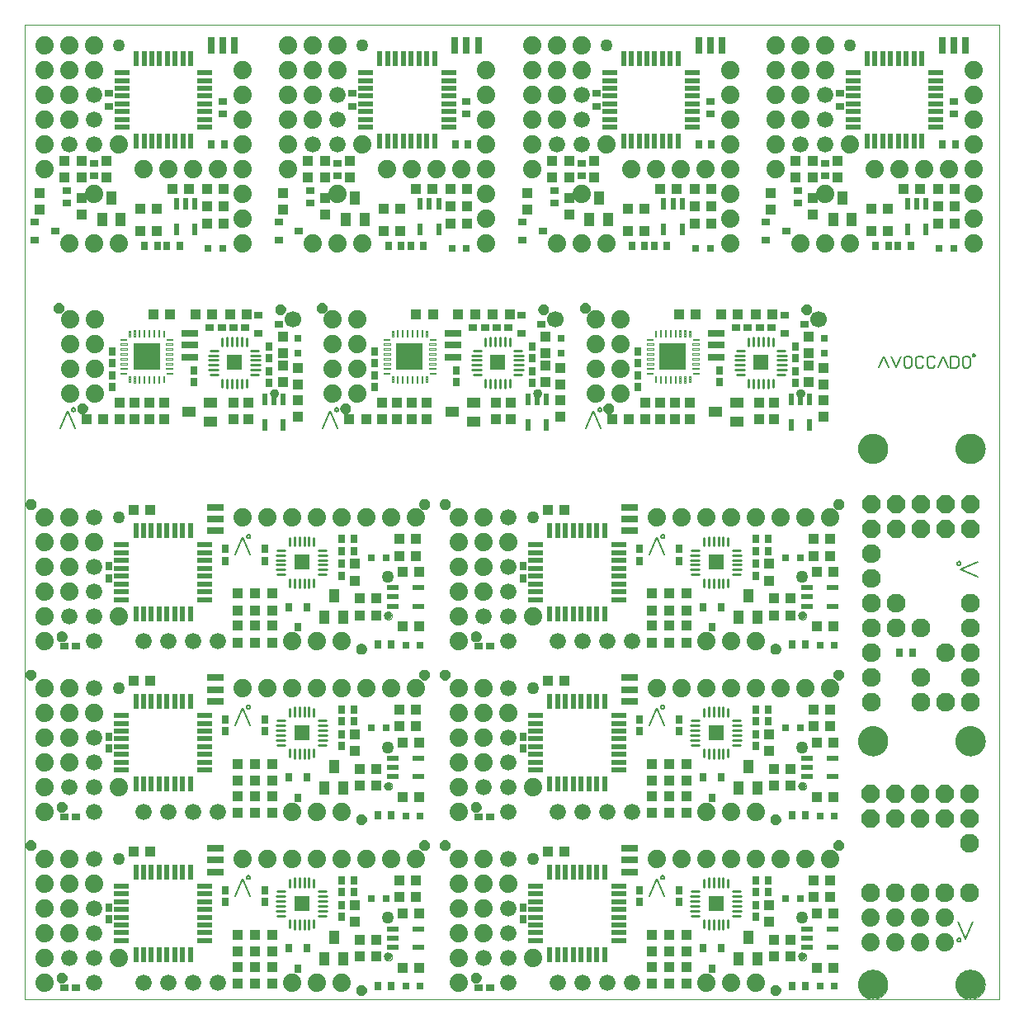
<source format=gts>
G75*
%MOIN*%
%OFA0B0*%
%FSLAX25Y25*%
%IPPOS*%
%LPD*%
%AMOC8*
5,1,8,0,0,1.08239X$1,22.5*
%
%ADD10C,0.02400*%
%ADD11C,0.00700*%
%ADD12C,0.00600*%
%ADD13C,0.00394*%
%ADD14C,0.00000*%
%ADD15C,0.11811*%
%ADD16R,0.04331X0.03937*%
%ADD17R,0.03937X0.04331*%
%ADD18R,0.02913X0.03642*%
%ADD19R,0.06693X0.02756*%
%ADD20R,0.03150X0.03543*%
%ADD21R,0.03937X0.05512*%
%ADD22R,0.04724X0.02165*%
%ADD23R,0.03150X0.03150*%
%ADD24C,0.07400*%
%ADD25C,0.06600*%
%ADD26R,0.03642X0.02913*%
%ADD27R,0.05906X0.02126*%
%ADD28R,0.02126X0.05906*%
%ADD29C,0.01000*%
%ADD30R,0.06400X0.06400*%
%ADD31C,0.02500*%
%ADD32C,0.03150*%
%ADD33R,0.02756X0.03543*%
%ADD34R,0.03543X0.02756*%
%ADD35R,0.02756X0.06693*%
%ADD36R,0.03543X0.03150*%
%ADD37R,0.02165X0.04724*%
%ADD38R,0.05512X0.03937*%
%ADD39C,0.00492*%
%ADD40R,0.10827X0.10827*%
%ADD41C,0.06693*%
%ADD42OC8,0.07400*%
%ADD43C,0.07600*%
%ADD44C,0.05000*%
D10*
X0018752Y0013598D02*
X0018754Y0013661D01*
X0018760Y0013723D01*
X0018770Y0013785D01*
X0018783Y0013847D01*
X0018801Y0013907D01*
X0018822Y0013966D01*
X0018847Y0014024D01*
X0018876Y0014080D01*
X0018908Y0014134D01*
X0018943Y0014186D01*
X0018981Y0014235D01*
X0019023Y0014283D01*
X0019067Y0014327D01*
X0019115Y0014369D01*
X0019164Y0014407D01*
X0019216Y0014442D01*
X0019270Y0014474D01*
X0019326Y0014503D01*
X0019384Y0014528D01*
X0019443Y0014549D01*
X0019503Y0014567D01*
X0019565Y0014580D01*
X0019627Y0014590D01*
X0019689Y0014596D01*
X0019752Y0014598D01*
X0019815Y0014596D01*
X0019877Y0014590D01*
X0019939Y0014580D01*
X0020001Y0014567D01*
X0020061Y0014549D01*
X0020120Y0014528D01*
X0020178Y0014503D01*
X0020234Y0014474D01*
X0020288Y0014442D01*
X0020340Y0014407D01*
X0020389Y0014369D01*
X0020437Y0014327D01*
X0020481Y0014283D01*
X0020523Y0014235D01*
X0020561Y0014186D01*
X0020596Y0014134D01*
X0020628Y0014080D01*
X0020657Y0014024D01*
X0020682Y0013966D01*
X0020703Y0013907D01*
X0020721Y0013847D01*
X0020734Y0013785D01*
X0020744Y0013723D01*
X0020750Y0013661D01*
X0020752Y0013598D01*
X0020750Y0013535D01*
X0020744Y0013473D01*
X0020734Y0013411D01*
X0020721Y0013349D01*
X0020703Y0013289D01*
X0020682Y0013230D01*
X0020657Y0013172D01*
X0020628Y0013116D01*
X0020596Y0013062D01*
X0020561Y0013010D01*
X0020523Y0012961D01*
X0020481Y0012913D01*
X0020437Y0012869D01*
X0020389Y0012827D01*
X0020340Y0012789D01*
X0020288Y0012754D01*
X0020234Y0012722D01*
X0020178Y0012693D01*
X0020120Y0012668D01*
X0020061Y0012647D01*
X0020001Y0012629D01*
X0019939Y0012616D01*
X0019877Y0012606D01*
X0019815Y0012600D01*
X0019752Y0012598D01*
X0019689Y0012600D01*
X0019627Y0012606D01*
X0019565Y0012616D01*
X0019503Y0012629D01*
X0019443Y0012647D01*
X0019384Y0012668D01*
X0019326Y0012693D01*
X0019270Y0012722D01*
X0019216Y0012754D01*
X0019164Y0012789D01*
X0019115Y0012827D01*
X0019067Y0012869D01*
X0019023Y0012913D01*
X0018981Y0012961D01*
X0018943Y0013010D01*
X0018908Y0013062D01*
X0018876Y0013116D01*
X0018847Y0013172D01*
X0018822Y0013230D01*
X0018801Y0013289D01*
X0018783Y0013349D01*
X0018770Y0013411D01*
X0018760Y0013473D01*
X0018754Y0013535D01*
X0018752Y0013598D01*
X0006252Y0067098D02*
X0006254Y0067161D01*
X0006260Y0067223D01*
X0006270Y0067285D01*
X0006283Y0067347D01*
X0006301Y0067407D01*
X0006322Y0067466D01*
X0006347Y0067524D01*
X0006376Y0067580D01*
X0006408Y0067634D01*
X0006443Y0067686D01*
X0006481Y0067735D01*
X0006523Y0067783D01*
X0006567Y0067827D01*
X0006615Y0067869D01*
X0006664Y0067907D01*
X0006716Y0067942D01*
X0006770Y0067974D01*
X0006826Y0068003D01*
X0006884Y0068028D01*
X0006943Y0068049D01*
X0007003Y0068067D01*
X0007065Y0068080D01*
X0007127Y0068090D01*
X0007189Y0068096D01*
X0007252Y0068098D01*
X0007315Y0068096D01*
X0007377Y0068090D01*
X0007439Y0068080D01*
X0007501Y0068067D01*
X0007561Y0068049D01*
X0007620Y0068028D01*
X0007678Y0068003D01*
X0007734Y0067974D01*
X0007788Y0067942D01*
X0007840Y0067907D01*
X0007889Y0067869D01*
X0007937Y0067827D01*
X0007981Y0067783D01*
X0008023Y0067735D01*
X0008061Y0067686D01*
X0008096Y0067634D01*
X0008128Y0067580D01*
X0008157Y0067524D01*
X0008182Y0067466D01*
X0008203Y0067407D01*
X0008221Y0067347D01*
X0008234Y0067285D01*
X0008244Y0067223D01*
X0008250Y0067161D01*
X0008252Y0067098D01*
X0008250Y0067035D01*
X0008244Y0066973D01*
X0008234Y0066911D01*
X0008221Y0066849D01*
X0008203Y0066789D01*
X0008182Y0066730D01*
X0008157Y0066672D01*
X0008128Y0066616D01*
X0008096Y0066562D01*
X0008061Y0066510D01*
X0008023Y0066461D01*
X0007981Y0066413D01*
X0007937Y0066369D01*
X0007889Y0066327D01*
X0007840Y0066289D01*
X0007788Y0066254D01*
X0007734Y0066222D01*
X0007678Y0066193D01*
X0007620Y0066168D01*
X0007561Y0066147D01*
X0007501Y0066129D01*
X0007439Y0066116D01*
X0007377Y0066106D01*
X0007315Y0066100D01*
X0007252Y0066098D01*
X0007189Y0066100D01*
X0007127Y0066106D01*
X0007065Y0066116D01*
X0007003Y0066129D01*
X0006943Y0066147D01*
X0006884Y0066168D01*
X0006826Y0066193D01*
X0006770Y0066222D01*
X0006716Y0066254D01*
X0006664Y0066289D01*
X0006615Y0066327D01*
X0006567Y0066369D01*
X0006523Y0066413D01*
X0006481Y0066461D01*
X0006443Y0066510D01*
X0006408Y0066562D01*
X0006376Y0066616D01*
X0006347Y0066672D01*
X0006322Y0066730D01*
X0006301Y0066789D01*
X0006283Y0066849D01*
X0006270Y0066911D01*
X0006260Y0066973D01*
X0006254Y0067035D01*
X0006252Y0067098D01*
X0018752Y0082496D02*
X0018754Y0082559D01*
X0018760Y0082621D01*
X0018770Y0082683D01*
X0018783Y0082745D01*
X0018801Y0082805D01*
X0018822Y0082864D01*
X0018847Y0082922D01*
X0018876Y0082978D01*
X0018908Y0083032D01*
X0018943Y0083084D01*
X0018981Y0083133D01*
X0019023Y0083181D01*
X0019067Y0083225D01*
X0019115Y0083267D01*
X0019164Y0083305D01*
X0019216Y0083340D01*
X0019270Y0083372D01*
X0019326Y0083401D01*
X0019384Y0083426D01*
X0019443Y0083447D01*
X0019503Y0083465D01*
X0019565Y0083478D01*
X0019627Y0083488D01*
X0019689Y0083494D01*
X0019752Y0083496D01*
X0019815Y0083494D01*
X0019877Y0083488D01*
X0019939Y0083478D01*
X0020001Y0083465D01*
X0020061Y0083447D01*
X0020120Y0083426D01*
X0020178Y0083401D01*
X0020234Y0083372D01*
X0020288Y0083340D01*
X0020340Y0083305D01*
X0020389Y0083267D01*
X0020437Y0083225D01*
X0020481Y0083181D01*
X0020523Y0083133D01*
X0020561Y0083084D01*
X0020596Y0083032D01*
X0020628Y0082978D01*
X0020657Y0082922D01*
X0020682Y0082864D01*
X0020703Y0082805D01*
X0020721Y0082745D01*
X0020734Y0082683D01*
X0020744Y0082621D01*
X0020750Y0082559D01*
X0020752Y0082496D01*
X0020750Y0082433D01*
X0020744Y0082371D01*
X0020734Y0082309D01*
X0020721Y0082247D01*
X0020703Y0082187D01*
X0020682Y0082128D01*
X0020657Y0082070D01*
X0020628Y0082014D01*
X0020596Y0081960D01*
X0020561Y0081908D01*
X0020523Y0081859D01*
X0020481Y0081811D01*
X0020437Y0081767D01*
X0020389Y0081725D01*
X0020340Y0081687D01*
X0020288Y0081652D01*
X0020234Y0081620D01*
X0020178Y0081591D01*
X0020120Y0081566D01*
X0020061Y0081545D01*
X0020001Y0081527D01*
X0019939Y0081514D01*
X0019877Y0081504D01*
X0019815Y0081498D01*
X0019752Y0081496D01*
X0019689Y0081498D01*
X0019627Y0081504D01*
X0019565Y0081514D01*
X0019503Y0081527D01*
X0019443Y0081545D01*
X0019384Y0081566D01*
X0019326Y0081591D01*
X0019270Y0081620D01*
X0019216Y0081652D01*
X0019164Y0081687D01*
X0019115Y0081725D01*
X0019067Y0081767D01*
X0019023Y0081811D01*
X0018981Y0081859D01*
X0018943Y0081908D01*
X0018908Y0081960D01*
X0018876Y0082014D01*
X0018847Y0082070D01*
X0018822Y0082128D01*
X0018801Y0082187D01*
X0018783Y0082247D01*
X0018770Y0082309D01*
X0018760Y0082371D01*
X0018754Y0082433D01*
X0018752Y0082496D01*
X0006252Y0135996D02*
X0006254Y0136059D01*
X0006260Y0136121D01*
X0006270Y0136183D01*
X0006283Y0136245D01*
X0006301Y0136305D01*
X0006322Y0136364D01*
X0006347Y0136422D01*
X0006376Y0136478D01*
X0006408Y0136532D01*
X0006443Y0136584D01*
X0006481Y0136633D01*
X0006523Y0136681D01*
X0006567Y0136725D01*
X0006615Y0136767D01*
X0006664Y0136805D01*
X0006716Y0136840D01*
X0006770Y0136872D01*
X0006826Y0136901D01*
X0006884Y0136926D01*
X0006943Y0136947D01*
X0007003Y0136965D01*
X0007065Y0136978D01*
X0007127Y0136988D01*
X0007189Y0136994D01*
X0007252Y0136996D01*
X0007315Y0136994D01*
X0007377Y0136988D01*
X0007439Y0136978D01*
X0007501Y0136965D01*
X0007561Y0136947D01*
X0007620Y0136926D01*
X0007678Y0136901D01*
X0007734Y0136872D01*
X0007788Y0136840D01*
X0007840Y0136805D01*
X0007889Y0136767D01*
X0007937Y0136725D01*
X0007981Y0136681D01*
X0008023Y0136633D01*
X0008061Y0136584D01*
X0008096Y0136532D01*
X0008128Y0136478D01*
X0008157Y0136422D01*
X0008182Y0136364D01*
X0008203Y0136305D01*
X0008221Y0136245D01*
X0008234Y0136183D01*
X0008244Y0136121D01*
X0008250Y0136059D01*
X0008252Y0135996D01*
X0008250Y0135933D01*
X0008244Y0135871D01*
X0008234Y0135809D01*
X0008221Y0135747D01*
X0008203Y0135687D01*
X0008182Y0135628D01*
X0008157Y0135570D01*
X0008128Y0135514D01*
X0008096Y0135460D01*
X0008061Y0135408D01*
X0008023Y0135359D01*
X0007981Y0135311D01*
X0007937Y0135267D01*
X0007889Y0135225D01*
X0007840Y0135187D01*
X0007788Y0135152D01*
X0007734Y0135120D01*
X0007678Y0135091D01*
X0007620Y0135066D01*
X0007561Y0135045D01*
X0007501Y0135027D01*
X0007439Y0135014D01*
X0007377Y0135004D01*
X0007315Y0134998D01*
X0007252Y0134996D01*
X0007189Y0134998D01*
X0007127Y0135004D01*
X0007065Y0135014D01*
X0007003Y0135027D01*
X0006943Y0135045D01*
X0006884Y0135066D01*
X0006826Y0135091D01*
X0006770Y0135120D01*
X0006716Y0135152D01*
X0006664Y0135187D01*
X0006615Y0135225D01*
X0006567Y0135267D01*
X0006523Y0135311D01*
X0006481Y0135359D01*
X0006443Y0135408D01*
X0006408Y0135460D01*
X0006376Y0135514D01*
X0006347Y0135570D01*
X0006322Y0135628D01*
X0006301Y0135687D01*
X0006283Y0135747D01*
X0006270Y0135809D01*
X0006260Y0135871D01*
X0006254Y0135933D01*
X0006252Y0135996D01*
X0018752Y0151394D02*
X0018754Y0151457D01*
X0018760Y0151519D01*
X0018770Y0151581D01*
X0018783Y0151643D01*
X0018801Y0151703D01*
X0018822Y0151762D01*
X0018847Y0151820D01*
X0018876Y0151876D01*
X0018908Y0151930D01*
X0018943Y0151982D01*
X0018981Y0152031D01*
X0019023Y0152079D01*
X0019067Y0152123D01*
X0019115Y0152165D01*
X0019164Y0152203D01*
X0019216Y0152238D01*
X0019270Y0152270D01*
X0019326Y0152299D01*
X0019384Y0152324D01*
X0019443Y0152345D01*
X0019503Y0152363D01*
X0019565Y0152376D01*
X0019627Y0152386D01*
X0019689Y0152392D01*
X0019752Y0152394D01*
X0019815Y0152392D01*
X0019877Y0152386D01*
X0019939Y0152376D01*
X0020001Y0152363D01*
X0020061Y0152345D01*
X0020120Y0152324D01*
X0020178Y0152299D01*
X0020234Y0152270D01*
X0020288Y0152238D01*
X0020340Y0152203D01*
X0020389Y0152165D01*
X0020437Y0152123D01*
X0020481Y0152079D01*
X0020523Y0152031D01*
X0020561Y0151982D01*
X0020596Y0151930D01*
X0020628Y0151876D01*
X0020657Y0151820D01*
X0020682Y0151762D01*
X0020703Y0151703D01*
X0020721Y0151643D01*
X0020734Y0151581D01*
X0020744Y0151519D01*
X0020750Y0151457D01*
X0020752Y0151394D01*
X0020750Y0151331D01*
X0020744Y0151269D01*
X0020734Y0151207D01*
X0020721Y0151145D01*
X0020703Y0151085D01*
X0020682Y0151026D01*
X0020657Y0150968D01*
X0020628Y0150912D01*
X0020596Y0150858D01*
X0020561Y0150806D01*
X0020523Y0150757D01*
X0020481Y0150709D01*
X0020437Y0150665D01*
X0020389Y0150623D01*
X0020340Y0150585D01*
X0020288Y0150550D01*
X0020234Y0150518D01*
X0020178Y0150489D01*
X0020120Y0150464D01*
X0020061Y0150443D01*
X0020001Y0150425D01*
X0019939Y0150412D01*
X0019877Y0150402D01*
X0019815Y0150396D01*
X0019752Y0150394D01*
X0019689Y0150396D01*
X0019627Y0150402D01*
X0019565Y0150412D01*
X0019503Y0150425D01*
X0019443Y0150443D01*
X0019384Y0150464D01*
X0019326Y0150489D01*
X0019270Y0150518D01*
X0019216Y0150550D01*
X0019164Y0150585D01*
X0019115Y0150623D01*
X0019067Y0150665D01*
X0019023Y0150709D01*
X0018981Y0150757D01*
X0018943Y0150806D01*
X0018908Y0150858D01*
X0018876Y0150912D01*
X0018847Y0150968D01*
X0018822Y0151026D01*
X0018801Y0151085D01*
X0018783Y0151145D01*
X0018770Y0151207D01*
X0018760Y0151269D01*
X0018754Y0151331D01*
X0018752Y0151394D01*
X0006252Y0204894D02*
X0006254Y0204957D01*
X0006260Y0205019D01*
X0006270Y0205081D01*
X0006283Y0205143D01*
X0006301Y0205203D01*
X0006322Y0205262D01*
X0006347Y0205320D01*
X0006376Y0205376D01*
X0006408Y0205430D01*
X0006443Y0205482D01*
X0006481Y0205531D01*
X0006523Y0205579D01*
X0006567Y0205623D01*
X0006615Y0205665D01*
X0006664Y0205703D01*
X0006716Y0205738D01*
X0006770Y0205770D01*
X0006826Y0205799D01*
X0006884Y0205824D01*
X0006943Y0205845D01*
X0007003Y0205863D01*
X0007065Y0205876D01*
X0007127Y0205886D01*
X0007189Y0205892D01*
X0007252Y0205894D01*
X0007315Y0205892D01*
X0007377Y0205886D01*
X0007439Y0205876D01*
X0007501Y0205863D01*
X0007561Y0205845D01*
X0007620Y0205824D01*
X0007678Y0205799D01*
X0007734Y0205770D01*
X0007788Y0205738D01*
X0007840Y0205703D01*
X0007889Y0205665D01*
X0007937Y0205623D01*
X0007981Y0205579D01*
X0008023Y0205531D01*
X0008061Y0205482D01*
X0008096Y0205430D01*
X0008128Y0205376D01*
X0008157Y0205320D01*
X0008182Y0205262D01*
X0008203Y0205203D01*
X0008221Y0205143D01*
X0008234Y0205081D01*
X0008244Y0205019D01*
X0008250Y0204957D01*
X0008252Y0204894D01*
X0008250Y0204831D01*
X0008244Y0204769D01*
X0008234Y0204707D01*
X0008221Y0204645D01*
X0008203Y0204585D01*
X0008182Y0204526D01*
X0008157Y0204468D01*
X0008128Y0204412D01*
X0008096Y0204358D01*
X0008061Y0204306D01*
X0008023Y0204257D01*
X0007981Y0204209D01*
X0007937Y0204165D01*
X0007889Y0204123D01*
X0007840Y0204085D01*
X0007788Y0204050D01*
X0007734Y0204018D01*
X0007678Y0203989D01*
X0007620Y0203964D01*
X0007561Y0203943D01*
X0007501Y0203925D01*
X0007439Y0203912D01*
X0007377Y0203902D01*
X0007315Y0203896D01*
X0007252Y0203894D01*
X0007189Y0203896D01*
X0007127Y0203902D01*
X0007065Y0203912D01*
X0007003Y0203925D01*
X0006943Y0203943D01*
X0006884Y0203964D01*
X0006826Y0203989D01*
X0006770Y0204018D01*
X0006716Y0204050D01*
X0006664Y0204085D01*
X0006615Y0204123D01*
X0006567Y0204165D01*
X0006523Y0204209D01*
X0006481Y0204257D01*
X0006443Y0204306D01*
X0006408Y0204358D01*
X0006376Y0204412D01*
X0006347Y0204468D01*
X0006322Y0204526D01*
X0006301Y0204585D01*
X0006283Y0204645D01*
X0006270Y0204707D01*
X0006260Y0204769D01*
X0006254Y0204831D01*
X0006252Y0204894D01*
X0027079Y0243583D02*
X0027081Y0243646D01*
X0027087Y0243708D01*
X0027097Y0243770D01*
X0027110Y0243832D01*
X0027128Y0243892D01*
X0027149Y0243951D01*
X0027174Y0244009D01*
X0027203Y0244065D01*
X0027235Y0244119D01*
X0027270Y0244171D01*
X0027308Y0244220D01*
X0027350Y0244268D01*
X0027394Y0244312D01*
X0027442Y0244354D01*
X0027491Y0244392D01*
X0027543Y0244427D01*
X0027597Y0244459D01*
X0027653Y0244488D01*
X0027711Y0244513D01*
X0027770Y0244534D01*
X0027830Y0244552D01*
X0027892Y0244565D01*
X0027954Y0244575D01*
X0028016Y0244581D01*
X0028079Y0244583D01*
X0028142Y0244581D01*
X0028204Y0244575D01*
X0028266Y0244565D01*
X0028328Y0244552D01*
X0028388Y0244534D01*
X0028447Y0244513D01*
X0028505Y0244488D01*
X0028561Y0244459D01*
X0028615Y0244427D01*
X0028667Y0244392D01*
X0028716Y0244354D01*
X0028764Y0244312D01*
X0028808Y0244268D01*
X0028850Y0244220D01*
X0028888Y0244171D01*
X0028923Y0244119D01*
X0028955Y0244065D01*
X0028984Y0244009D01*
X0029009Y0243951D01*
X0029030Y0243892D01*
X0029048Y0243832D01*
X0029061Y0243770D01*
X0029071Y0243708D01*
X0029077Y0243646D01*
X0029079Y0243583D01*
X0029077Y0243520D01*
X0029071Y0243458D01*
X0029061Y0243396D01*
X0029048Y0243334D01*
X0029030Y0243274D01*
X0029009Y0243215D01*
X0028984Y0243157D01*
X0028955Y0243101D01*
X0028923Y0243047D01*
X0028888Y0242995D01*
X0028850Y0242946D01*
X0028808Y0242898D01*
X0028764Y0242854D01*
X0028716Y0242812D01*
X0028667Y0242774D01*
X0028615Y0242739D01*
X0028561Y0242707D01*
X0028505Y0242678D01*
X0028447Y0242653D01*
X0028388Y0242632D01*
X0028328Y0242614D01*
X0028266Y0242601D01*
X0028204Y0242591D01*
X0028142Y0242585D01*
X0028079Y0242583D01*
X0028016Y0242585D01*
X0027954Y0242591D01*
X0027892Y0242601D01*
X0027830Y0242614D01*
X0027770Y0242632D01*
X0027711Y0242653D01*
X0027653Y0242678D01*
X0027597Y0242707D01*
X0027543Y0242739D01*
X0027491Y0242774D01*
X0027442Y0242812D01*
X0027394Y0242854D01*
X0027350Y0242898D01*
X0027308Y0242946D01*
X0027270Y0242995D01*
X0027235Y0243047D01*
X0027203Y0243101D01*
X0027174Y0243157D01*
X0027149Y0243215D01*
X0027128Y0243274D01*
X0027110Y0243334D01*
X0027097Y0243396D01*
X0027087Y0243458D01*
X0027081Y0243520D01*
X0027079Y0243583D01*
X0017579Y0284083D02*
X0017581Y0284146D01*
X0017587Y0284208D01*
X0017597Y0284270D01*
X0017610Y0284332D01*
X0017628Y0284392D01*
X0017649Y0284451D01*
X0017674Y0284509D01*
X0017703Y0284565D01*
X0017735Y0284619D01*
X0017770Y0284671D01*
X0017808Y0284720D01*
X0017850Y0284768D01*
X0017894Y0284812D01*
X0017942Y0284854D01*
X0017991Y0284892D01*
X0018043Y0284927D01*
X0018097Y0284959D01*
X0018153Y0284988D01*
X0018211Y0285013D01*
X0018270Y0285034D01*
X0018330Y0285052D01*
X0018392Y0285065D01*
X0018454Y0285075D01*
X0018516Y0285081D01*
X0018579Y0285083D01*
X0018642Y0285081D01*
X0018704Y0285075D01*
X0018766Y0285065D01*
X0018828Y0285052D01*
X0018888Y0285034D01*
X0018947Y0285013D01*
X0019005Y0284988D01*
X0019061Y0284959D01*
X0019115Y0284927D01*
X0019167Y0284892D01*
X0019216Y0284854D01*
X0019264Y0284812D01*
X0019308Y0284768D01*
X0019350Y0284720D01*
X0019388Y0284671D01*
X0019423Y0284619D01*
X0019455Y0284565D01*
X0019484Y0284509D01*
X0019509Y0284451D01*
X0019530Y0284392D01*
X0019548Y0284332D01*
X0019561Y0284270D01*
X0019571Y0284208D01*
X0019577Y0284146D01*
X0019579Y0284083D01*
X0019577Y0284020D01*
X0019571Y0283958D01*
X0019561Y0283896D01*
X0019548Y0283834D01*
X0019530Y0283774D01*
X0019509Y0283715D01*
X0019484Y0283657D01*
X0019455Y0283601D01*
X0019423Y0283547D01*
X0019388Y0283495D01*
X0019350Y0283446D01*
X0019308Y0283398D01*
X0019264Y0283354D01*
X0019216Y0283312D01*
X0019167Y0283274D01*
X0019115Y0283239D01*
X0019061Y0283207D01*
X0019005Y0283178D01*
X0018947Y0283153D01*
X0018888Y0283132D01*
X0018828Y0283114D01*
X0018766Y0283101D01*
X0018704Y0283091D01*
X0018642Y0283085D01*
X0018579Y0283083D01*
X0018516Y0283085D01*
X0018454Y0283091D01*
X0018392Y0283101D01*
X0018330Y0283114D01*
X0018270Y0283132D01*
X0018211Y0283153D01*
X0018153Y0283178D01*
X0018097Y0283207D01*
X0018043Y0283239D01*
X0017991Y0283274D01*
X0017942Y0283312D01*
X0017894Y0283354D01*
X0017850Y0283398D01*
X0017808Y0283446D01*
X0017770Y0283495D01*
X0017735Y0283547D01*
X0017703Y0283601D01*
X0017674Y0283657D01*
X0017649Y0283715D01*
X0017628Y0283774D01*
X0017610Y0283834D01*
X0017597Y0283896D01*
X0017587Y0283958D01*
X0017581Y0284020D01*
X0017579Y0284083D01*
X0107079Y0283583D02*
X0107081Y0283646D01*
X0107087Y0283708D01*
X0107097Y0283770D01*
X0107110Y0283832D01*
X0107128Y0283892D01*
X0107149Y0283951D01*
X0107174Y0284009D01*
X0107203Y0284065D01*
X0107235Y0284119D01*
X0107270Y0284171D01*
X0107308Y0284220D01*
X0107350Y0284268D01*
X0107394Y0284312D01*
X0107442Y0284354D01*
X0107491Y0284392D01*
X0107543Y0284427D01*
X0107597Y0284459D01*
X0107653Y0284488D01*
X0107711Y0284513D01*
X0107770Y0284534D01*
X0107830Y0284552D01*
X0107892Y0284565D01*
X0107954Y0284575D01*
X0108016Y0284581D01*
X0108079Y0284583D01*
X0108142Y0284581D01*
X0108204Y0284575D01*
X0108266Y0284565D01*
X0108328Y0284552D01*
X0108388Y0284534D01*
X0108447Y0284513D01*
X0108505Y0284488D01*
X0108561Y0284459D01*
X0108615Y0284427D01*
X0108667Y0284392D01*
X0108716Y0284354D01*
X0108764Y0284312D01*
X0108808Y0284268D01*
X0108850Y0284220D01*
X0108888Y0284171D01*
X0108923Y0284119D01*
X0108955Y0284065D01*
X0108984Y0284009D01*
X0109009Y0283951D01*
X0109030Y0283892D01*
X0109048Y0283832D01*
X0109061Y0283770D01*
X0109071Y0283708D01*
X0109077Y0283646D01*
X0109079Y0283583D01*
X0109077Y0283520D01*
X0109071Y0283458D01*
X0109061Y0283396D01*
X0109048Y0283334D01*
X0109030Y0283274D01*
X0109009Y0283215D01*
X0108984Y0283157D01*
X0108955Y0283101D01*
X0108923Y0283047D01*
X0108888Y0282995D01*
X0108850Y0282946D01*
X0108808Y0282898D01*
X0108764Y0282854D01*
X0108716Y0282812D01*
X0108667Y0282774D01*
X0108615Y0282739D01*
X0108561Y0282707D01*
X0108505Y0282678D01*
X0108447Y0282653D01*
X0108388Y0282632D01*
X0108328Y0282614D01*
X0108266Y0282601D01*
X0108204Y0282591D01*
X0108142Y0282585D01*
X0108079Y0282583D01*
X0108016Y0282585D01*
X0107954Y0282591D01*
X0107892Y0282601D01*
X0107830Y0282614D01*
X0107770Y0282632D01*
X0107711Y0282653D01*
X0107653Y0282678D01*
X0107597Y0282707D01*
X0107543Y0282739D01*
X0107491Y0282774D01*
X0107442Y0282812D01*
X0107394Y0282854D01*
X0107350Y0282898D01*
X0107308Y0282946D01*
X0107270Y0282995D01*
X0107235Y0283047D01*
X0107203Y0283101D01*
X0107174Y0283157D01*
X0107149Y0283215D01*
X0107128Y0283274D01*
X0107110Y0283334D01*
X0107097Y0283396D01*
X0107087Y0283458D01*
X0107081Y0283520D01*
X0107079Y0283583D01*
X0123878Y0284083D02*
X0123880Y0284146D01*
X0123886Y0284208D01*
X0123896Y0284270D01*
X0123909Y0284332D01*
X0123927Y0284392D01*
X0123948Y0284451D01*
X0123973Y0284509D01*
X0124002Y0284565D01*
X0124034Y0284619D01*
X0124069Y0284671D01*
X0124107Y0284720D01*
X0124149Y0284768D01*
X0124193Y0284812D01*
X0124241Y0284854D01*
X0124290Y0284892D01*
X0124342Y0284927D01*
X0124396Y0284959D01*
X0124452Y0284988D01*
X0124510Y0285013D01*
X0124569Y0285034D01*
X0124629Y0285052D01*
X0124691Y0285065D01*
X0124753Y0285075D01*
X0124815Y0285081D01*
X0124878Y0285083D01*
X0124941Y0285081D01*
X0125003Y0285075D01*
X0125065Y0285065D01*
X0125127Y0285052D01*
X0125187Y0285034D01*
X0125246Y0285013D01*
X0125304Y0284988D01*
X0125360Y0284959D01*
X0125414Y0284927D01*
X0125466Y0284892D01*
X0125515Y0284854D01*
X0125563Y0284812D01*
X0125607Y0284768D01*
X0125649Y0284720D01*
X0125687Y0284671D01*
X0125722Y0284619D01*
X0125754Y0284565D01*
X0125783Y0284509D01*
X0125808Y0284451D01*
X0125829Y0284392D01*
X0125847Y0284332D01*
X0125860Y0284270D01*
X0125870Y0284208D01*
X0125876Y0284146D01*
X0125878Y0284083D01*
X0125876Y0284020D01*
X0125870Y0283958D01*
X0125860Y0283896D01*
X0125847Y0283834D01*
X0125829Y0283774D01*
X0125808Y0283715D01*
X0125783Y0283657D01*
X0125754Y0283601D01*
X0125722Y0283547D01*
X0125687Y0283495D01*
X0125649Y0283446D01*
X0125607Y0283398D01*
X0125563Y0283354D01*
X0125515Y0283312D01*
X0125466Y0283274D01*
X0125414Y0283239D01*
X0125360Y0283207D01*
X0125304Y0283178D01*
X0125246Y0283153D01*
X0125187Y0283132D01*
X0125127Y0283114D01*
X0125065Y0283101D01*
X0125003Y0283091D01*
X0124941Y0283085D01*
X0124878Y0283083D01*
X0124815Y0283085D01*
X0124753Y0283091D01*
X0124691Y0283101D01*
X0124629Y0283114D01*
X0124569Y0283132D01*
X0124510Y0283153D01*
X0124452Y0283178D01*
X0124396Y0283207D01*
X0124342Y0283239D01*
X0124290Y0283274D01*
X0124241Y0283312D01*
X0124193Y0283354D01*
X0124149Y0283398D01*
X0124107Y0283446D01*
X0124069Y0283495D01*
X0124034Y0283547D01*
X0124002Y0283601D01*
X0123973Y0283657D01*
X0123948Y0283715D01*
X0123927Y0283774D01*
X0123909Y0283834D01*
X0123896Y0283896D01*
X0123886Y0283958D01*
X0123880Y0284020D01*
X0123878Y0284083D01*
X0133378Y0243583D02*
X0133380Y0243646D01*
X0133386Y0243708D01*
X0133396Y0243770D01*
X0133409Y0243832D01*
X0133427Y0243892D01*
X0133448Y0243951D01*
X0133473Y0244009D01*
X0133502Y0244065D01*
X0133534Y0244119D01*
X0133569Y0244171D01*
X0133607Y0244220D01*
X0133649Y0244268D01*
X0133693Y0244312D01*
X0133741Y0244354D01*
X0133790Y0244392D01*
X0133842Y0244427D01*
X0133896Y0244459D01*
X0133952Y0244488D01*
X0134010Y0244513D01*
X0134069Y0244534D01*
X0134129Y0244552D01*
X0134191Y0244565D01*
X0134253Y0244575D01*
X0134315Y0244581D01*
X0134378Y0244583D01*
X0134441Y0244581D01*
X0134503Y0244575D01*
X0134565Y0244565D01*
X0134627Y0244552D01*
X0134687Y0244534D01*
X0134746Y0244513D01*
X0134804Y0244488D01*
X0134860Y0244459D01*
X0134914Y0244427D01*
X0134966Y0244392D01*
X0135015Y0244354D01*
X0135063Y0244312D01*
X0135107Y0244268D01*
X0135149Y0244220D01*
X0135187Y0244171D01*
X0135222Y0244119D01*
X0135254Y0244065D01*
X0135283Y0244009D01*
X0135308Y0243951D01*
X0135329Y0243892D01*
X0135347Y0243832D01*
X0135360Y0243770D01*
X0135370Y0243708D01*
X0135376Y0243646D01*
X0135378Y0243583D01*
X0135376Y0243520D01*
X0135370Y0243458D01*
X0135360Y0243396D01*
X0135347Y0243334D01*
X0135329Y0243274D01*
X0135308Y0243215D01*
X0135283Y0243157D01*
X0135254Y0243101D01*
X0135222Y0243047D01*
X0135187Y0242995D01*
X0135149Y0242946D01*
X0135107Y0242898D01*
X0135063Y0242854D01*
X0135015Y0242812D01*
X0134966Y0242774D01*
X0134914Y0242739D01*
X0134860Y0242707D01*
X0134804Y0242678D01*
X0134746Y0242653D01*
X0134687Y0242632D01*
X0134627Y0242614D01*
X0134565Y0242601D01*
X0134503Y0242591D01*
X0134441Y0242585D01*
X0134378Y0242583D01*
X0134315Y0242585D01*
X0134253Y0242591D01*
X0134191Y0242601D01*
X0134129Y0242614D01*
X0134069Y0242632D01*
X0134010Y0242653D01*
X0133952Y0242678D01*
X0133896Y0242707D01*
X0133842Y0242739D01*
X0133790Y0242774D01*
X0133741Y0242812D01*
X0133693Y0242854D01*
X0133649Y0242898D01*
X0133607Y0242946D01*
X0133569Y0242995D01*
X0133534Y0243047D01*
X0133502Y0243101D01*
X0133473Y0243157D01*
X0133448Y0243215D01*
X0133427Y0243274D01*
X0133409Y0243334D01*
X0133396Y0243396D01*
X0133386Y0243458D01*
X0133380Y0243520D01*
X0133378Y0243583D01*
X0165252Y0204894D02*
X0165254Y0204957D01*
X0165260Y0205019D01*
X0165270Y0205081D01*
X0165283Y0205143D01*
X0165301Y0205203D01*
X0165322Y0205262D01*
X0165347Y0205320D01*
X0165376Y0205376D01*
X0165408Y0205430D01*
X0165443Y0205482D01*
X0165481Y0205531D01*
X0165523Y0205579D01*
X0165567Y0205623D01*
X0165615Y0205665D01*
X0165664Y0205703D01*
X0165716Y0205738D01*
X0165770Y0205770D01*
X0165826Y0205799D01*
X0165884Y0205824D01*
X0165943Y0205845D01*
X0166003Y0205863D01*
X0166065Y0205876D01*
X0166127Y0205886D01*
X0166189Y0205892D01*
X0166252Y0205894D01*
X0166315Y0205892D01*
X0166377Y0205886D01*
X0166439Y0205876D01*
X0166501Y0205863D01*
X0166561Y0205845D01*
X0166620Y0205824D01*
X0166678Y0205799D01*
X0166734Y0205770D01*
X0166788Y0205738D01*
X0166840Y0205703D01*
X0166889Y0205665D01*
X0166937Y0205623D01*
X0166981Y0205579D01*
X0167023Y0205531D01*
X0167061Y0205482D01*
X0167096Y0205430D01*
X0167128Y0205376D01*
X0167157Y0205320D01*
X0167182Y0205262D01*
X0167203Y0205203D01*
X0167221Y0205143D01*
X0167234Y0205081D01*
X0167244Y0205019D01*
X0167250Y0204957D01*
X0167252Y0204894D01*
X0167250Y0204831D01*
X0167244Y0204769D01*
X0167234Y0204707D01*
X0167221Y0204645D01*
X0167203Y0204585D01*
X0167182Y0204526D01*
X0167157Y0204468D01*
X0167128Y0204412D01*
X0167096Y0204358D01*
X0167061Y0204306D01*
X0167023Y0204257D01*
X0166981Y0204209D01*
X0166937Y0204165D01*
X0166889Y0204123D01*
X0166840Y0204085D01*
X0166788Y0204050D01*
X0166734Y0204018D01*
X0166678Y0203989D01*
X0166620Y0203964D01*
X0166561Y0203943D01*
X0166501Y0203925D01*
X0166439Y0203912D01*
X0166377Y0203902D01*
X0166315Y0203896D01*
X0166252Y0203894D01*
X0166189Y0203896D01*
X0166127Y0203902D01*
X0166065Y0203912D01*
X0166003Y0203925D01*
X0165943Y0203943D01*
X0165884Y0203964D01*
X0165826Y0203989D01*
X0165770Y0204018D01*
X0165716Y0204050D01*
X0165664Y0204085D01*
X0165615Y0204123D01*
X0165567Y0204165D01*
X0165523Y0204209D01*
X0165481Y0204257D01*
X0165443Y0204306D01*
X0165408Y0204358D01*
X0165376Y0204412D01*
X0165347Y0204468D01*
X0165322Y0204526D01*
X0165301Y0204585D01*
X0165283Y0204645D01*
X0165270Y0204707D01*
X0165260Y0204769D01*
X0165254Y0204831D01*
X0165252Y0204894D01*
X0173575Y0204894D02*
X0173577Y0204957D01*
X0173583Y0205019D01*
X0173593Y0205081D01*
X0173606Y0205143D01*
X0173624Y0205203D01*
X0173645Y0205262D01*
X0173670Y0205320D01*
X0173699Y0205376D01*
X0173731Y0205430D01*
X0173766Y0205482D01*
X0173804Y0205531D01*
X0173846Y0205579D01*
X0173890Y0205623D01*
X0173938Y0205665D01*
X0173987Y0205703D01*
X0174039Y0205738D01*
X0174093Y0205770D01*
X0174149Y0205799D01*
X0174207Y0205824D01*
X0174266Y0205845D01*
X0174326Y0205863D01*
X0174388Y0205876D01*
X0174450Y0205886D01*
X0174512Y0205892D01*
X0174575Y0205894D01*
X0174638Y0205892D01*
X0174700Y0205886D01*
X0174762Y0205876D01*
X0174824Y0205863D01*
X0174884Y0205845D01*
X0174943Y0205824D01*
X0175001Y0205799D01*
X0175057Y0205770D01*
X0175111Y0205738D01*
X0175163Y0205703D01*
X0175212Y0205665D01*
X0175260Y0205623D01*
X0175304Y0205579D01*
X0175346Y0205531D01*
X0175384Y0205482D01*
X0175419Y0205430D01*
X0175451Y0205376D01*
X0175480Y0205320D01*
X0175505Y0205262D01*
X0175526Y0205203D01*
X0175544Y0205143D01*
X0175557Y0205081D01*
X0175567Y0205019D01*
X0175573Y0204957D01*
X0175575Y0204894D01*
X0175573Y0204831D01*
X0175567Y0204769D01*
X0175557Y0204707D01*
X0175544Y0204645D01*
X0175526Y0204585D01*
X0175505Y0204526D01*
X0175480Y0204468D01*
X0175451Y0204412D01*
X0175419Y0204358D01*
X0175384Y0204306D01*
X0175346Y0204257D01*
X0175304Y0204209D01*
X0175260Y0204165D01*
X0175212Y0204123D01*
X0175163Y0204085D01*
X0175111Y0204050D01*
X0175057Y0204018D01*
X0175001Y0203989D01*
X0174943Y0203964D01*
X0174884Y0203943D01*
X0174824Y0203925D01*
X0174762Y0203912D01*
X0174700Y0203902D01*
X0174638Y0203896D01*
X0174575Y0203894D01*
X0174512Y0203896D01*
X0174450Y0203902D01*
X0174388Y0203912D01*
X0174326Y0203925D01*
X0174266Y0203943D01*
X0174207Y0203964D01*
X0174149Y0203989D01*
X0174093Y0204018D01*
X0174039Y0204050D01*
X0173987Y0204085D01*
X0173938Y0204123D01*
X0173890Y0204165D01*
X0173846Y0204209D01*
X0173804Y0204257D01*
X0173766Y0204306D01*
X0173731Y0204358D01*
X0173699Y0204412D01*
X0173670Y0204468D01*
X0173645Y0204526D01*
X0173624Y0204585D01*
X0173606Y0204645D01*
X0173593Y0204707D01*
X0173583Y0204769D01*
X0173577Y0204831D01*
X0173575Y0204894D01*
X0186075Y0151394D02*
X0186077Y0151457D01*
X0186083Y0151519D01*
X0186093Y0151581D01*
X0186106Y0151643D01*
X0186124Y0151703D01*
X0186145Y0151762D01*
X0186170Y0151820D01*
X0186199Y0151876D01*
X0186231Y0151930D01*
X0186266Y0151982D01*
X0186304Y0152031D01*
X0186346Y0152079D01*
X0186390Y0152123D01*
X0186438Y0152165D01*
X0186487Y0152203D01*
X0186539Y0152238D01*
X0186593Y0152270D01*
X0186649Y0152299D01*
X0186707Y0152324D01*
X0186766Y0152345D01*
X0186826Y0152363D01*
X0186888Y0152376D01*
X0186950Y0152386D01*
X0187012Y0152392D01*
X0187075Y0152394D01*
X0187138Y0152392D01*
X0187200Y0152386D01*
X0187262Y0152376D01*
X0187324Y0152363D01*
X0187384Y0152345D01*
X0187443Y0152324D01*
X0187501Y0152299D01*
X0187557Y0152270D01*
X0187611Y0152238D01*
X0187663Y0152203D01*
X0187712Y0152165D01*
X0187760Y0152123D01*
X0187804Y0152079D01*
X0187846Y0152031D01*
X0187884Y0151982D01*
X0187919Y0151930D01*
X0187951Y0151876D01*
X0187980Y0151820D01*
X0188005Y0151762D01*
X0188026Y0151703D01*
X0188044Y0151643D01*
X0188057Y0151581D01*
X0188067Y0151519D01*
X0188073Y0151457D01*
X0188075Y0151394D01*
X0188073Y0151331D01*
X0188067Y0151269D01*
X0188057Y0151207D01*
X0188044Y0151145D01*
X0188026Y0151085D01*
X0188005Y0151026D01*
X0187980Y0150968D01*
X0187951Y0150912D01*
X0187919Y0150858D01*
X0187884Y0150806D01*
X0187846Y0150757D01*
X0187804Y0150709D01*
X0187760Y0150665D01*
X0187712Y0150623D01*
X0187663Y0150585D01*
X0187611Y0150550D01*
X0187557Y0150518D01*
X0187501Y0150489D01*
X0187443Y0150464D01*
X0187384Y0150443D01*
X0187324Y0150425D01*
X0187262Y0150412D01*
X0187200Y0150402D01*
X0187138Y0150396D01*
X0187075Y0150394D01*
X0187012Y0150396D01*
X0186950Y0150402D01*
X0186888Y0150412D01*
X0186826Y0150425D01*
X0186766Y0150443D01*
X0186707Y0150464D01*
X0186649Y0150489D01*
X0186593Y0150518D01*
X0186539Y0150550D01*
X0186487Y0150585D01*
X0186438Y0150623D01*
X0186390Y0150665D01*
X0186346Y0150709D01*
X0186304Y0150757D01*
X0186266Y0150806D01*
X0186231Y0150858D01*
X0186199Y0150912D01*
X0186170Y0150968D01*
X0186145Y0151026D01*
X0186124Y0151085D01*
X0186106Y0151145D01*
X0186093Y0151207D01*
X0186083Y0151269D01*
X0186077Y0151331D01*
X0186075Y0151394D01*
X0173575Y0135996D02*
X0173577Y0136059D01*
X0173583Y0136121D01*
X0173593Y0136183D01*
X0173606Y0136245D01*
X0173624Y0136305D01*
X0173645Y0136364D01*
X0173670Y0136422D01*
X0173699Y0136478D01*
X0173731Y0136532D01*
X0173766Y0136584D01*
X0173804Y0136633D01*
X0173846Y0136681D01*
X0173890Y0136725D01*
X0173938Y0136767D01*
X0173987Y0136805D01*
X0174039Y0136840D01*
X0174093Y0136872D01*
X0174149Y0136901D01*
X0174207Y0136926D01*
X0174266Y0136947D01*
X0174326Y0136965D01*
X0174388Y0136978D01*
X0174450Y0136988D01*
X0174512Y0136994D01*
X0174575Y0136996D01*
X0174638Y0136994D01*
X0174700Y0136988D01*
X0174762Y0136978D01*
X0174824Y0136965D01*
X0174884Y0136947D01*
X0174943Y0136926D01*
X0175001Y0136901D01*
X0175057Y0136872D01*
X0175111Y0136840D01*
X0175163Y0136805D01*
X0175212Y0136767D01*
X0175260Y0136725D01*
X0175304Y0136681D01*
X0175346Y0136633D01*
X0175384Y0136584D01*
X0175419Y0136532D01*
X0175451Y0136478D01*
X0175480Y0136422D01*
X0175505Y0136364D01*
X0175526Y0136305D01*
X0175544Y0136245D01*
X0175557Y0136183D01*
X0175567Y0136121D01*
X0175573Y0136059D01*
X0175575Y0135996D01*
X0175573Y0135933D01*
X0175567Y0135871D01*
X0175557Y0135809D01*
X0175544Y0135747D01*
X0175526Y0135687D01*
X0175505Y0135628D01*
X0175480Y0135570D01*
X0175451Y0135514D01*
X0175419Y0135460D01*
X0175384Y0135408D01*
X0175346Y0135359D01*
X0175304Y0135311D01*
X0175260Y0135267D01*
X0175212Y0135225D01*
X0175163Y0135187D01*
X0175111Y0135152D01*
X0175057Y0135120D01*
X0175001Y0135091D01*
X0174943Y0135066D01*
X0174884Y0135045D01*
X0174824Y0135027D01*
X0174762Y0135014D01*
X0174700Y0135004D01*
X0174638Y0134998D01*
X0174575Y0134996D01*
X0174512Y0134998D01*
X0174450Y0135004D01*
X0174388Y0135014D01*
X0174326Y0135027D01*
X0174266Y0135045D01*
X0174207Y0135066D01*
X0174149Y0135091D01*
X0174093Y0135120D01*
X0174039Y0135152D01*
X0173987Y0135187D01*
X0173938Y0135225D01*
X0173890Y0135267D01*
X0173846Y0135311D01*
X0173804Y0135359D01*
X0173766Y0135408D01*
X0173731Y0135460D01*
X0173699Y0135514D01*
X0173670Y0135570D01*
X0173645Y0135628D01*
X0173624Y0135687D01*
X0173606Y0135747D01*
X0173593Y0135809D01*
X0173583Y0135871D01*
X0173577Y0135933D01*
X0173575Y0135996D01*
X0165252Y0135996D02*
X0165254Y0136059D01*
X0165260Y0136121D01*
X0165270Y0136183D01*
X0165283Y0136245D01*
X0165301Y0136305D01*
X0165322Y0136364D01*
X0165347Y0136422D01*
X0165376Y0136478D01*
X0165408Y0136532D01*
X0165443Y0136584D01*
X0165481Y0136633D01*
X0165523Y0136681D01*
X0165567Y0136725D01*
X0165615Y0136767D01*
X0165664Y0136805D01*
X0165716Y0136840D01*
X0165770Y0136872D01*
X0165826Y0136901D01*
X0165884Y0136926D01*
X0165943Y0136947D01*
X0166003Y0136965D01*
X0166065Y0136978D01*
X0166127Y0136988D01*
X0166189Y0136994D01*
X0166252Y0136996D01*
X0166315Y0136994D01*
X0166377Y0136988D01*
X0166439Y0136978D01*
X0166501Y0136965D01*
X0166561Y0136947D01*
X0166620Y0136926D01*
X0166678Y0136901D01*
X0166734Y0136872D01*
X0166788Y0136840D01*
X0166840Y0136805D01*
X0166889Y0136767D01*
X0166937Y0136725D01*
X0166981Y0136681D01*
X0167023Y0136633D01*
X0167061Y0136584D01*
X0167096Y0136532D01*
X0167128Y0136478D01*
X0167157Y0136422D01*
X0167182Y0136364D01*
X0167203Y0136305D01*
X0167221Y0136245D01*
X0167234Y0136183D01*
X0167244Y0136121D01*
X0167250Y0136059D01*
X0167252Y0135996D01*
X0167250Y0135933D01*
X0167244Y0135871D01*
X0167234Y0135809D01*
X0167221Y0135747D01*
X0167203Y0135687D01*
X0167182Y0135628D01*
X0167157Y0135570D01*
X0167128Y0135514D01*
X0167096Y0135460D01*
X0167061Y0135408D01*
X0167023Y0135359D01*
X0166981Y0135311D01*
X0166937Y0135267D01*
X0166889Y0135225D01*
X0166840Y0135187D01*
X0166788Y0135152D01*
X0166734Y0135120D01*
X0166678Y0135091D01*
X0166620Y0135066D01*
X0166561Y0135045D01*
X0166501Y0135027D01*
X0166439Y0135014D01*
X0166377Y0135004D01*
X0166315Y0134998D01*
X0166252Y0134996D01*
X0166189Y0134998D01*
X0166127Y0135004D01*
X0166065Y0135014D01*
X0166003Y0135027D01*
X0165943Y0135045D01*
X0165884Y0135066D01*
X0165826Y0135091D01*
X0165770Y0135120D01*
X0165716Y0135152D01*
X0165664Y0135187D01*
X0165615Y0135225D01*
X0165567Y0135267D01*
X0165523Y0135311D01*
X0165481Y0135359D01*
X0165443Y0135408D01*
X0165408Y0135460D01*
X0165376Y0135514D01*
X0165347Y0135570D01*
X0165322Y0135628D01*
X0165301Y0135687D01*
X0165283Y0135747D01*
X0165270Y0135809D01*
X0165260Y0135871D01*
X0165254Y0135933D01*
X0165252Y0135996D01*
X0139752Y0146394D02*
X0139754Y0146457D01*
X0139760Y0146519D01*
X0139770Y0146581D01*
X0139783Y0146643D01*
X0139801Y0146703D01*
X0139822Y0146762D01*
X0139847Y0146820D01*
X0139876Y0146876D01*
X0139908Y0146930D01*
X0139943Y0146982D01*
X0139981Y0147031D01*
X0140023Y0147079D01*
X0140067Y0147123D01*
X0140115Y0147165D01*
X0140164Y0147203D01*
X0140216Y0147238D01*
X0140270Y0147270D01*
X0140326Y0147299D01*
X0140384Y0147324D01*
X0140443Y0147345D01*
X0140503Y0147363D01*
X0140565Y0147376D01*
X0140627Y0147386D01*
X0140689Y0147392D01*
X0140752Y0147394D01*
X0140815Y0147392D01*
X0140877Y0147386D01*
X0140939Y0147376D01*
X0141001Y0147363D01*
X0141061Y0147345D01*
X0141120Y0147324D01*
X0141178Y0147299D01*
X0141234Y0147270D01*
X0141288Y0147238D01*
X0141340Y0147203D01*
X0141389Y0147165D01*
X0141437Y0147123D01*
X0141481Y0147079D01*
X0141523Y0147031D01*
X0141561Y0146982D01*
X0141596Y0146930D01*
X0141628Y0146876D01*
X0141657Y0146820D01*
X0141682Y0146762D01*
X0141703Y0146703D01*
X0141721Y0146643D01*
X0141734Y0146581D01*
X0141744Y0146519D01*
X0141750Y0146457D01*
X0141752Y0146394D01*
X0141750Y0146331D01*
X0141744Y0146269D01*
X0141734Y0146207D01*
X0141721Y0146145D01*
X0141703Y0146085D01*
X0141682Y0146026D01*
X0141657Y0145968D01*
X0141628Y0145912D01*
X0141596Y0145858D01*
X0141561Y0145806D01*
X0141523Y0145757D01*
X0141481Y0145709D01*
X0141437Y0145665D01*
X0141389Y0145623D01*
X0141340Y0145585D01*
X0141288Y0145550D01*
X0141234Y0145518D01*
X0141178Y0145489D01*
X0141120Y0145464D01*
X0141061Y0145443D01*
X0141001Y0145425D01*
X0140939Y0145412D01*
X0140877Y0145402D01*
X0140815Y0145396D01*
X0140752Y0145394D01*
X0140689Y0145396D01*
X0140627Y0145402D01*
X0140565Y0145412D01*
X0140503Y0145425D01*
X0140443Y0145443D01*
X0140384Y0145464D01*
X0140326Y0145489D01*
X0140270Y0145518D01*
X0140216Y0145550D01*
X0140164Y0145585D01*
X0140115Y0145623D01*
X0140067Y0145665D01*
X0140023Y0145709D01*
X0139981Y0145757D01*
X0139943Y0145806D01*
X0139908Y0145858D01*
X0139876Y0145912D01*
X0139847Y0145968D01*
X0139822Y0146026D01*
X0139801Y0146085D01*
X0139783Y0146145D01*
X0139770Y0146207D01*
X0139760Y0146269D01*
X0139754Y0146331D01*
X0139752Y0146394D01*
X0186075Y0082496D02*
X0186077Y0082559D01*
X0186083Y0082621D01*
X0186093Y0082683D01*
X0186106Y0082745D01*
X0186124Y0082805D01*
X0186145Y0082864D01*
X0186170Y0082922D01*
X0186199Y0082978D01*
X0186231Y0083032D01*
X0186266Y0083084D01*
X0186304Y0083133D01*
X0186346Y0083181D01*
X0186390Y0083225D01*
X0186438Y0083267D01*
X0186487Y0083305D01*
X0186539Y0083340D01*
X0186593Y0083372D01*
X0186649Y0083401D01*
X0186707Y0083426D01*
X0186766Y0083447D01*
X0186826Y0083465D01*
X0186888Y0083478D01*
X0186950Y0083488D01*
X0187012Y0083494D01*
X0187075Y0083496D01*
X0187138Y0083494D01*
X0187200Y0083488D01*
X0187262Y0083478D01*
X0187324Y0083465D01*
X0187384Y0083447D01*
X0187443Y0083426D01*
X0187501Y0083401D01*
X0187557Y0083372D01*
X0187611Y0083340D01*
X0187663Y0083305D01*
X0187712Y0083267D01*
X0187760Y0083225D01*
X0187804Y0083181D01*
X0187846Y0083133D01*
X0187884Y0083084D01*
X0187919Y0083032D01*
X0187951Y0082978D01*
X0187980Y0082922D01*
X0188005Y0082864D01*
X0188026Y0082805D01*
X0188044Y0082745D01*
X0188057Y0082683D01*
X0188067Y0082621D01*
X0188073Y0082559D01*
X0188075Y0082496D01*
X0188073Y0082433D01*
X0188067Y0082371D01*
X0188057Y0082309D01*
X0188044Y0082247D01*
X0188026Y0082187D01*
X0188005Y0082128D01*
X0187980Y0082070D01*
X0187951Y0082014D01*
X0187919Y0081960D01*
X0187884Y0081908D01*
X0187846Y0081859D01*
X0187804Y0081811D01*
X0187760Y0081767D01*
X0187712Y0081725D01*
X0187663Y0081687D01*
X0187611Y0081652D01*
X0187557Y0081620D01*
X0187501Y0081591D01*
X0187443Y0081566D01*
X0187384Y0081545D01*
X0187324Y0081527D01*
X0187262Y0081514D01*
X0187200Y0081504D01*
X0187138Y0081498D01*
X0187075Y0081496D01*
X0187012Y0081498D01*
X0186950Y0081504D01*
X0186888Y0081514D01*
X0186826Y0081527D01*
X0186766Y0081545D01*
X0186707Y0081566D01*
X0186649Y0081591D01*
X0186593Y0081620D01*
X0186539Y0081652D01*
X0186487Y0081687D01*
X0186438Y0081725D01*
X0186390Y0081767D01*
X0186346Y0081811D01*
X0186304Y0081859D01*
X0186266Y0081908D01*
X0186231Y0081960D01*
X0186199Y0082014D01*
X0186170Y0082070D01*
X0186145Y0082128D01*
X0186124Y0082187D01*
X0186106Y0082247D01*
X0186093Y0082309D01*
X0186083Y0082371D01*
X0186077Y0082433D01*
X0186075Y0082496D01*
X0173575Y0067098D02*
X0173577Y0067161D01*
X0173583Y0067223D01*
X0173593Y0067285D01*
X0173606Y0067347D01*
X0173624Y0067407D01*
X0173645Y0067466D01*
X0173670Y0067524D01*
X0173699Y0067580D01*
X0173731Y0067634D01*
X0173766Y0067686D01*
X0173804Y0067735D01*
X0173846Y0067783D01*
X0173890Y0067827D01*
X0173938Y0067869D01*
X0173987Y0067907D01*
X0174039Y0067942D01*
X0174093Y0067974D01*
X0174149Y0068003D01*
X0174207Y0068028D01*
X0174266Y0068049D01*
X0174326Y0068067D01*
X0174388Y0068080D01*
X0174450Y0068090D01*
X0174512Y0068096D01*
X0174575Y0068098D01*
X0174638Y0068096D01*
X0174700Y0068090D01*
X0174762Y0068080D01*
X0174824Y0068067D01*
X0174884Y0068049D01*
X0174943Y0068028D01*
X0175001Y0068003D01*
X0175057Y0067974D01*
X0175111Y0067942D01*
X0175163Y0067907D01*
X0175212Y0067869D01*
X0175260Y0067827D01*
X0175304Y0067783D01*
X0175346Y0067735D01*
X0175384Y0067686D01*
X0175419Y0067634D01*
X0175451Y0067580D01*
X0175480Y0067524D01*
X0175505Y0067466D01*
X0175526Y0067407D01*
X0175544Y0067347D01*
X0175557Y0067285D01*
X0175567Y0067223D01*
X0175573Y0067161D01*
X0175575Y0067098D01*
X0175573Y0067035D01*
X0175567Y0066973D01*
X0175557Y0066911D01*
X0175544Y0066849D01*
X0175526Y0066789D01*
X0175505Y0066730D01*
X0175480Y0066672D01*
X0175451Y0066616D01*
X0175419Y0066562D01*
X0175384Y0066510D01*
X0175346Y0066461D01*
X0175304Y0066413D01*
X0175260Y0066369D01*
X0175212Y0066327D01*
X0175163Y0066289D01*
X0175111Y0066254D01*
X0175057Y0066222D01*
X0175001Y0066193D01*
X0174943Y0066168D01*
X0174884Y0066147D01*
X0174824Y0066129D01*
X0174762Y0066116D01*
X0174700Y0066106D01*
X0174638Y0066100D01*
X0174575Y0066098D01*
X0174512Y0066100D01*
X0174450Y0066106D01*
X0174388Y0066116D01*
X0174326Y0066129D01*
X0174266Y0066147D01*
X0174207Y0066168D01*
X0174149Y0066193D01*
X0174093Y0066222D01*
X0174039Y0066254D01*
X0173987Y0066289D01*
X0173938Y0066327D01*
X0173890Y0066369D01*
X0173846Y0066413D01*
X0173804Y0066461D01*
X0173766Y0066510D01*
X0173731Y0066562D01*
X0173699Y0066616D01*
X0173670Y0066672D01*
X0173645Y0066730D01*
X0173624Y0066789D01*
X0173606Y0066849D01*
X0173593Y0066911D01*
X0173583Y0066973D01*
X0173577Y0067035D01*
X0173575Y0067098D01*
X0165252Y0067098D02*
X0165254Y0067161D01*
X0165260Y0067223D01*
X0165270Y0067285D01*
X0165283Y0067347D01*
X0165301Y0067407D01*
X0165322Y0067466D01*
X0165347Y0067524D01*
X0165376Y0067580D01*
X0165408Y0067634D01*
X0165443Y0067686D01*
X0165481Y0067735D01*
X0165523Y0067783D01*
X0165567Y0067827D01*
X0165615Y0067869D01*
X0165664Y0067907D01*
X0165716Y0067942D01*
X0165770Y0067974D01*
X0165826Y0068003D01*
X0165884Y0068028D01*
X0165943Y0068049D01*
X0166003Y0068067D01*
X0166065Y0068080D01*
X0166127Y0068090D01*
X0166189Y0068096D01*
X0166252Y0068098D01*
X0166315Y0068096D01*
X0166377Y0068090D01*
X0166439Y0068080D01*
X0166501Y0068067D01*
X0166561Y0068049D01*
X0166620Y0068028D01*
X0166678Y0068003D01*
X0166734Y0067974D01*
X0166788Y0067942D01*
X0166840Y0067907D01*
X0166889Y0067869D01*
X0166937Y0067827D01*
X0166981Y0067783D01*
X0167023Y0067735D01*
X0167061Y0067686D01*
X0167096Y0067634D01*
X0167128Y0067580D01*
X0167157Y0067524D01*
X0167182Y0067466D01*
X0167203Y0067407D01*
X0167221Y0067347D01*
X0167234Y0067285D01*
X0167244Y0067223D01*
X0167250Y0067161D01*
X0167252Y0067098D01*
X0167250Y0067035D01*
X0167244Y0066973D01*
X0167234Y0066911D01*
X0167221Y0066849D01*
X0167203Y0066789D01*
X0167182Y0066730D01*
X0167157Y0066672D01*
X0167128Y0066616D01*
X0167096Y0066562D01*
X0167061Y0066510D01*
X0167023Y0066461D01*
X0166981Y0066413D01*
X0166937Y0066369D01*
X0166889Y0066327D01*
X0166840Y0066289D01*
X0166788Y0066254D01*
X0166734Y0066222D01*
X0166678Y0066193D01*
X0166620Y0066168D01*
X0166561Y0066147D01*
X0166501Y0066129D01*
X0166439Y0066116D01*
X0166377Y0066106D01*
X0166315Y0066100D01*
X0166252Y0066098D01*
X0166189Y0066100D01*
X0166127Y0066106D01*
X0166065Y0066116D01*
X0166003Y0066129D01*
X0165943Y0066147D01*
X0165884Y0066168D01*
X0165826Y0066193D01*
X0165770Y0066222D01*
X0165716Y0066254D01*
X0165664Y0066289D01*
X0165615Y0066327D01*
X0165567Y0066369D01*
X0165523Y0066413D01*
X0165481Y0066461D01*
X0165443Y0066510D01*
X0165408Y0066562D01*
X0165376Y0066616D01*
X0165347Y0066672D01*
X0165322Y0066730D01*
X0165301Y0066789D01*
X0165283Y0066849D01*
X0165270Y0066911D01*
X0165260Y0066973D01*
X0165254Y0067035D01*
X0165252Y0067098D01*
X0139752Y0077496D02*
X0139754Y0077559D01*
X0139760Y0077621D01*
X0139770Y0077683D01*
X0139783Y0077745D01*
X0139801Y0077805D01*
X0139822Y0077864D01*
X0139847Y0077922D01*
X0139876Y0077978D01*
X0139908Y0078032D01*
X0139943Y0078084D01*
X0139981Y0078133D01*
X0140023Y0078181D01*
X0140067Y0078225D01*
X0140115Y0078267D01*
X0140164Y0078305D01*
X0140216Y0078340D01*
X0140270Y0078372D01*
X0140326Y0078401D01*
X0140384Y0078426D01*
X0140443Y0078447D01*
X0140503Y0078465D01*
X0140565Y0078478D01*
X0140627Y0078488D01*
X0140689Y0078494D01*
X0140752Y0078496D01*
X0140815Y0078494D01*
X0140877Y0078488D01*
X0140939Y0078478D01*
X0141001Y0078465D01*
X0141061Y0078447D01*
X0141120Y0078426D01*
X0141178Y0078401D01*
X0141234Y0078372D01*
X0141288Y0078340D01*
X0141340Y0078305D01*
X0141389Y0078267D01*
X0141437Y0078225D01*
X0141481Y0078181D01*
X0141523Y0078133D01*
X0141561Y0078084D01*
X0141596Y0078032D01*
X0141628Y0077978D01*
X0141657Y0077922D01*
X0141682Y0077864D01*
X0141703Y0077805D01*
X0141721Y0077745D01*
X0141734Y0077683D01*
X0141744Y0077621D01*
X0141750Y0077559D01*
X0141752Y0077496D01*
X0141750Y0077433D01*
X0141744Y0077371D01*
X0141734Y0077309D01*
X0141721Y0077247D01*
X0141703Y0077187D01*
X0141682Y0077128D01*
X0141657Y0077070D01*
X0141628Y0077014D01*
X0141596Y0076960D01*
X0141561Y0076908D01*
X0141523Y0076859D01*
X0141481Y0076811D01*
X0141437Y0076767D01*
X0141389Y0076725D01*
X0141340Y0076687D01*
X0141288Y0076652D01*
X0141234Y0076620D01*
X0141178Y0076591D01*
X0141120Y0076566D01*
X0141061Y0076545D01*
X0141001Y0076527D01*
X0140939Y0076514D01*
X0140877Y0076504D01*
X0140815Y0076498D01*
X0140752Y0076496D01*
X0140689Y0076498D01*
X0140627Y0076504D01*
X0140565Y0076514D01*
X0140503Y0076527D01*
X0140443Y0076545D01*
X0140384Y0076566D01*
X0140326Y0076591D01*
X0140270Y0076620D01*
X0140216Y0076652D01*
X0140164Y0076687D01*
X0140115Y0076725D01*
X0140067Y0076767D01*
X0140023Y0076811D01*
X0139981Y0076859D01*
X0139943Y0076908D01*
X0139908Y0076960D01*
X0139876Y0077014D01*
X0139847Y0077070D01*
X0139822Y0077128D01*
X0139801Y0077187D01*
X0139783Y0077247D01*
X0139770Y0077309D01*
X0139760Y0077371D01*
X0139754Y0077433D01*
X0139752Y0077496D01*
X0186075Y0013598D02*
X0186077Y0013661D01*
X0186083Y0013723D01*
X0186093Y0013785D01*
X0186106Y0013847D01*
X0186124Y0013907D01*
X0186145Y0013966D01*
X0186170Y0014024D01*
X0186199Y0014080D01*
X0186231Y0014134D01*
X0186266Y0014186D01*
X0186304Y0014235D01*
X0186346Y0014283D01*
X0186390Y0014327D01*
X0186438Y0014369D01*
X0186487Y0014407D01*
X0186539Y0014442D01*
X0186593Y0014474D01*
X0186649Y0014503D01*
X0186707Y0014528D01*
X0186766Y0014549D01*
X0186826Y0014567D01*
X0186888Y0014580D01*
X0186950Y0014590D01*
X0187012Y0014596D01*
X0187075Y0014598D01*
X0187138Y0014596D01*
X0187200Y0014590D01*
X0187262Y0014580D01*
X0187324Y0014567D01*
X0187384Y0014549D01*
X0187443Y0014528D01*
X0187501Y0014503D01*
X0187557Y0014474D01*
X0187611Y0014442D01*
X0187663Y0014407D01*
X0187712Y0014369D01*
X0187760Y0014327D01*
X0187804Y0014283D01*
X0187846Y0014235D01*
X0187884Y0014186D01*
X0187919Y0014134D01*
X0187951Y0014080D01*
X0187980Y0014024D01*
X0188005Y0013966D01*
X0188026Y0013907D01*
X0188044Y0013847D01*
X0188057Y0013785D01*
X0188067Y0013723D01*
X0188073Y0013661D01*
X0188075Y0013598D01*
X0188073Y0013535D01*
X0188067Y0013473D01*
X0188057Y0013411D01*
X0188044Y0013349D01*
X0188026Y0013289D01*
X0188005Y0013230D01*
X0187980Y0013172D01*
X0187951Y0013116D01*
X0187919Y0013062D01*
X0187884Y0013010D01*
X0187846Y0012961D01*
X0187804Y0012913D01*
X0187760Y0012869D01*
X0187712Y0012827D01*
X0187663Y0012789D01*
X0187611Y0012754D01*
X0187557Y0012722D01*
X0187501Y0012693D01*
X0187443Y0012668D01*
X0187384Y0012647D01*
X0187324Y0012629D01*
X0187262Y0012616D01*
X0187200Y0012606D01*
X0187138Y0012600D01*
X0187075Y0012598D01*
X0187012Y0012600D01*
X0186950Y0012606D01*
X0186888Y0012616D01*
X0186826Y0012629D01*
X0186766Y0012647D01*
X0186707Y0012668D01*
X0186649Y0012693D01*
X0186593Y0012722D01*
X0186539Y0012754D01*
X0186487Y0012789D01*
X0186438Y0012827D01*
X0186390Y0012869D01*
X0186346Y0012913D01*
X0186304Y0012961D01*
X0186266Y0013010D01*
X0186231Y0013062D01*
X0186199Y0013116D01*
X0186170Y0013172D01*
X0186145Y0013230D01*
X0186124Y0013289D01*
X0186106Y0013349D01*
X0186093Y0013411D01*
X0186083Y0013473D01*
X0186077Y0013535D01*
X0186075Y0013598D01*
X0139752Y0008598D02*
X0139754Y0008661D01*
X0139760Y0008723D01*
X0139770Y0008785D01*
X0139783Y0008847D01*
X0139801Y0008907D01*
X0139822Y0008966D01*
X0139847Y0009024D01*
X0139876Y0009080D01*
X0139908Y0009134D01*
X0139943Y0009186D01*
X0139981Y0009235D01*
X0140023Y0009283D01*
X0140067Y0009327D01*
X0140115Y0009369D01*
X0140164Y0009407D01*
X0140216Y0009442D01*
X0140270Y0009474D01*
X0140326Y0009503D01*
X0140384Y0009528D01*
X0140443Y0009549D01*
X0140503Y0009567D01*
X0140565Y0009580D01*
X0140627Y0009590D01*
X0140689Y0009596D01*
X0140752Y0009598D01*
X0140815Y0009596D01*
X0140877Y0009590D01*
X0140939Y0009580D01*
X0141001Y0009567D01*
X0141061Y0009549D01*
X0141120Y0009528D01*
X0141178Y0009503D01*
X0141234Y0009474D01*
X0141288Y0009442D01*
X0141340Y0009407D01*
X0141389Y0009369D01*
X0141437Y0009327D01*
X0141481Y0009283D01*
X0141523Y0009235D01*
X0141561Y0009186D01*
X0141596Y0009134D01*
X0141628Y0009080D01*
X0141657Y0009024D01*
X0141682Y0008966D01*
X0141703Y0008907D01*
X0141721Y0008847D01*
X0141734Y0008785D01*
X0141744Y0008723D01*
X0141750Y0008661D01*
X0141752Y0008598D01*
X0141750Y0008535D01*
X0141744Y0008473D01*
X0141734Y0008411D01*
X0141721Y0008349D01*
X0141703Y0008289D01*
X0141682Y0008230D01*
X0141657Y0008172D01*
X0141628Y0008116D01*
X0141596Y0008062D01*
X0141561Y0008010D01*
X0141523Y0007961D01*
X0141481Y0007913D01*
X0141437Y0007869D01*
X0141389Y0007827D01*
X0141340Y0007789D01*
X0141288Y0007754D01*
X0141234Y0007722D01*
X0141178Y0007693D01*
X0141120Y0007668D01*
X0141061Y0007647D01*
X0141001Y0007629D01*
X0140939Y0007616D01*
X0140877Y0007606D01*
X0140815Y0007600D01*
X0140752Y0007598D01*
X0140689Y0007600D01*
X0140627Y0007606D01*
X0140565Y0007616D01*
X0140503Y0007629D01*
X0140443Y0007647D01*
X0140384Y0007668D01*
X0140326Y0007693D01*
X0140270Y0007722D01*
X0140216Y0007754D01*
X0140164Y0007789D01*
X0140115Y0007827D01*
X0140067Y0007869D01*
X0140023Y0007913D01*
X0139981Y0007961D01*
X0139943Y0008010D01*
X0139908Y0008062D01*
X0139876Y0008116D01*
X0139847Y0008172D01*
X0139822Y0008230D01*
X0139801Y0008289D01*
X0139783Y0008349D01*
X0139770Y0008411D01*
X0139760Y0008473D01*
X0139754Y0008535D01*
X0139752Y0008598D01*
X0307075Y0008598D02*
X0307077Y0008661D01*
X0307083Y0008723D01*
X0307093Y0008785D01*
X0307106Y0008847D01*
X0307124Y0008907D01*
X0307145Y0008966D01*
X0307170Y0009024D01*
X0307199Y0009080D01*
X0307231Y0009134D01*
X0307266Y0009186D01*
X0307304Y0009235D01*
X0307346Y0009283D01*
X0307390Y0009327D01*
X0307438Y0009369D01*
X0307487Y0009407D01*
X0307539Y0009442D01*
X0307593Y0009474D01*
X0307649Y0009503D01*
X0307707Y0009528D01*
X0307766Y0009549D01*
X0307826Y0009567D01*
X0307888Y0009580D01*
X0307950Y0009590D01*
X0308012Y0009596D01*
X0308075Y0009598D01*
X0308138Y0009596D01*
X0308200Y0009590D01*
X0308262Y0009580D01*
X0308324Y0009567D01*
X0308384Y0009549D01*
X0308443Y0009528D01*
X0308501Y0009503D01*
X0308557Y0009474D01*
X0308611Y0009442D01*
X0308663Y0009407D01*
X0308712Y0009369D01*
X0308760Y0009327D01*
X0308804Y0009283D01*
X0308846Y0009235D01*
X0308884Y0009186D01*
X0308919Y0009134D01*
X0308951Y0009080D01*
X0308980Y0009024D01*
X0309005Y0008966D01*
X0309026Y0008907D01*
X0309044Y0008847D01*
X0309057Y0008785D01*
X0309067Y0008723D01*
X0309073Y0008661D01*
X0309075Y0008598D01*
X0309073Y0008535D01*
X0309067Y0008473D01*
X0309057Y0008411D01*
X0309044Y0008349D01*
X0309026Y0008289D01*
X0309005Y0008230D01*
X0308980Y0008172D01*
X0308951Y0008116D01*
X0308919Y0008062D01*
X0308884Y0008010D01*
X0308846Y0007961D01*
X0308804Y0007913D01*
X0308760Y0007869D01*
X0308712Y0007827D01*
X0308663Y0007789D01*
X0308611Y0007754D01*
X0308557Y0007722D01*
X0308501Y0007693D01*
X0308443Y0007668D01*
X0308384Y0007647D01*
X0308324Y0007629D01*
X0308262Y0007616D01*
X0308200Y0007606D01*
X0308138Y0007600D01*
X0308075Y0007598D01*
X0308012Y0007600D01*
X0307950Y0007606D01*
X0307888Y0007616D01*
X0307826Y0007629D01*
X0307766Y0007647D01*
X0307707Y0007668D01*
X0307649Y0007693D01*
X0307593Y0007722D01*
X0307539Y0007754D01*
X0307487Y0007789D01*
X0307438Y0007827D01*
X0307390Y0007869D01*
X0307346Y0007913D01*
X0307304Y0007961D01*
X0307266Y0008010D01*
X0307231Y0008062D01*
X0307199Y0008116D01*
X0307170Y0008172D01*
X0307145Y0008230D01*
X0307124Y0008289D01*
X0307106Y0008349D01*
X0307093Y0008411D01*
X0307083Y0008473D01*
X0307077Y0008535D01*
X0307075Y0008598D01*
X0332575Y0067098D02*
X0332577Y0067161D01*
X0332583Y0067223D01*
X0332593Y0067285D01*
X0332606Y0067347D01*
X0332624Y0067407D01*
X0332645Y0067466D01*
X0332670Y0067524D01*
X0332699Y0067580D01*
X0332731Y0067634D01*
X0332766Y0067686D01*
X0332804Y0067735D01*
X0332846Y0067783D01*
X0332890Y0067827D01*
X0332938Y0067869D01*
X0332987Y0067907D01*
X0333039Y0067942D01*
X0333093Y0067974D01*
X0333149Y0068003D01*
X0333207Y0068028D01*
X0333266Y0068049D01*
X0333326Y0068067D01*
X0333388Y0068080D01*
X0333450Y0068090D01*
X0333512Y0068096D01*
X0333575Y0068098D01*
X0333638Y0068096D01*
X0333700Y0068090D01*
X0333762Y0068080D01*
X0333824Y0068067D01*
X0333884Y0068049D01*
X0333943Y0068028D01*
X0334001Y0068003D01*
X0334057Y0067974D01*
X0334111Y0067942D01*
X0334163Y0067907D01*
X0334212Y0067869D01*
X0334260Y0067827D01*
X0334304Y0067783D01*
X0334346Y0067735D01*
X0334384Y0067686D01*
X0334419Y0067634D01*
X0334451Y0067580D01*
X0334480Y0067524D01*
X0334505Y0067466D01*
X0334526Y0067407D01*
X0334544Y0067347D01*
X0334557Y0067285D01*
X0334567Y0067223D01*
X0334573Y0067161D01*
X0334575Y0067098D01*
X0334573Y0067035D01*
X0334567Y0066973D01*
X0334557Y0066911D01*
X0334544Y0066849D01*
X0334526Y0066789D01*
X0334505Y0066730D01*
X0334480Y0066672D01*
X0334451Y0066616D01*
X0334419Y0066562D01*
X0334384Y0066510D01*
X0334346Y0066461D01*
X0334304Y0066413D01*
X0334260Y0066369D01*
X0334212Y0066327D01*
X0334163Y0066289D01*
X0334111Y0066254D01*
X0334057Y0066222D01*
X0334001Y0066193D01*
X0333943Y0066168D01*
X0333884Y0066147D01*
X0333824Y0066129D01*
X0333762Y0066116D01*
X0333700Y0066106D01*
X0333638Y0066100D01*
X0333575Y0066098D01*
X0333512Y0066100D01*
X0333450Y0066106D01*
X0333388Y0066116D01*
X0333326Y0066129D01*
X0333266Y0066147D01*
X0333207Y0066168D01*
X0333149Y0066193D01*
X0333093Y0066222D01*
X0333039Y0066254D01*
X0332987Y0066289D01*
X0332938Y0066327D01*
X0332890Y0066369D01*
X0332846Y0066413D01*
X0332804Y0066461D01*
X0332766Y0066510D01*
X0332731Y0066562D01*
X0332699Y0066616D01*
X0332670Y0066672D01*
X0332645Y0066730D01*
X0332624Y0066789D01*
X0332606Y0066849D01*
X0332593Y0066911D01*
X0332583Y0066973D01*
X0332577Y0067035D01*
X0332575Y0067098D01*
X0307075Y0077496D02*
X0307077Y0077559D01*
X0307083Y0077621D01*
X0307093Y0077683D01*
X0307106Y0077745D01*
X0307124Y0077805D01*
X0307145Y0077864D01*
X0307170Y0077922D01*
X0307199Y0077978D01*
X0307231Y0078032D01*
X0307266Y0078084D01*
X0307304Y0078133D01*
X0307346Y0078181D01*
X0307390Y0078225D01*
X0307438Y0078267D01*
X0307487Y0078305D01*
X0307539Y0078340D01*
X0307593Y0078372D01*
X0307649Y0078401D01*
X0307707Y0078426D01*
X0307766Y0078447D01*
X0307826Y0078465D01*
X0307888Y0078478D01*
X0307950Y0078488D01*
X0308012Y0078494D01*
X0308075Y0078496D01*
X0308138Y0078494D01*
X0308200Y0078488D01*
X0308262Y0078478D01*
X0308324Y0078465D01*
X0308384Y0078447D01*
X0308443Y0078426D01*
X0308501Y0078401D01*
X0308557Y0078372D01*
X0308611Y0078340D01*
X0308663Y0078305D01*
X0308712Y0078267D01*
X0308760Y0078225D01*
X0308804Y0078181D01*
X0308846Y0078133D01*
X0308884Y0078084D01*
X0308919Y0078032D01*
X0308951Y0077978D01*
X0308980Y0077922D01*
X0309005Y0077864D01*
X0309026Y0077805D01*
X0309044Y0077745D01*
X0309057Y0077683D01*
X0309067Y0077621D01*
X0309073Y0077559D01*
X0309075Y0077496D01*
X0309073Y0077433D01*
X0309067Y0077371D01*
X0309057Y0077309D01*
X0309044Y0077247D01*
X0309026Y0077187D01*
X0309005Y0077128D01*
X0308980Y0077070D01*
X0308951Y0077014D01*
X0308919Y0076960D01*
X0308884Y0076908D01*
X0308846Y0076859D01*
X0308804Y0076811D01*
X0308760Y0076767D01*
X0308712Y0076725D01*
X0308663Y0076687D01*
X0308611Y0076652D01*
X0308557Y0076620D01*
X0308501Y0076591D01*
X0308443Y0076566D01*
X0308384Y0076545D01*
X0308324Y0076527D01*
X0308262Y0076514D01*
X0308200Y0076504D01*
X0308138Y0076498D01*
X0308075Y0076496D01*
X0308012Y0076498D01*
X0307950Y0076504D01*
X0307888Y0076514D01*
X0307826Y0076527D01*
X0307766Y0076545D01*
X0307707Y0076566D01*
X0307649Y0076591D01*
X0307593Y0076620D01*
X0307539Y0076652D01*
X0307487Y0076687D01*
X0307438Y0076725D01*
X0307390Y0076767D01*
X0307346Y0076811D01*
X0307304Y0076859D01*
X0307266Y0076908D01*
X0307231Y0076960D01*
X0307199Y0077014D01*
X0307170Y0077070D01*
X0307145Y0077128D01*
X0307124Y0077187D01*
X0307106Y0077247D01*
X0307093Y0077309D01*
X0307083Y0077371D01*
X0307077Y0077433D01*
X0307075Y0077496D01*
X0332575Y0135996D02*
X0332577Y0136059D01*
X0332583Y0136121D01*
X0332593Y0136183D01*
X0332606Y0136245D01*
X0332624Y0136305D01*
X0332645Y0136364D01*
X0332670Y0136422D01*
X0332699Y0136478D01*
X0332731Y0136532D01*
X0332766Y0136584D01*
X0332804Y0136633D01*
X0332846Y0136681D01*
X0332890Y0136725D01*
X0332938Y0136767D01*
X0332987Y0136805D01*
X0333039Y0136840D01*
X0333093Y0136872D01*
X0333149Y0136901D01*
X0333207Y0136926D01*
X0333266Y0136947D01*
X0333326Y0136965D01*
X0333388Y0136978D01*
X0333450Y0136988D01*
X0333512Y0136994D01*
X0333575Y0136996D01*
X0333638Y0136994D01*
X0333700Y0136988D01*
X0333762Y0136978D01*
X0333824Y0136965D01*
X0333884Y0136947D01*
X0333943Y0136926D01*
X0334001Y0136901D01*
X0334057Y0136872D01*
X0334111Y0136840D01*
X0334163Y0136805D01*
X0334212Y0136767D01*
X0334260Y0136725D01*
X0334304Y0136681D01*
X0334346Y0136633D01*
X0334384Y0136584D01*
X0334419Y0136532D01*
X0334451Y0136478D01*
X0334480Y0136422D01*
X0334505Y0136364D01*
X0334526Y0136305D01*
X0334544Y0136245D01*
X0334557Y0136183D01*
X0334567Y0136121D01*
X0334573Y0136059D01*
X0334575Y0135996D01*
X0334573Y0135933D01*
X0334567Y0135871D01*
X0334557Y0135809D01*
X0334544Y0135747D01*
X0334526Y0135687D01*
X0334505Y0135628D01*
X0334480Y0135570D01*
X0334451Y0135514D01*
X0334419Y0135460D01*
X0334384Y0135408D01*
X0334346Y0135359D01*
X0334304Y0135311D01*
X0334260Y0135267D01*
X0334212Y0135225D01*
X0334163Y0135187D01*
X0334111Y0135152D01*
X0334057Y0135120D01*
X0334001Y0135091D01*
X0333943Y0135066D01*
X0333884Y0135045D01*
X0333824Y0135027D01*
X0333762Y0135014D01*
X0333700Y0135004D01*
X0333638Y0134998D01*
X0333575Y0134996D01*
X0333512Y0134998D01*
X0333450Y0135004D01*
X0333388Y0135014D01*
X0333326Y0135027D01*
X0333266Y0135045D01*
X0333207Y0135066D01*
X0333149Y0135091D01*
X0333093Y0135120D01*
X0333039Y0135152D01*
X0332987Y0135187D01*
X0332938Y0135225D01*
X0332890Y0135267D01*
X0332846Y0135311D01*
X0332804Y0135359D01*
X0332766Y0135408D01*
X0332731Y0135460D01*
X0332699Y0135514D01*
X0332670Y0135570D01*
X0332645Y0135628D01*
X0332624Y0135687D01*
X0332606Y0135747D01*
X0332593Y0135809D01*
X0332583Y0135871D01*
X0332577Y0135933D01*
X0332575Y0135996D01*
X0307075Y0146394D02*
X0307077Y0146457D01*
X0307083Y0146519D01*
X0307093Y0146581D01*
X0307106Y0146643D01*
X0307124Y0146703D01*
X0307145Y0146762D01*
X0307170Y0146820D01*
X0307199Y0146876D01*
X0307231Y0146930D01*
X0307266Y0146982D01*
X0307304Y0147031D01*
X0307346Y0147079D01*
X0307390Y0147123D01*
X0307438Y0147165D01*
X0307487Y0147203D01*
X0307539Y0147238D01*
X0307593Y0147270D01*
X0307649Y0147299D01*
X0307707Y0147324D01*
X0307766Y0147345D01*
X0307826Y0147363D01*
X0307888Y0147376D01*
X0307950Y0147386D01*
X0308012Y0147392D01*
X0308075Y0147394D01*
X0308138Y0147392D01*
X0308200Y0147386D01*
X0308262Y0147376D01*
X0308324Y0147363D01*
X0308384Y0147345D01*
X0308443Y0147324D01*
X0308501Y0147299D01*
X0308557Y0147270D01*
X0308611Y0147238D01*
X0308663Y0147203D01*
X0308712Y0147165D01*
X0308760Y0147123D01*
X0308804Y0147079D01*
X0308846Y0147031D01*
X0308884Y0146982D01*
X0308919Y0146930D01*
X0308951Y0146876D01*
X0308980Y0146820D01*
X0309005Y0146762D01*
X0309026Y0146703D01*
X0309044Y0146643D01*
X0309057Y0146581D01*
X0309067Y0146519D01*
X0309073Y0146457D01*
X0309075Y0146394D01*
X0309073Y0146331D01*
X0309067Y0146269D01*
X0309057Y0146207D01*
X0309044Y0146145D01*
X0309026Y0146085D01*
X0309005Y0146026D01*
X0308980Y0145968D01*
X0308951Y0145912D01*
X0308919Y0145858D01*
X0308884Y0145806D01*
X0308846Y0145757D01*
X0308804Y0145709D01*
X0308760Y0145665D01*
X0308712Y0145623D01*
X0308663Y0145585D01*
X0308611Y0145550D01*
X0308557Y0145518D01*
X0308501Y0145489D01*
X0308443Y0145464D01*
X0308384Y0145443D01*
X0308324Y0145425D01*
X0308262Y0145412D01*
X0308200Y0145402D01*
X0308138Y0145396D01*
X0308075Y0145394D01*
X0308012Y0145396D01*
X0307950Y0145402D01*
X0307888Y0145412D01*
X0307826Y0145425D01*
X0307766Y0145443D01*
X0307707Y0145464D01*
X0307649Y0145489D01*
X0307593Y0145518D01*
X0307539Y0145550D01*
X0307487Y0145585D01*
X0307438Y0145623D01*
X0307390Y0145665D01*
X0307346Y0145709D01*
X0307304Y0145757D01*
X0307266Y0145806D01*
X0307231Y0145858D01*
X0307199Y0145912D01*
X0307170Y0145968D01*
X0307145Y0146026D01*
X0307124Y0146085D01*
X0307106Y0146145D01*
X0307093Y0146207D01*
X0307083Y0146269D01*
X0307077Y0146331D01*
X0307075Y0146394D01*
X0332575Y0204894D02*
X0332577Y0204957D01*
X0332583Y0205019D01*
X0332593Y0205081D01*
X0332606Y0205143D01*
X0332624Y0205203D01*
X0332645Y0205262D01*
X0332670Y0205320D01*
X0332699Y0205376D01*
X0332731Y0205430D01*
X0332766Y0205482D01*
X0332804Y0205531D01*
X0332846Y0205579D01*
X0332890Y0205623D01*
X0332938Y0205665D01*
X0332987Y0205703D01*
X0333039Y0205738D01*
X0333093Y0205770D01*
X0333149Y0205799D01*
X0333207Y0205824D01*
X0333266Y0205845D01*
X0333326Y0205863D01*
X0333388Y0205876D01*
X0333450Y0205886D01*
X0333512Y0205892D01*
X0333575Y0205894D01*
X0333638Y0205892D01*
X0333700Y0205886D01*
X0333762Y0205876D01*
X0333824Y0205863D01*
X0333884Y0205845D01*
X0333943Y0205824D01*
X0334001Y0205799D01*
X0334057Y0205770D01*
X0334111Y0205738D01*
X0334163Y0205703D01*
X0334212Y0205665D01*
X0334260Y0205623D01*
X0334304Y0205579D01*
X0334346Y0205531D01*
X0334384Y0205482D01*
X0334419Y0205430D01*
X0334451Y0205376D01*
X0334480Y0205320D01*
X0334505Y0205262D01*
X0334526Y0205203D01*
X0334544Y0205143D01*
X0334557Y0205081D01*
X0334567Y0205019D01*
X0334573Y0204957D01*
X0334575Y0204894D01*
X0334573Y0204831D01*
X0334567Y0204769D01*
X0334557Y0204707D01*
X0334544Y0204645D01*
X0334526Y0204585D01*
X0334505Y0204526D01*
X0334480Y0204468D01*
X0334451Y0204412D01*
X0334419Y0204358D01*
X0334384Y0204306D01*
X0334346Y0204257D01*
X0334304Y0204209D01*
X0334260Y0204165D01*
X0334212Y0204123D01*
X0334163Y0204085D01*
X0334111Y0204050D01*
X0334057Y0204018D01*
X0334001Y0203989D01*
X0333943Y0203964D01*
X0333884Y0203943D01*
X0333824Y0203925D01*
X0333762Y0203912D01*
X0333700Y0203902D01*
X0333638Y0203896D01*
X0333575Y0203894D01*
X0333512Y0203896D01*
X0333450Y0203902D01*
X0333388Y0203912D01*
X0333326Y0203925D01*
X0333266Y0203943D01*
X0333207Y0203964D01*
X0333149Y0203989D01*
X0333093Y0204018D01*
X0333039Y0204050D01*
X0332987Y0204085D01*
X0332938Y0204123D01*
X0332890Y0204165D01*
X0332846Y0204209D01*
X0332804Y0204257D01*
X0332766Y0204306D01*
X0332731Y0204358D01*
X0332699Y0204412D01*
X0332670Y0204468D01*
X0332645Y0204526D01*
X0332624Y0204585D01*
X0332606Y0204645D01*
X0332593Y0204707D01*
X0332583Y0204769D01*
X0332577Y0204831D01*
X0332575Y0204894D01*
X0319677Y0283583D02*
X0319679Y0283646D01*
X0319685Y0283708D01*
X0319695Y0283770D01*
X0319708Y0283832D01*
X0319726Y0283892D01*
X0319747Y0283951D01*
X0319772Y0284009D01*
X0319801Y0284065D01*
X0319833Y0284119D01*
X0319868Y0284171D01*
X0319906Y0284220D01*
X0319948Y0284268D01*
X0319992Y0284312D01*
X0320040Y0284354D01*
X0320089Y0284392D01*
X0320141Y0284427D01*
X0320195Y0284459D01*
X0320251Y0284488D01*
X0320309Y0284513D01*
X0320368Y0284534D01*
X0320428Y0284552D01*
X0320490Y0284565D01*
X0320552Y0284575D01*
X0320614Y0284581D01*
X0320677Y0284583D01*
X0320740Y0284581D01*
X0320802Y0284575D01*
X0320864Y0284565D01*
X0320926Y0284552D01*
X0320986Y0284534D01*
X0321045Y0284513D01*
X0321103Y0284488D01*
X0321159Y0284459D01*
X0321213Y0284427D01*
X0321265Y0284392D01*
X0321314Y0284354D01*
X0321362Y0284312D01*
X0321406Y0284268D01*
X0321448Y0284220D01*
X0321486Y0284171D01*
X0321521Y0284119D01*
X0321553Y0284065D01*
X0321582Y0284009D01*
X0321607Y0283951D01*
X0321628Y0283892D01*
X0321646Y0283832D01*
X0321659Y0283770D01*
X0321669Y0283708D01*
X0321675Y0283646D01*
X0321677Y0283583D01*
X0321675Y0283520D01*
X0321669Y0283458D01*
X0321659Y0283396D01*
X0321646Y0283334D01*
X0321628Y0283274D01*
X0321607Y0283215D01*
X0321582Y0283157D01*
X0321553Y0283101D01*
X0321521Y0283047D01*
X0321486Y0282995D01*
X0321448Y0282946D01*
X0321406Y0282898D01*
X0321362Y0282854D01*
X0321314Y0282812D01*
X0321265Y0282774D01*
X0321213Y0282739D01*
X0321159Y0282707D01*
X0321103Y0282678D01*
X0321045Y0282653D01*
X0320986Y0282632D01*
X0320926Y0282614D01*
X0320864Y0282601D01*
X0320802Y0282591D01*
X0320740Y0282585D01*
X0320677Y0282583D01*
X0320614Y0282585D01*
X0320552Y0282591D01*
X0320490Y0282601D01*
X0320428Y0282614D01*
X0320368Y0282632D01*
X0320309Y0282653D01*
X0320251Y0282678D01*
X0320195Y0282707D01*
X0320141Y0282739D01*
X0320089Y0282774D01*
X0320040Y0282812D01*
X0319992Y0282854D01*
X0319948Y0282898D01*
X0319906Y0282946D01*
X0319868Y0282995D01*
X0319833Y0283047D01*
X0319801Y0283101D01*
X0319772Y0283157D01*
X0319747Y0283215D01*
X0319726Y0283274D01*
X0319708Y0283334D01*
X0319695Y0283396D01*
X0319685Y0283458D01*
X0319679Y0283520D01*
X0319677Y0283583D01*
X0239677Y0243583D02*
X0239679Y0243646D01*
X0239685Y0243708D01*
X0239695Y0243770D01*
X0239708Y0243832D01*
X0239726Y0243892D01*
X0239747Y0243951D01*
X0239772Y0244009D01*
X0239801Y0244065D01*
X0239833Y0244119D01*
X0239868Y0244171D01*
X0239906Y0244220D01*
X0239948Y0244268D01*
X0239992Y0244312D01*
X0240040Y0244354D01*
X0240089Y0244392D01*
X0240141Y0244427D01*
X0240195Y0244459D01*
X0240251Y0244488D01*
X0240309Y0244513D01*
X0240368Y0244534D01*
X0240428Y0244552D01*
X0240490Y0244565D01*
X0240552Y0244575D01*
X0240614Y0244581D01*
X0240677Y0244583D01*
X0240740Y0244581D01*
X0240802Y0244575D01*
X0240864Y0244565D01*
X0240926Y0244552D01*
X0240986Y0244534D01*
X0241045Y0244513D01*
X0241103Y0244488D01*
X0241159Y0244459D01*
X0241213Y0244427D01*
X0241265Y0244392D01*
X0241314Y0244354D01*
X0241362Y0244312D01*
X0241406Y0244268D01*
X0241448Y0244220D01*
X0241486Y0244171D01*
X0241521Y0244119D01*
X0241553Y0244065D01*
X0241582Y0244009D01*
X0241607Y0243951D01*
X0241628Y0243892D01*
X0241646Y0243832D01*
X0241659Y0243770D01*
X0241669Y0243708D01*
X0241675Y0243646D01*
X0241677Y0243583D01*
X0241675Y0243520D01*
X0241669Y0243458D01*
X0241659Y0243396D01*
X0241646Y0243334D01*
X0241628Y0243274D01*
X0241607Y0243215D01*
X0241582Y0243157D01*
X0241553Y0243101D01*
X0241521Y0243047D01*
X0241486Y0242995D01*
X0241448Y0242946D01*
X0241406Y0242898D01*
X0241362Y0242854D01*
X0241314Y0242812D01*
X0241265Y0242774D01*
X0241213Y0242739D01*
X0241159Y0242707D01*
X0241103Y0242678D01*
X0241045Y0242653D01*
X0240986Y0242632D01*
X0240926Y0242614D01*
X0240864Y0242601D01*
X0240802Y0242591D01*
X0240740Y0242585D01*
X0240677Y0242583D01*
X0240614Y0242585D01*
X0240552Y0242591D01*
X0240490Y0242601D01*
X0240428Y0242614D01*
X0240368Y0242632D01*
X0240309Y0242653D01*
X0240251Y0242678D01*
X0240195Y0242707D01*
X0240141Y0242739D01*
X0240089Y0242774D01*
X0240040Y0242812D01*
X0239992Y0242854D01*
X0239948Y0242898D01*
X0239906Y0242946D01*
X0239868Y0242995D01*
X0239833Y0243047D01*
X0239801Y0243101D01*
X0239772Y0243157D01*
X0239747Y0243215D01*
X0239726Y0243274D01*
X0239708Y0243334D01*
X0239695Y0243396D01*
X0239685Y0243458D01*
X0239679Y0243520D01*
X0239677Y0243583D01*
X0230177Y0284083D02*
X0230179Y0284146D01*
X0230185Y0284208D01*
X0230195Y0284270D01*
X0230208Y0284332D01*
X0230226Y0284392D01*
X0230247Y0284451D01*
X0230272Y0284509D01*
X0230301Y0284565D01*
X0230333Y0284619D01*
X0230368Y0284671D01*
X0230406Y0284720D01*
X0230448Y0284768D01*
X0230492Y0284812D01*
X0230540Y0284854D01*
X0230589Y0284892D01*
X0230641Y0284927D01*
X0230695Y0284959D01*
X0230751Y0284988D01*
X0230809Y0285013D01*
X0230868Y0285034D01*
X0230928Y0285052D01*
X0230990Y0285065D01*
X0231052Y0285075D01*
X0231114Y0285081D01*
X0231177Y0285083D01*
X0231240Y0285081D01*
X0231302Y0285075D01*
X0231364Y0285065D01*
X0231426Y0285052D01*
X0231486Y0285034D01*
X0231545Y0285013D01*
X0231603Y0284988D01*
X0231659Y0284959D01*
X0231713Y0284927D01*
X0231765Y0284892D01*
X0231814Y0284854D01*
X0231862Y0284812D01*
X0231906Y0284768D01*
X0231948Y0284720D01*
X0231986Y0284671D01*
X0232021Y0284619D01*
X0232053Y0284565D01*
X0232082Y0284509D01*
X0232107Y0284451D01*
X0232128Y0284392D01*
X0232146Y0284332D01*
X0232159Y0284270D01*
X0232169Y0284208D01*
X0232175Y0284146D01*
X0232177Y0284083D01*
X0232175Y0284020D01*
X0232169Y0283958D01*
X0232159Y0283896D01*
X0232146Y0283834D01*
X0232128Y0283774D01*
X0232107Y0283715D01*
X0232082Y0283657D01*
X0232053Y0283601D01*
X0232021Y0283547D01*
X0231986Y0283495D01*
X0231948Y0283446D01*
X0231906Y0283398D01*
X0231862Y0283354D01*
X0231814Y0283312D01*
X0231765Y0283274D01*
X0231713Y0283239D01*
X0231659Y0283207D01*
X0231603Y0283178D01*
X0231545Y0283153D01*
X0231486Y0283132D01*
X0231426Y0283114D01*
X0231364Y0283101D01*
X0231302Y0283091D01*
X0231240Y0283085D01*
X0231177Y0283083D01*
X0231114Y0283085D01*
X0231052Y0283091D01*
X0230990Y0283101D01*
X0230928Y0283114D01*
X0230868Y0283132D01*
X0230809Y0283153D01*
X0230751Y0283178D01*
X0230695Y0283207D01*
X0230641Y0283239D01*
X0230589Y0283274D01*
X0230540Y0283312D01*
X0230492Y0283354D01*
X0230448Y0283398D01*
X0230406Y0283446D01*
X0230368Y0283495D01*
X0230333Y0283547D01*
X0230301Y0283601D01*
X0230272Y0283657D01*
X0230247Y0283715D01*
X0230226Y0283774D01*
X0230208Y0283834D01*
X0230195Y0283896D01*
X0230185Y0283958D01*
X0230179Y0284020D01*
X0230177Y0284083D01*
X0213378Y0283583D02*
X0213380Y0283646D01*
X0213386Y0283708D01*
X0213396Y0283770D01*
X0213409Y0283832D01*
X0213427Y0283892D01*
X0213448Y0283951D01*
X0213473Y0284009D01*
X0213502Y0284065D01*
X0213534Y0284119D01*
X0213569Y0284171D01*
X0213607Y0284220D01*
X0213649Y0284268D01*
X0213693Y0284312D01*
X0213741Y0284354D01*
X0213790Y0284392D01*
X0213842Y0284427D01*
X0213896Y0284459D01*
X0213952Y0284488D01*
X0214010Y0284513D01*
X0214069Y0284534D01*
X0214129Y0284552D01*
X0214191Y0284565D01*
X0214253Y0284575D01*
X0214315Y0284581D01*
X0214378Y0284583D01*
X0214441Y0284581D01*
X0214503Y0284575D01*
X0214565Y0284565D01*
X0214627Y0284552D01*
X0214687Y0284534D01*
X0214746Y0284513D01*
X0214804Y0284488D01*
X0214860Y0284459D01*
X0214914Y0284427D01*
X0214966Y0284392D01*
X0215015Y0284354D01*
X0215063Y0284312D01*
X0215107Y0284268D01*
X0215149Y0284220D01*
X0215187Y0284171D01*
X0215222Y0284119D01*
X0215254Y0284065D01*
X0215283Y0284009D01*
X0215308Y0283951D01*
X0215329Y0283892D01*
X0215347Y0283832D01*
X0215360Y0283770D01*
X0215370Y0283708D01*
X0215376Y0283646D01*
X0215378Y0283583D01*
X0215376Y0283520D01*
X0215370Y0283458D01*
X0215360Y0283396D01*
X0215347Y0283334D01*
X0215329Y0283274D01*
X0215308Y0283215D01*
X0215283Y0283157D01*
X0215254Y0283101D01*
X0215222Y0283047D01*
X0215187Y0282995D01*
X0215149Y0282946D01*
X0215107Y0282898D01*
X0215063Y0282854D01*
X0215015Y0282812D01*
X0214966Y0282774D01*
X0214914Y0282739D01*
X0214860Y0282707D01*
X0214804Y0282678D01*
X0214746Y0282653D01*
X0214687Y0282632D01*
X0214627Y0282614D01*
X0214565Y0282601D01*
X0214503Y0282591D01*
X0214441Y0282585D01*
X0214378Y0282583D01*
X0214315Y0282585D01*
X0214253Y0282591D01*
X0214191Y0282601D01*
X0214129Y0282614D01*
X0214069Y0282632D01*
X0214010Y0282653D01*
X0213952Y0282678D01*
X0213896Y0282707D01*
X0213842Y0282739D01*
X0213790Y0282774D01*
X0213741Y0282812D01*
X0213693Y0282854D01*
X0213649Y0282898D01*
X0213607Y0282946D01*
X0213569Y0282995D01*
X0213534Y0283047D01*
X0213502Y0283101D01*
X0213473Y0283157D01*
X0213448Y0283215D01*
X0213427Y0283274D01*
X0213409Y0283334D01*
X0213396Y0283396D01*
X0213386Y0283458D01*
X0213380Y0283520D01*
X0213378Y0283583D01*
D11*
X0234677Y0242583D02*
X0237677Y0235583D01*
X0231677Y0235583D02*
X0234677Y0242583D01*
X0260075Y0191394D02*
X0263075Y0184394D01*
X0257075Y0184394D02*
X0260075Y0191394D01*
X0260075Y0122496D02*
X0263075Y0115496D01*
X0257075Y0115496D02*
X0260075Y0122496D01*
X0260075Y0053598D02*
X0263075Y0046598D01*
X0257075Y0046598D02*
X0260075Y0053598D01*
X0381839Y0036370D02*
X0384839Y0029370D01*
X0387839Y0036370D01*
X0389827Y0175516D02*
X0382827Y0178516D01*
X0389827Y0181516D01*
X0131378Y0235583D02*
X0128378Y0242583D01*
X0125378Y0235583D01*
X0092752Y0191394D02*
X0095752Y0184394D01*
X0089752Y0184394D02*
X0092752Y0191394D01*
X0092752Y0122496D02*
X0095752Y0115496D01*
X0089752Y0115496D02*
X0092752Y0122496D01*
X0092752Y0053598D02*
X0095752Y0046598D01*
X0089752Y0046598D02*
X0092752Y0053598D01*
X0025079Y0235583D02*
X0022079Y0242583D01*
X0019079Y0235583D01*
D12*
X0023872Y0243083D02*
X0023874Y0243136D01*
X0023880Y0243188D01*
X0023890Y0243240D01*
X0023903Y0243291D01*
X0023921Y0243341D01*
X0023942Y0243390D01*
X0023967Y0243437D01*
X0023995Y0243481D01*
X0024026Y0243524D01*
X0024061Y0243564D01*
X0024098Y0243601D01*
X0024138Y0243636D01*
X0024181Y0243667D01*
X0024226Y0243695D01*
X0024272Y0243720D01*
X0024321Y0243741D01*
X0024371Y0243759D01*
X0024422Y0243772D01*
X0024474Y0243782D01*
X0024526Y0243788D01*
X0024579Y0243790D01*
X0024632Y0243788D01*
X0024684Y0243782D01*
X0024736Y0243772D01*
X0024787Y0243759D01*
X0024837Y0243741D01*
X0024886Y0243720D01*
X0024933Y0243695D01*
X0024977Y0243667D01*
X0025020Y0243636D01*
X0025060Y0243601D01*
X0025097Y0243564D01*
X0025132Y0243524D01*
X0025163Y0243481D01*
X0025191Y0243436D01*
X0025216Y0243390D01*
X0025237Y0243341D01*
X0025255Y0243291D01*
X0025268Y0243240D01*
X0025278Y0243188D01*
X0025284Y0243136D01*
X0025286Y0243083D01*
X0025284Y0243030D01*
X0025278Y0242978D01*
X0025268Y0242926D01*
X0025255Y0242875D01*
X0025237Y0242825D01*
X0025216Y0242776D01*
X0025191Y0242729D01*
X0025163Y0242685D01*
X0025132Y0242642D01*
X0025097Y0242602D01*
X0025060Y0242565D01*
X0025020Y0242530D01*
X0024977Y0242499D01*
X0024932Y0242471D01*
X0024886Y0242446D01*
X0024837Y0242425D01*
X0024787Y0242407D01*
X0024736Y0242394D01*
X0024684Y0242384D01*
X0024632Y0242378D01*
X0024579Y0242376D01*
X0024526Y0242378D01*
X0024474Y0242384D01*
X0024422Y0242394D01*
X0024371Y0242407D01*
X0024321Y0242425D01*
X0024272Y0242446D01*
X0024225Y0242471D01*
X0024181Y0242499D01*
X0024138Y0242530D01*
X0024098Y0242565D01*
X0024061Y0242602D01*
X0024026Y0242642D01*
X0023995Y0242685D01*
X0023967Y0242730D01*
X0023942Y0242776D01*
X0023921Y0242825D01*
X0023903Y0242875D01*
X0023890Y0242926D01*
X0023880Y0242978D01*
X0023874Y0243030D01*
X0023872Y0243083D01*
X0094545Y0191894D02*
X0094547Y0191947D01*
X0094553Y0191999D01*
X0094563Y0192051D01*
X0094576Y0192102D01*
X0094594Y0192152D01*
X0094615Y0192201D01*
X0094640Y0192248D01*
X0094668Y0192292D01*
X0094699Y0192335D01*
X0094734Y0192375D01*
X0094771Y0192412D01*
X0094811Y0192447D01*
X0094854Y0192478D01*
X0094899Y0192506D01*
X0094945Y0192531D01*
X0094994Y0192552D01*
X0095044Y0192570D01*
X0095095Y0192583D01*
X0095147Y0192593D01*
X0095199Y0192599D01*
X0095252Y0192601D01*
X0095305Y0192599D01*
X0095357Y0192593D01*
X0095409Y0192583D01*
X0095460Y0192570D01*
X0095510Y0192552D01*
X0095559Y0192531D01*
X0095606Y0192506D01*
X0095650Y0192478D01*
X0095693Y0192447D01*
X0095733Y0192412D01*
X0095770Y0192375D01*
X0095805Y0192335D01*
X0095836Y0192292D01*
X0095864Y0192247D01*
X0095889Y0192201D01*
X0095910Y0192152D01*
X0095928Y0192102D01*
X0095941Y0192051D01*
X0095951Y0191999D01*
X0095957Y0191947D01*
X0095959Y0191894D01*
X0095957Y0191841D01*
X0095951Y0191789D01*
X0095941Y0191737D01*
X0095928Y0191686D01*
X0095910Y0191636D01*
X0095889Y0191587D01*
X0095864Y0191540D01*
X0095836Y0191496D01*
X0095805Y0191453D01*
X0095770Y0191413D01*
X0095733Y0191376D01*
X0095693Y0191341D01*
X0095650Y0191310D01*
X0095605Y0191282D01*
X0095559Y0191257D01*
X0095510Y0191236D01*
X0095460Y0191218D01*
X0095409Y0191205D01*
X0095357Y0191195D01*
X0095305Y0191189D01*
X0095252Y0191187D01*
X0095199Y0191189D01*
X0095147Y0191195D01*
X0095095Y0191205D01*
X0095044Y0191218D01*
X0094994Y0191236D01*
X0094945Y0191257D01*
X0094898Y0191282D01*
X0094854Y0191310D01*
X0094811Y0191341D01*
X0094771Y0191376D01*
X0094734Y0191413D01*
X0094699Y0191453D01*
X0094668Y0191496D01*
X0094640Y0191541D01*
X0094615Y0191587D01*
X0094594Y0191636D01*
X0094576Y0191686D01*
X0094563Y0191737D01*
X0094553Y0191789D01*
X0094547Y0191841D01*
X0094545Y0191894D01*
X0130171Y0243083D02*
X0130173Y0243136D01*
X0130179Y0243188D01*
X0130189Y0243240D01*
X0130202Y0243291D01*
X0130220Y0243341D01*
X0130241Y0243390D01*
X0130266Y0243437D01*
X0130294Y0243481D01*
X0130325Y0243524D01*
X0130360Y0243564D01*
X0130397Y0243601D01*
X0130437Y0243636D01*
X0130480Y0243667D01*
X0130525Y0243695D01*
X0130571Y0243720D01*
X0130620Y0243741D01*
X0130670Y0243759D01*
X0130721Y0243772D01*
X0130773Y0243782D01*
X0130825Y0243788D01*
X0130878Y0243790D01*
X0130931Y0243788D01*
X0130983Y0243782D01*
X0131035Y0243772D01*
X0131086Y0243759D01*
X0131136Y0243741D01*
X0131185Y0243720D01*
X0131232Y0243695D01*
X0131276Y0243667D01*
X0131319Y0243636D01*
X0131359Y0243601D01*
X0131396Y0243564D01*
X0131431Y0243524D01*
X0131462Y0243481D01*
X0131490Y0243436D01*
X0131515Y0243390D01*
X0131536Y0243341D01*
X0131554Y0243291D01*
X0131567Y0243240D01*
X0131577Y0243188D01*
X0131583Y0243136D01*
X0131585Y0243083D01*
X0131583Y0243030D01*
X0131577Y0242978D01*
X0131567Y0242926D01*
X0131554Y0242875D01*
X0131536Y0242825D01*
X0131515Y0242776D01*
X0131490Y0242729D01*
X0131462Y0242685D01*
X0131431Y0242642D01*
X0131396Y0242602D01*
X0131359Y0242565D01*
X0131319Y0242530D01*
X0131276Y0242499D01*
X0131231Y0242471D01*
X0131185Y0242446D01*
X0131136Y0242425D01*
X0131086Y0242407D01*
X0131035Y0242394D01*
X0130983Y0242384D01*
X0130931Y0242378D01*
X0130878Y0242376D01*
X0130825Y0242378D01*
X0130773Y0242384D01*
X0130721Y0242394D01*
X0130670Y0242407D01*
X0130620Y0242425D01*
X0130571Y0242446D01*
X0130524Y0242471D01*
X0130480Y0242499D01*
X0130437Y0242530D01*
X0130397Y0242565D01*
X0130360Y0242602D01*
X0130325Y0242642D01*
X0130294Y0242685D01*
X0130266Y0242730D01*
X0130241Y0242776D01*
X0130220Y0242825D01*
X0130202Y0242875D01*
X0130189Y0242926D01*
X0130179Y0242978D01*
X0130173Y0243030D01*
X0130171Y0243083D01*
X0236470Y0243083D02*
X0236472Y0243136D01*
X0236478Y0243188D01*
X0236488Y0243240D01*
X0236501Y0243291D01*
X0236519Y0243341D01*
X0236540Y0243390D01*
X0236565Y0243437D01*
X0236593Y0243481D01*
X0236624Y0243524D01*
X0236659Y0243564D01*
X0236696Y0243601D01*
X0236736Y0243636D01*
X0236779Y0243667D01*
X0236824Y0243695D01*
X0236870Y0243720D01*
X0236919Y0243741D01*
X0236969Y0243759D01*
X0237020Y0243772D01*
X0237072Y0243782D01*
X0237124Y0243788D01*
X0237177Y0243790D01*
X0237230Y0243788D01*
X0237282Y0243782D01*
X0237334Y0243772D01*
X0237385Y0243759D01*
X0237435Y0243741D01*
X0237484Y0243720D01*
X0237531Y0243695D01*
X0237575Y0243667D01*
X0237618Y0243636D01*
X0237658Y0243601D01*
X0237695Y0243564D01*
X0237730Y0243524D01*
X0237761Y0243481D01*
X0237789Y0243436D01*
X0237814Y0243390D01*
X0237835Y0243341D01*
X0237853Y0243291D01*
X0237866Y0243240D01*
X0237876Y0243188D01*
X0237882Y0243136D01*
X0237884Y0243083D01*
X0237882Y0243030D01*
X0237876Y0242978D01*
X0237866Y0242926D01*
X0237853Y0242875D01*
X0237835Y0242825D01*
X0237814Y0242776D01*
X0237789Y0242729D01*
X0237761Y0242685D01*
X0237730Y0242642D01*
X0237695Y0242602D01*
X0237658Y0242565D01*
X0237618Y0242530D01*
X0237575Y0242499D01*
X0237530Y0242471D01*
X0237484Y0242446D01*
X0237435Y0242425D01*
X0237385Y0242407D01*
X0237334Y0242394D01*
X0237282Y0242384D01*
X0237230Y0242378D01*
X0237177Y0242376D01*
X0237124Y0242378D01*
X0237072Y0242384D01*
X0237020Y0242394D01*
X0236969Y0242407D01*
X0236919Y0242425D01*
X0236870Y0242446D01*
X0236823Y0242471D01*
X0236779Y0242499D01*
X0236736Y0242530D01*
X0236696Y0242565D01*
X0236659Y0242602D01*
X0236624Y0242642D01*
X0236593Y0242685D01*
X0236565Y0242730D01*
X0236540Y0242776D01*
X0236519Y0242825D01*
X0236501Y0242875D01*
X0236488Y0242926D01*
X0236478Y0242978D01*
X0236472Y0243030D01*
X0236470Y0243083D01*
X0261868Y0191894D02*
X0261870Y0191947D01*
X0261876Y0191999D01*
X0261886Y0192051D01*
X0261899Y0192102D01*
X0261917Y0192152D01*
X0261938Y0192201D01*
X0261963Y0192248D01*
X0261991Y0192292D01*
X0262022Y0192335D01*
X0262057Y0192375D01*
X0262094Y0192412D01*
X0262134Y0192447D01*
X0262177Y0192478D01*
X0262222Y0192506D01*
X0262268Y0192531D01*
X0262317Y0192552D01*
X0262367Y0192570D01*
X0262418Y0192583D01*
X0262470Y0192593D01*
X0262522Y0192599D01*
X0262575Y0192601D01*
X0262628Y0192599D01*
X0262680Y0192593D01*
X0262732Y0192583D01*
X0262783Y0192570D01*
X0262833Y0192552D01*
X0262882Y0192531D01*
X0262929Y0192506D01*
X0262973Y0192478D01*
X0263016Y0192447D01*
X0263056Y0192412D01*
X0263093Y0192375D01*
X0263128Y0192335D01*
X0263159Y0192292D01*
X0263187Y0192247D01*
X0263212Y0192201D01*
X0263233Y0192152D01*
X0263251Y0192102D01*
X0263264Y0192051D01*
X0263274Y0191999D01*
X0263280Y0191947D01*
X0263282Y0191894D01*
X0263280Y0191841D01*
X0263274Y0191789D01*
X0263264Y0191737D01*
X0263251Y0191686D01*
X0263233Y0191636D01*
X0263212Y0191587D01*
X0263187Y0191540D01*
X0263159Y0191496D01*
X0263128Y0191453D01*
X0263093Y0191413D01*
X0263056Y0191376D01*
X0263016Y0191341D01*
X0262973Y0191310D01*
X0262928Y0191282D01*
X0262882Y0191257D01*
X0262833Y0191236D01*
X0262783Y0191218D01*
X0262732Y0191205D01*
X0262680Y0191195D01*
X0262628Y0191189D01*
X0262575Y0191187D01*
X0262522Y0191189D01*
X0262470Y0191195D01*
X0262418Y0191205D01*
X0262367Y0191218D01*
X0262317Y0191236D01*
X0262268Y0191257D01*
X0262221Y0191282D01*
X0262177Y0191310D01*
X0262134Y0191341D01*
X0262094Y0191376D01*
X0262057Y0191413D01*
X0262022Y0191453D01*
X0261991Y0191496D01*
X0261963Y0191541D01*
X0261938Y0191587D01*
X0261917Y0191636D01*
X0261899Y0191686D01*
X0261886Y0191737D01*
X0261876Y0191789D01*
X0261870Y0191841D01*
X0261868Y0191894D01*
X0261868Y0122996D02*
X0261870Y0123049D01*
X0261876Y0123101D01*
X0261886Y0123153D01*
X0261899Y0123204D01*
X0261917Y0123254D01*
X0261938Y0123303D01*
X0261963Y0123350D01*
X0261991Y0123394D01*
X0262022Y0123437D01*
X0262057Y0123477D01*
X0262094Y0123514D01*
X0262134Y0123549D01*
X0262177Y0123580D01*
X0262222Y0123608D01*
X0262268Y0123633D01*
X0262317Y0123654D01*
X0262367Y0123672D01*
X0262418Y0123685D01*
X0262470Y0123695D01*
X0262522Y0123701D01*
X0262575Y0123703D01*
X0262628Y0123701D01*
X0262680Y0123695D01*
X0262732Y0123685D01*
X0262783Y0123672D01*
X0262833Y0123654D01*
X0262882Y0123633D01*
X0262929Y0123608D01*
X0262973Y0123580D01*
X0263016Y0123549D01*
X0263056Y0123514D01*
X0263093Y0123477D01*
X0263128Y0123437D01*
X0263159Y0123394D01*
X0263187Y0123349D01*
X0263212Y0123303D01*
X0263233Y0123254D01*
X0263251Y0123204D01*
X0263264Y0123153D01*
X0263274Y0123101D01*
X0263280Y0123049D01*
X0263282Y0122996D01*
X0263280Y0122943D01*
X0263274Y0122891D01*
X0263264Y0122839D01*
X0263251Y0122788D01*
X0263233Y0122738D01*
X0263212Y0122689D01*
X0263187Y0122642D01*
X0263159Y0122598D01*
X0263128Y0122555D01*
X0263093Y0122515D01*
X0263056Y0122478D01*
X0263016Y0122443D01*
X0262973Y0122412D01*
X0262928Y0122384D01*
X0262882Y0122359D01*
X0262833Y0122338D01*
X0262783Y0122320D01*
X0262732Y0122307D01*
X0262680Y0122297D01*
X0262628Y0122291D01*
X0262575Y0122289D01*
X0262522Y0122291D01*
X0262470Y0122297D01*
X0262418Y0122307D01*
X0262367Y0122320D01*
X0262317Y0122338D01*
X0262268Y0122359D01*
X0262221Y0122384D01*
X0262177Y0122412D01*
X0262134Y0122443D01*
X0262094Y0122478D01*
X0262057Y0122515D01*
X0262022Y0122555D01*
X0261991Y0122598D01*
X0261963Y0122643D01*
X0261938Y0122689D01*
X0261917Y0122738D01*
X0261899Y0122788D01*
X0261886Y0122839D01*
X0261876Y0122891D01*
X0261870Y0122943D01*
X0261868Y0122996D01*
X0261868Y0054098D02*
X0261870Y0054151D01*
X0261876Y0054203D01*
X0261886Y0054255D01*
X0261899Y0054306D01*
X0261917Y0054356D01*
X0261938Y0054405D01*
X0261963Y0054452D01*
X0261991Y0054496D01*
X0262022Y0054539D01*
X0262057Y0054579D01*
X0262094Y0054616D01*
X0262134Y0054651D01*
X0262177Y0054682D01*
X0262222Y0054710D01*
X0262268Y0054735D01*
X0262317Y0054756D01*
X0262367Y0054774D01*
X0262418Y0054787D01*
X0262470Y0054797D01*
X0262522Y0054803D01*
X0262575Y0054805D01*
X0262628Y0054803D01*
X0262680Y0054797D01*
X0262732Y0054787D01*
X0262783Y0054774D01*
X0262833Y0054756D01*
X0262882Y0054735D01*
X0262929Y0054710D01*
X0262973Y0054682D01*
X0263016Y0054651D01*
X0263056Y0054616D01*
X0263093Y0054579D01*
X0263128Y0054539D01*
X0263159Y0054496D01*
X0263187Y0054451D01*
X0263212Y0054405D01*
X0263233Y0054356D01*
X0263251Y0054306D01*
X0263264Y0054255D01*
X0263274Y0054203D01*
X0263280Y0054151D01*
X0263282Y0054098D01*
X0263280Y0054045D01*
X0263274Y0053993D01*
X0263264Y0053941D01*
X0263251Y0053890D01*
X0263233Y0053840D01*
X0263212Y0053791D01*
X0263187Y0053744D01*
X0263159Y0053700D01*
X0263128Y0053657D01*
X0263093Y0053617D01*
X0263056Y0053580D01*
X0263016Y0053545D01*
X0262973Y0053514D01*
X0262928Y0053486D01*
X0262882Y0053461D01*
X0262833Y0053440D01*
X0262783Y0053422D01*
X0262732Y0053409D01*
X0262680Y0053399D01*
X0262628Y0053393D01*
X0262575Y0053391D01*
X0262522Y0053393D01*
X0262470Y0053399D01*
X0262418Y0053409D01*
X0262367Y0053422D01*
X0262317Y0053440D01*
X0262268Y0053461D01*
X0262221Y0053486D01*
X0262177Y0053514D01*
X0262134Y0053545D01*
X0262094Y0053580D01*
X0262057Y0053617D01*
X0262022Y0053657D01*
X0261991Y0053700D01*
X0261963Y0053745D01*
X0261938Y0053791D01*
X0261917Y0053840D01*
X0261899Y0053890D01*
X0261886Y0053941D01*
X0261876Y0053993D01*
X0261870Y0054045D01*
X0261868Y0054098D01*
X0381632Y0028870D02*
X0381634Y0028923D01*
X0381640Y0028975D01*
X0381650Y0029027D01*
X0381663Y0029078D01*
X0381681Y0029128D01*
X0381702Y0029177D01*
X0381727Y0029224D01*
X0381755Y0029268D01*
X0381786Y0029311D01*
X0381821Y0029351D01*
X0381858Y0029388D01*
X0381898Y0029423D01*
X0381941Y0029454D01*
X0381986Y0029482D01*
X0382032Y0029507D01*
X0382081Y0029528D01*
X0382131Y0029546D01*
X0382182Y0029559D01*
X0382234Y0029569D01*
X0382286Y0029575D01*
X0382339Y0029577D01*
X0382392Y0029575D01*
X0382444Y0029569D01*
X0382496Y0029559D01*
X0382547Y0029546D01*
X0382597Y0029528D01*
X0382646Y0029507D01*
X0382693Y0029482D01*
X0382737Y0029454D01*
X0382780Y0029423D01*
X0382820Y0029388D01*
X0382857Y0029351D01*
X0382892Y0029311D01*
X0382923Y0029268D01*
X0382951Y0029223D01*
X0382976Y0029177D01*
X0382997Y0029128D01*
X0383015Y0029078D01*
X0383028Y0029027D01*
X0383038Y0028975D01*
X0383044Y0028923D01*
X0383046Y0028870D01*
X0383044Y0028817D01*
X0383038Y0028765D01*
X0383028Y0028713D01*
X0383015Y0028662D01*
X0382997Y0028612D01*
X0382976Y0028563D01*
X0382951Y0028516D01*
X0382923Y0028472D01*
X0382892Y0028429D01*
X0382857Y0028389D01*
X0382820Y0028352D01*
X0382780Y0028317D01*
X0382737Y0028286D01*
X0382692Y0028258D01*
X0382646Y0028233D01*
X0382597Y0028212D01*
X0382547Y0028194D01*
X0382496Y0028181D01*
X0382444Y0028171D01*
X0382392Y0028165D01*
X0382339Y0028163D01*
X0382286Y0028165D01*
X0382234Y0028171D01*
X0382182Y0028181D01*
X0382131Y0028194D01*
X0382081Y0028212D01*
X0382032Y0028233D01*
X0381985Y0028258D01*
X0381941Y0028286D01*
X0381898Y0028317D01*
X0381858Y0028352D01*
X0381821Y0028389D01*
X0381786Y0028429D01*
X0381755Y0028472D01*
X0381727Y0028517D01*
X0381702Y0028563D01*
X0381681Y0028612D01*
X0381663Y0028662D01*
X0381650Y0028713D01*
X0381640Y0028765D01*
X0381634Y0028817D01*
X0381632Y0028870D01*
X0381620Y0181016D02*
X0381622Y0181069D01*
X0381628Y0181121D01*
X0381638Y0181173D01*
X0381651Y0181224D01*
X0381669Y0181274D01*
X0381690Y0181323D01*
X0381715Y0181370D01*
X0381743Y0181414D01*
X0381774Y0181457D01*
X0381809Y0181497D01*
X0381846Y0181534D01*
X0381886Y0181569D01*
X0381929Y0181600D01*
X0381974Y0181628D01*
X0382020Y0181653D01*
X0382069Y0181674D01*
X0382119Y0181692D01*
X0382170Y0181705D01*
X0382222Y0181715D01*
X0382274Y0181721D01*
X0382327Y0181723D01*
X0382380Y0181721D01*
X0382432Y0181715D01*
X0382484Y0181705D01*
X0382535Y0181692D01*
X0382585Y0181674D01*
X0382634Y0181653D01*
X0382681Y0181628D01*
X0382725Y0181600D01*
X0382768Y0181569D01*
X0382808Y0181534D01*
X0382845Y0181497D01*
X0382880Y0181457D01*
X0382911Y0181414D01*
X0382939Y0181369D01*
X0382964Y0181323D01*
X0382985Y0181274D01*
X0383003Y0181224D01*
X0383016Y0181173D01*
X0383026Y0181121D01*
X0383032Y0181069D01*
X0383034Y0181016D01*
X0383032Y0180963D01*
X0383026Y0180911D01*
X0383016Y0180859D01*
X0383003Y0180808D01*
X0382985Y0180758D01*
X0382964Y0180709D01*
X0382939Y0180662D01*
X0382911Y0180618D01*
X0382880Y0180575D01*
X0382845Y0180535D01*
X0382808Y0180498D01*
X0382768Y0180463D01*
X0382725Y0180432D01*
X0382680Y0180404D01*
X0382634Y0180379D01*
X0382585Y0180358D01*
X0382535Y0180340D01*
X0382484Y0180327D01*
X0382432Y0180317D01*
X0382380Y0180311D01*
X0382327Y0180309D01*
X0382274Y0180311D01*
X0382222Y0180317D01*
X0382170Y0180327D01*
X0382119Y0180340D01*
X0382069Y0180358D01*
X0382020Y0180379D01*
X0381973Y0180404D01*
X0381929Y0180432D01*
X0381886Y0180463D01*
X0381846Y0180498D01*
X0381809Y0180535D01*
X0381774Y0180575D01*
X0381743Y0180618D01*
X0381715Y0180663D01*
X0381690Y0180709D01*
X0381669Y0180758D01*
X0381651Y0180808D01*
X0381638Y0180859D01*
X0381628Y0180911D01*
X0381622Y0180963D01*
X0381620Y0181016D01*
X0381308Y0260047D02*
X0382067Y0260806D01*
X0382067Y0263842D01*
X0381308Y0264601D01*
X0379031Y0264601D01*
X0379031Y0260047D01*
X0381308Y0260047D01*
X0383773Y0260806D02*
X0383773Y0263842D01*
X0384532Y0264601D01*
X0386050Y0264601D01*
X0386809Y0263842D01*
X0386809Y0260806D01*
X0386050Y0260047D01*
X0384532Y0260047D01*
X0383773Y0260806D01*
X0377765Y0260097D02*
X0375765Y0264597D01*
X0373765Y0260097D01*
X0372583Y0260806D02*
X0371824Y0260047D01*
X0370306Y0260047D01*
X0369547Y0260806D01*
X0369547Y0263842D01*
X0370306Y0264601D01*
X0371824Y0264601D01*
X0372583Y0263842D01*
X0367841Y0263842D02*
X0367082Y0264601D01*
X0365564Y0264601D01*
X0364805Y0263842D01*
X0364805Y0260806D01*
X0365564Y0260047D01*
X0367082Y0260047D01*
X0367841Y0260806D01*
X0363099Y0260806D02*
X0363099Y0263842D01*
X0362340Y0264601D01*
X0360822Y0264601D01*
X0360063Y0263842D01*
X0360063Y0260806D01*
X0360822Y0260047D01*
X0362340Y0260047D01*
X0363099Y0260806D01*
X0358765Y0264597D02*
X0356765Y0260097D01*
X0354765Y0264597D01*
X0351765Y0264597D02*
X0349765Y0260097D01*
X0353765Y0260097D02*
X0351765Y0264597D01*
X0387765Y0265097D02*
X0387767Y0265141D01*
X0387773Y0265185D01*
X0387783Y0265228D01*
X0387796Y0265270D01*
X0387813Y0265311D01*
X0387834Y0265350D01*
X0387858Y0265387D01*
X0387885Y0265422D01*
X0387915Y0265454D01*
X0387948Y0265484D01*
X0387984Y0265510D01*
X0388021Y0265534D01*
X0388061Y0265553D01*
X0388102Y0265570D01*
X0388145Y0265582D01*
X0388188Y0265591D01*
X0388232Y0265596D01*
X0388276Y0265597D01*
X0388320Y0265594D01*
X0388364Y0265587D01*
X0388407Y0265576D01*
X0388449Y0265562D01*
X0388489Y0265544D01*
X0388528Y0265522D01*
X0388564Y0265498D01*
X0388598Y0265470D01*
X0388630Y0265439D01*
X0388659Y0265405D01*
X0388685Y0265369D01*
X0388707Y0265331D01*
X0388726Y0265291D01*
X0388741Y0265249D01*
X0388753Y0265207D01*
X0388761Y0265163D01*
X0388765Y0265119D01*
X0388765Y0265075D01*
X0388761Y0265031D01*
X0388753Y0264987D01*
X0388741Y0264945D01*
X0388726Y0264903D01*
X0388707Y0264863D01*
X0388685Y0264825D01*
X0388659Y0264789D01*
X0388630Y0264755D01*
X0388598Y0264724D01*
X0388564Y0264696D01*
X0388528Y0264672D01*
X0388489Y0264650D01*
X0388449Y0264632D01*
X0388407Y0264618D01*
X0388364Y0264607D01*
X0388320Y0264600D01*
X0388276Y0264597D01*
X0388232Y0264598D01*
X0388188Y0264603D01*
X0388145Y0264612D01*
X0388102Y0264624D01*
X0388061Y0264641D01*
X0388021Y0264660D01*
X0387984Y0264684D01*
X0387948Y0264710D01*
X0387915Y0264740D01*
X0387885Y0264772D01*
X0387858Y0264807D01*
X0387834Y0264844D01*
X0387813Y0264883D01*
X0387796Y0264924D01*
X0387783Y0264966D01*
X0387773Y0265009D01*
X0387767Y0265053D01*
X0387765Y0265097D01*
X0094545Y0122996D02*
X0094547Y0123049D01*
X0094553Y0123101D01*
X0094563Y0123153D01*
X0094576Y0123204D01*
X0094594Y0123254D01*
X0094615Y0123303D01*
X0094640Y0123350D01*
X0094668Y0123394D01*
X0094699Y0123437D01*
X0094734Y0123477D01*
X0094771Y0123514D01*
X0094811Y0123549D01*
X0094854Y0123580D01*
X0094899Y0123608D01*
X0094945Y0123633D01*
X0094994Y0123654D01*
X0095044Y0123672D01*
X0095095Y0123685D01*
X0095147Y0123695D01*
X0095199Y0123701D01*
X0095252Y0123703D01*
X0095305Y0123701D01*
X0095357Y0123695D01*
X0095409Y0123685D01*
X0095460Y0123672D01*
X0095510Y0123654D01*
X0095559Y0123633D01*
X0095606Y0123608D01*
X0095650Y0123580D01*
X0095693Y0123549D01*
X0095733Y0123514D01*
X0095770Y0123477D01*
X0095805Y0123437D01*
X0095836Y0123394D01*
X0095864Y0123349D01*
X0095889Y0123303D01*
X0095910Y0123254D01*
X0095928Y0123204D01*
X0095941Y0123153D01*
X0095951Y0123101D01*
X0095957Y0123049D01*
X0095959Y0122996D01*
X0095957Y0122943D01*
X0095951Y0122891D01*
X0095941Y0122839D01*
X0095928Y0122788D01*
X0095910Y0122738D01*
X0095889Y0122689D01*
X0095864Y0122642D01*
X0095836Y0122598D01*
X0095805Y0122555D01*
X0095770Y0122515D01*
X0095733Y0122478D01*
X0095693Y0122443D01*
X0095650Y0122412D01*
X0095605Y0122384D01*
X0095559Y0122359D01*
X0095510Y0122338D01*
X0095460Y0122320D01*
X0095409Y0122307D01*
X0095357Y0122297D01*
X0095305Y0122291D01*
X0095252Y0122289D01*
X0095199Y0122291D01*
X0095147Y0122297D01*
X0095095Y0122307D01*
X0095044Y0122320D01*
X0094994Y0122338D01*
X0094945Y0122359D01*
X0094898Y0122384D01*
X0094854Y0122412D01*
X0094811Y0122443D01*
X0094771Y0122478D01*
X0094734Y0122515D01*
X0094699Y0122555D01*
X0094668Y0122598D01*
X0094640Y0122643D01*
X0094615Y0122689D01*
X0094594Y0122738D01*
X0094576Y0122788D01*
X0094563Y0122839D01*
X0094553Y0122891D01*
X0094547Y0122943D01*
X0094545Y0122996D01*
X0094545Y0054098D02*
X0094547Y0054151D01*
X0094553Y0054203D01*
X0094563Y0054255D01*
X0094576Y0054306D01*
X0094594Y0054356D01*
X0094615Y0054405D01*
X0094640Y0054452D01*
X0094668Y0054496D01*
X0094699Y0054539D01*
X0094734Y0054579D01*
X0094771Y0054616D01*
X0094811Y0054651D01*
X0094854Y0054682D01*
X0094899Y0054710D01*
X0094945Y0054735D01*
X0094994Y0054756D01*
X0095044Y0054774D01*
X0095095Y0054787D01*
X0095147Y0054797D01*
X0095199Y0054803D01*
X0095252Y0054805D01*
X0095305Y0054803D01*
X0095357Y0054797D01*
X0095409Y0054787D01*
X0095460Y0054774D01*
X0095510Y0054756D01*
X0095559Y0054735D01*
X0095606Y0054710D01*
X0095650Y0054682D01*
X0095693Y0054651D01*
X0095733Y0054616D01*
X0095770Y0054579D01*
X0095805Y0054539D01*
X0095836Y0054496D01*
X0095864Y0054451D01*
X0095889Y0054405D01*
X0095910Y0054356D01*
X0095928Y0054306D01*
X0095941Y0054255D01*
X0095951Y0054203D01*
X0095957Y0054151D01*
X0095959Y0054098D01*
X0095957Y0054045D01*
X0095951Y0053993D01*
X0095941Y0053941D01*
X0095928Y0053890D01*
X0095910Y0053840D01*
X0095889Y0053791D01*
X0095864Y0053744D01*
X0095836Y0053700D01*
X0095805Y0053657D01*
X0095770Y0053617D01*
X0095733Y0053580D01*
X0095693Y0053545D01*
X0095650Y0053514D01*
X0095605Y0053486D01*
X0095559Y0053461D01*
X0095510Y0053440D01*
X0095460Y0053422D01*
X0095409Y0053409D01*
X0095357Y0053399D01*
X0095305Y0053393D01*
X0095252Y0053391D01*
X0095199Y0053393D01*
X0095147Y0053399D01*
X0095095Y0053409D01*
X0095044Y0053422D01*
X0094994Y0053440D01*
X0094945Y0053461D01*
X0094898Y0053486D01*
X0094854Y0053514D01*
X0094811Y0053545D01*
X0094771Y0053580D01*
X0094734Y0053617D01*
X0094699Y0053657D01*
X0094668Y0053700D01*
X0094640Y0053745D01*
X0094615Y0053791D01*
X0094594Y0053840D01*
X0094576Y0053890D01*
X0094563Y0053941D01*
X0094553Y0053993D01*
X0094547Y0054045D01*
X0094545Y0054098D01*
D13*
X0004937Y0004937D02*
X0398638Y0004937D01*
X0398638Y0398638D01*
X0004937Y0398638D01*
X0004937Y0004937D01*
D14*
X0150118Y0022063D02*
X0150120Y0022142D01*
X0150126Y0022221D01*
X0150136Y0022300D01*
X0150150Y0022378D01*
X0150167Y0022455D01*
X0150189Y0022531D01*
X0150214Y0022606D01*
X0150244Y0022679D01*
X0150276Y0022751D01*
X0150313Y0022822D01*
X0150353Y0022890D01*
X0150396Y0022956D01*
X0150442Y0023020D01*
X0150492Y0023082D01*
X0150545Y0023141D01*
X0150600Y0023197D01*
X0150659Y0023251D01*
X0150720Y0023301D01*
X0150783Y0023349D01*
X0150849Y0023393D01*
X0150917Y0023434D01*
X0150987Y0023471D01*
X0151058Y0023505D01*
X0151132Y0023535D01*
X0151206Y0023561D01*
X0151282Y0023583D01*
X0151359Y0023602D01*
X0151437Y0023617D01*
X0151515Y0023628D01*
X0151594Y0023635D01*
X0151673Y0023638D01*
X0151752Y0023637D01*
X0151831Y0023632D01*
X0151910Y0023623D01*
X0151988Y0023610D01*
X0152065Y0023593D01*
X0152142Y0023573D01*
X0152217Y0023548D01*
X0152291Y0023520D01*
X0152364Y0023488D01*
X0152434Y0023453D01*
X0152503Y0023414D01*
X0152570Y0023371D01*
X0152635Y0023325D01*
X0152697Y0023277D01*
X0152757Y0023225D01*
X0152814Y0023170D01*
X0152868Y0023112D01*
X0152919Y0023052D01*
X0152967Y0022989D01*
X0153012Y0022924D01*
X0153054Y0022856D01*
X0153092Y0022787D01*
X0153126Y0022716D01*
X0153157Y0022643D01*
X0153185Y0022568D01*
X0153208Y0022493D01*
X0153228Y0022416D01*
X0153244Y0022339D01*
X0153256Y0022260D01*
X0153264Y0022182D01*
X0153268Y0022103D01*
X0153268Y0022023D01*
X0153264Y0021944D01*
X0153256Y0021866D01*
X0153244Y0021787D01*
X0153228Y0021710D01*
X0153208Y0021633D01*
X0153185Y0021558D01*
X0153157Y0021483D01*
X0153126Y0021410D01*
X0153092Y0021339D01*
X0153054Y0021270D01*
X0153012Y0021202D01*
X0152967Y0021137D01*
X0152919Y0021074D01*
X0152868Y0021014D01*
X0152814Y0020956D01*
X0152757Y0020901D01*
X0152697Y0020849D01*
X0152635Y0020801D01*
X0152570Y0020755D01*
X0152503Y0020712D01*
X0152434Y0020673D01*
X0152364Y0020638D01*
X0152291Y0020606D01*
X0152217Y0020578D01*
X0152142Y0020553D01*
X0152065Y0020533D01*
X0151988Y0020516D01*
X0151910Y0020503D01*
X0151831Y0020494D01*
X0151752Y0020489D01*
X0151673Y0020488D01*
X0151594Y0020491D01*
X0151515Y0020498D01*
X0151437Y0020509D01*
X0151359Y0020524D01*
X0151282Y0020543D01*
X0151206Y0020565D01*
X0151132Y0020591D01*
X0151058Y0020621D01*
X0150987Y0020655D01*
X0150917Y0020692D01*
X0150849Y0020733D01*
X0150783Y0020777D01*
X0150720Y0020825D01*
X0150659Y0020875D01*
X0150600Y0020929D01*
X0150545Y0020985D01*
X0150492Y0021044D01*
X0150442Y0021106D01*
X0150396Y0021170D01*
X0150353Y0021236D01*
X0150313Y0021304D01*
X0150276Y0021375D01*
X0150244Y0021447D01*
X0150214Y0021520D01*
X0150189Y0021595D01*
X0150167Y0021671D01*
X0150150Y0021748D01*
X0150136Y0021826D01*
X0150126Y0021905D01*
X0150120Y0021984D01*
X0150118Y0022063D01*
X0150118Y0090961D02*
X0150120Y0091040D01*
X0150126Y0091119D01*
X0150136Y0091198D01*
X0150150Y0091276D01*
X0150167Y0091353D01*
X0150189Y0091429D01*
X0150214Y0091504D01*
X0150244Y0091577D01*
X0150276Y0091649D01*
X0150313Y0091720D01*
X0150353Y0091788D01*
X0150396Y0091854D01*
X0150442Y0091918D01*
X0150492Y0091980D01*
X0150545Y0092039D01*
X0150600Y0092095D01*
X0150659Y0092149D01*
X0150720Y0092199D01*
X0150783Y0092247D01*
X0150849Y0092291D01*
X0150917Y0092332D01*
X0150987Y0092369D01*
X0151058Y0092403D01*
X0151132Y0092433D01*
X0151206Y0092459D01*
X0151282Y0092481D01*
X0151359Y0092500D01*
X0151437Y0092515D01*
X0151515Y0092526D01*
X0151594Y0092533D01*
X0151673Y0092536D01*
X0151752Y0092535D01*
X0151831Y0092530D01*
X0151910Y0092521D01*
X0151988Y0092508D01*
X0152065Y0092491D01*
X0152142Y0092471D01*
X0152217Y0092446D01*
X0152291Y0092418D01*
X0152364Y0092386D01*
X0152434Y0092351D01*
X0152503Y0092312D01*
X0152570Y0092269D01*
X0152635Y0092223D01*
X0152697Y0092175D01*
X0152757Y0092123D01*
X0152814Y0092068D01*
X0152868Y0092010D01*
X0152919Y0091950D01*
X0152967Y0091887D01*
X0153012Y0091822D01*
X0153054Y0091754D01*
X0153092Y0091685D01*
X0153126Y0091614D01*
X0153157Y0091541D01*
X0153185Y0091466D01*
X0153208Y0091391D01*
X0153228Y0091314D01*
X0153244Y0091237D01*
X0153256Y0091158D01*
X0153264Y0091080D01*
X0153268Y0091001D01*
X0153268Y0090921D01*
X0153264Y0090842D01*
X0153256Y0090764D01*
X0153244Y0090685D01*
X0153228Y0090608D01*
X0153208Y0090531D01*
X0153185Y0090456D01*
X0153157Y0090381D01*
X0153126Y0090308D01*
X0153092Y0090237D01*
X0153054Y0090168D01*
X0153012Y0090100D01*
X0152967Y0090035D01*
X0152919Y0089972D01*
X0152868Y0089912D01*
X0152814Y0089854D01*
X0152757Y0089799D01*
X0152697Y0089747D01*
X0152635Y0089699D01*
X0152570Y0089653D01*
X0152503Y0089610D01*
X0152434Y0089571D01*
X0152364Y0089536D01*
X0152291Y0089504D01*
X0152217Y0089476D01*
X0152142Y0089451D01*
X0152065Y0089431D01*
X0151988Y0089414D01*
X0151910Y0089401D01*
X0151831Y0089392D01*
X0151752Y0089387D01*
X0151673Y0089386D01*
X0151594Y0089389D01*
X0151515Y0089396D01*
X0151437Y0089407D01*
X0151359Y0089422D01*
X0151282Y0089441D01*
X0151206Y0089463D01*
X0151132Y0089489D01*
X0151058Y0089519D01*
X0150987Y0089553D01*
X0150917Y0089590D01*
X0150849Y0089631D01*
X0150783Y0089675D01*
X0150720Y0089723D01*
X0150659Y0089773D01*
X0150600Y0089827D01*
X0150545Y0089883D01*
X0150492Y0089942D01*
X0150442Y0090004D01*
X0150396Y0090068D01*
X0150353Y0090134D01*
X0150313Y0090202D01*
X0150276Y0090273D01*
X0150244Y0090345D01*
X0150214Y0090418D01*
X0150189Y0090493D01*
X0150167Y0090569D01*
X0150150Y0090646D01*
X0150136Y0090724D01*
X0150126Y0090803D01*
X0150120Y0090882D01*
X0150118Y0090961D01*
X0150118Y0159858D02*
X0150120Y0159937D01*
X0150126Y0160016D01*
X0150136Y0160095D01*
X0150150Y0160173D01*
X0150167Y0160250D01*
X0150189Y0160326D01*
X0150214Y0160401D01*
X0150244Y0160474D01*
X0150276Y0160546D01*
X0150313Y0160617D01*
X0150353Y0160685D01*
X0150396Y0160751D01*
X0150442Y0160815D01*
X0150492Y0160877D01*
X0150545Y0160936D01*
X0150600Y0160992D01*
X0150659Y0161046D01*
X0150720Y0161096D01*
X0150783Y0161144D01*
X0150849Y0161188D01*
X0150917Y0161229D01*
X0150987Y0161266D01*
X0151058Y0161300D01*
X0151132Y0161330D01*
X0151206Y0161356D01*
X0151282Y0161378D01*
X0151359Y0161397D01*
X0151437Y0161412D01*
X0151515Y0161423D01*
X0151594Y0161430D01*
X0151673Y0161433D01*
X0151752Y0161432D01*
X0151831Y0161427D01*
X0151910Y0161418D01*
X0151988Y0161405D01*
X0152065Y0161388D01*
X0152142Y0161368D01*
X0152217Y0161343D01*
X0152291Y0161315D01*
X0152364Y0161283D01*
X0152434Y0161248D01*
X0152503Y0161209D01*
X0152570Y0161166D01*
X0152635Y0161120D01*
X0152697Y0161072D01*
X0152757Y0161020D01*
X0152814Y0160965D01*
X0152868Y0160907D01*
X0152919Y0160847D01*
X0152967Y0160784D01*
X0153012Y0160719D01*
X0153054Y0160651D01*
X0153092Y0160582D01*
X0153126Y0160511D01*
X0153157Y0160438D01*
X0153185Y0160363D01*
X0153208Y0160288D01*
X0153228Y0160211D01*
X0153244Y0160134D01*
X0153256Y0160055D01*
X0153264Y0159977D01*
X0153268Y0159898D01*
X0153268Y0159818D01*
X0153264Y0159739D01*
X0153256Y0159661D01*
X0153244Y0159582D01*
X0153228Y0159505D01*
X0153208Y0159428D01*
X0153185Y0159353D01*
X0153157Y0159278D01*
X0153126Y0159205D01*
X0153092Y0159134D01*
X0153054Y0159065D01*
X0153012Y0158997D01*
X0152967Y0158932D01*
X0152919Y0158869D01*
X0152868Y0158809D01*
X0152814Y0158751D01*
X0152757Y0158696D01*
X0152697Y0158644D01*
X0152635Y0158596D01*
X0152570Y0158550D01*
X0152503Y0158507D01*
X0152434Y0158468D01*
X0152364Y0158433D01*
X0152291Y0158401D01*
X0152217Y0158373D01*
X0152142Y0158348D01*
X0152065Y0158328D01*
X0151988Y0158311D01*
X0151910Y0158298D01*
X0151831Y0158289D01*
X0151752Y0158284D01*
X0151673Y0158283D01*
X0151594Y0158286D01*
X0151515Y0158293D01*
X0151437Y0158304D01*
X0151359Y0158319D01*
X0151282Y0158338D01*
X0151206Y0158360D01*
X0151132Y0158386D01*
X0151058Y0158416D01*
X0150987Y0158450D01*
X0150917Y0158487D01*
X0150849Y0158528D01*
X0150783Y0158572D01*
X0150720Y0158620D01*
X0150659Y0158670D01*
X0150600Y0158724D01*
X0150545Y0158780D01*
X0150492Y0158839D01*
X0150442Y0158901D01*
X0150396Y0158965D01*
X0150353Y0159031D01*
X0150313Y0159099D01*
X0150276Y0159170D01*
X0150244Y0159242D01*
X0150214Y0159315D01*
X0150189Y0159390D01*
X0150167Y0159466D01*
X0150150Y0159543D01*
X0150136Y0159621D01*
X0150126Y0159700D01*
X0150120Y0159779D01*
X0150118Y0159858D01*
X0104039Y0249709D02*
X0104041Y0249788D01*
X0104047Y0249867D01*
X0104057Y0249946D01*
X0104071Y0250024D01*
X0104088Y0250101D01*
X0104110Y0250177D01*
X0104135Y0250252D01*
X0104165Y0250325D01*
X0104197Y0250397D01*
X0104234Y0250468D01*
X0104274Y0250536D01*
X0104317Y0250602D01*
X0104363Y0250666D01*
X0104413Y0250728D01*
X0104466Y0250787D01*
X0104521Y0250843D01*
X0104580Y0250897D01*
X0104641Y0250947D01*
X0104704Y0250995D01*
X0104770Y0251039D01*
X0104838Y0251080D01*
X0104908Y0251117D01*
X0104979Y0251151D01*
X0105053Y0251181D01*
X0105127Y0251207D01*
X0105203Y0251229D01*
X0105280Y0251248D01*
X0105358Y0251263D01*
X0105436Y0251274D01*
X0105515Y0251281D01*
X0105594Y0251284D01*
X0105673Y0251283D01*
X0105752Y0251278D01*
X0105831Y0251269D01*
X0105909Y0251256D01*
X0105986Y0251239D01*
X0106063Y0251219D01*
X0106138Y0251194D01*
X0106212Y0251166D01*
X0106285Y0251134D01*
X0106355Y0251099D01*
X0106424Y0251060D01*
X0106491Y0251017D01*
X0106556Y0250971D01*
X0106618Y0250923D01*
X0106678Y0250871D01*
X0106735Y0250816D01*
X0106789Y0250758D01*
X0106840Y0250698D01*
X0106888Y0250635D01*
X0106933Y0250570D01*
X0106975Y0250502D01*
X0107013Y0250433D01*
X0107047Y0250362D01*
X0107078Y0250289D01*
X0107106Y0250214D01*
X0107129Y0250139D01*
X0107149Y0250062D01*
X0107165Y0249985D01*
X0107177Y0249906D01*
X0107185Y0249828D01*
X0107189Y0249749D01*
X0107189Y0249669D01*
X0107185Y0249590D01*
X0107177Y0249512D01*
X0107165Y0249433D01*
X0107149Y0249356D01*
X0107129Y0249279D01*
X0107106Y0249204D01*
X0107078Y0249129D01*
X0107047Y0249056D01*
X0107013Y0248985D01*
X0106975Y0248916D01*
X0106933Y0248848D01*
X0106888Y0248783D01*
X0106840Y0248720D01*
X0106789Y0248660D01*
X0106735Y0248602D01*
X0106678Y0248547D01*
X0106618Y0248495D01*
X0106556Y0248447D01*
X0106491Y0248401D01*
X0106424Y0248358D01*
X0106355Y0248319D01*
X0106285Y0248284D01*
X0106212Y0248252D01*
X0106138Y0248224D01*
X0106063Y0248199D01*
X0105986Y0248179D01*
X0105909Y0248162D01*
X0105831Y0248149D01*
X0105752Y0248140D01*
X0105673Y0248135D01*
X0105594Y0248134D01*
X0105515Y0248137D01*
X0105436Y0248144D01*
X0105358Y0248155D01*
X0105280Y0248170D01*
X0105203Y0248189D01*
X0105127Y0248211D01*
X0105053Y0248237D01*
X0104979Y0248267D01*
X0104908Y0248301D01*
X0104838Y0248338D01*
X0104770Y0248379D01*
X0104704Y0248423D01*
X0104641Y0248471D01*
X0104580Y0248521D01*
X0104521Y0248575D01*
X0104466Y0248631D01*
X0104413Y0248690D01*
X0104363Y0248752D01*
X0104317Y0248816D01*
X0104274Y0248882D01*
X0104234Y0248950D01*
X0104197Y0249021D01*
X0104165Y0249093D01*
X0104135Y0249166D01*
X0104110Y0249241D01*
X0104088Y0249317D01*
X0104071Y0249394D01*
X0104057Y0249472D01*
X0104047Y0249551D01*
X0104041Y0249630D01*
X0104039Y0249709D01*
X0210338Y0249709D02*
X0210340Y0249788D01*
X0210346Y0249867D01*
X0210356Y0249946D01*
X0210370Y0250024D01*
X0210387Y0250101D01*
X0210409Y0250177D01*
X0210434Y0250252D01*
X0210464Y0250325D01*
X0210496Y0250397D01*
X0210533Y0250468D01*
X0210573Y0250536D01*
X0210616Y0250602D01*
X0210662Y0250666D01*
X0210712Y0250728D01*
X0210765Y0250787D01*
X0210820Y0250843D01*
X0210879Y0250897D01*
X0210940Y0250947D01*
X0211003Y0250995D01*
X0211069Y0251039D01*
X0211137Y0251080D01*
X0211207Y0251117D01*
X0211278Y0251151D01*
X0211352Y0251181D01*
X0211426Y0251207D01*
X0211502Y0251229D01*
X0211579Y0251248D01*
X0211657Y0251263D01*
X0211735Y0251274D01*
X0211814Y0251281D01*
X0211893Y0251284D01*
X0211972Y0251283D01*
X0212051Y0251278D01*
X0212130Y0251269D01*
X0212208Y0251256D01*
X0212285Y0251239D01*
X0212362Y0251219D01*
X0212437Y0251194D01*
X0212511Y0251166D01*
X0212584Y0251134D01*
X0212654Y0251099D01*
X0212723Y0251060D01*
X0212790Y0251017D01*
X0212855Y0250971D01*
X0212917Y0250923D01*
X0212977Y0250871D01*
X0213034Y0250816D01*
X0213088Y0250758D01*
X0213139Y0250698D01*
X0213187Y0250635D01*
X0213232Y0250570D01*
X0213274Y0250502D01*
X0213312Y0250433D01*
X0213346Y0250362D01*
X0213377Y0250289D01*
X0213405Y0250214D01*
X0213428Y0250139D01*
X0213448Y0250062D01*
X0213464Y0249985D01*
X0213476Y0249906D01*
X0213484Y0249828D01*
X0213488Y0249749D01*
X0213488Y0249669D01*
X0213484Y0249590D01*
X0213476Y0249512D01*
X0213464Y0249433D01*
X0213448Y0249356D01*
X0213428Y0249279D01*
X0213405Y0249204D01*
X0213377Y0249129D01*
X0213346Y0249056D01*
X0213312Y0248985D01*
X0213274Y0248916D01*
X0213232Y0248848D01*
X0213187Y0248783D01*
X0213139Y0248720D01*
X0213088Y0248660D01*
X0213034Y0248602D01*
X0212977Y0248547D01*
X0212917Y0248495D01*
X0212855Y0248447D01*
X0212790Y0248401D01*
X0212723Y0248358D01*
X0212654Y0248319D01*
X0212584Y0248284D01*
X0212511Y0248252D01*
X0212437Y0248224D01*
X0212362Y0248199D01*
X0212285Y0248179D01*
X0212208Y0248162D01*
X0212130Y0248149D01*
X0212051Y0248140D01*
X0211972Y0248135D01*
X0211893Y0248134D01*
X0211814Y0248137D01*
X0211735Y0248144D01*
X0211657Y0248155D01*
X0211579Y0248170D01*
X0211502Y0248189D01*
X0211426Y0248211D01*
X0211352Y0248237D01*
X0211278Y0248267D01*
X0211207Y0248301D01*
X0211137Y0248338D01*
X0211069Y0248379D01*
X0211003Y0248423D01*
X0210940Y0248471D01*
X0210879Y0248521D01*
X0210820Y0248575D01*
X0210765Y0248631D01*
X0210712Y0248690D01*
X0210662Y0248752D01*
X0210616Y0248816D01*
X0210573Y0248882D01*
X0210533Y0248950D01*
X0210496Y0249021D01*
X0210464Y0249093D01*
X0210434Y0249166D01*
X0210409Y0249241D01*
X0210387Y0249317D01*
X0210370Y0249394D01*
X0210356Y0249472D01*
X0210346Y0249551D01*
X0210340Y0249630D01*
X0210338Y0249709D01*
X0316638Y0249709D02*
X0316640Y0249788D01*
X0316646Y0249867D01*
X0316656Y0249946D01*
X0316670Y0250024D01*
X0316687Y0250101D01*
X0316709Y0250177D01*
X0316734Y0250252D01*
X0316764Y0250325D01*
X0316796Y0250397D01*
X0316833Y0250468D01*
X0316873Y0250536D01*
X0316916Y0250602D01*
X0316962Y0250666D01*
X0317012Y0250728D01*
X0317065Y0250787D01*
X0317120Y0250843D01*
X0317179Y0250897D01*
X0317240Y0250947D01*
X0317303Y0250995D01*
X0317369Y0251039D01*
X0317437Y0251080D01*
X0317507Y0251117D01*
X0317578Y0251151D01*
X0317652Y0251181D01*
X0317726Y0251207D01*
X0317802Y0251229D01*
X0317879Y0251248D01*
X0317957Y0251263D01*
X0318035Y0251274D01*
X0318114Y0251281D01*
X0318193Y0251284D01*
X0318272Y0251283D01*
X0318351Y0251278D01*
X0318430Y0251269D01*
X0318508Y0251256D01*
X0318585Y0251239D01*
X0318662Y0251219D01*
X0318737Y0251194D01*
X0318811Y0251166D01*
X0318884Y0251134D01*
X0318954Y0251099D01*
X0319023Y0251060D01*
X0319090Y0251017D01*
X0319155Y0250971D01*
X0319217Y0250923D01*
X0319277Y0250871D01*
X0319334Y0250816D01*
X0319388Y0250758D01*
X0319439Y0250698D01*
X0319487Y0250635D01*
X0319532Y0250570D01*
X0319574Y0250502D01*
X0319612Y0250433D01*
X0319646Y0250362D01*
X0319677Y0250289D01*
X0319705Y0250214D01*
X0319728Y0250139D01*
X0319748Y0250062D01*
X0319764Y0249985D01*
X0319776Y0249906D01*
X0319784Y0249828D01*
X0319788Y0249749D01*
X0319788Y0249669D01*
X0319784Y0249590D01*
X0319776Y0249512D01*
X0319764Y0249433D01*
X0319748Y0249356D01*
X0319728Y0249279D01*
X0319705Y0249204D01*
X0319677Y0249129D01*
X0319646Y0249056D01*
X0319612Y0248985D01*
X0319574Y0248916D01*
X0319532Y0248848D01*
X0319487Y0248783D01*
X0319439Y0248720D01*
X0319388Y0248660D01*
X0319334Y0248602D01*
X0319277Y0248547D01*
X0319217Y0248495D01*
X0319155Y0248447D01*
X0319090Y0248401D01*
X0319023Y0248358D01*
X0318954Y0248319D01*
X0318884Y0248284D01*
X0318811Y0248252D01*
X0318737Y0248224D01*
X0318662Y0248199D01*
X0318585Y0248179D01*
X0318508Y0248162D01*
X0318430Y0248149D01*
X0318351Y0248140D01*
X0318272Y0248135D01*
X0318193Y0248134D01*
X0318114Y0248137D01*
X0318035Y0248144D01*
X0317957Y0248155D01*
X0317879Y0248170D01*
X0317802Y0248189D01*
X0317726Y0248211D01*
X0317652Y0248237D01*
X0317578Y0248267D01*
X0317507Y0248301D01*
X0317437Y0248338D01*
X0317369Y0248379D01*
X0317303Y0248423D01*
X0317240Y0248471D01*
X0317179Y0248521D01*
X0317120Y0248575D01*
X0317065Y0248631D01*
X0317012Y0248690D01*
X0316962Y0248752D01*
X0316916Y0248816D01*
X0316873Y0248882D01*
X0316833Y0248950D01*
X0316796Y0249021D01*
X0316764Y0249093D01*
X0316734Y0249166D01*
X0316709Y0249241D01*
X0316687Y0249317D01*
X0316670Y0249394D01*
X0316656Y0249472D01*
X0316646Y0249551D01*
X0316640Y0249630D01*
X0316638Y0249709D01*
X0341551Y0227378D02*
X0341553Y0227531D01*
X0341559Y0227685D01*
X0341569Y0227838D01*
X0341583Y0227990D01*
X0341601Y0228143D01*
X0341623Y0228294D01*
X0341648Y0228445D01*
X0341678Y0228596D01*
X0341712Y0228746D01*
X0341749Y0228894D01*
X0341790Y0229042D01*
X0341835Y0229188D01*
X0341884Y0229334D01*
X0341937Y0229478D01*
X0341993Y0229620D01*
X0342053Y0229761D01*
X0342117Y0229901D01*
X0342184Y0230039D01*
X0342255Y0230175D01*
X0342330Y0230309D01*
X0342407Y0230441D01*
X0342489Y0230571D01*
X0342573Y0230699D01*
X0342661Y0230825D01*
X0342752Y0230948D01*
X0342846Y0231069D01*
X0342944Y0231187D01*
X0343044Y0231303D01*
X0343148Y0231416D01*
X0343254Y0231527D01*
X0343363Y0231635D01*
X0343475Y0231740D01*
X0343589Y0231841D01*
X0343707Y0231940D01*
X0343826Y0232036D01*
X0343948Y0232129D01*
X0344073Y0232218D01*
X0344200Y0232305D01*
X0344329Y0232387D01*
X0344460Y0232467D01*
X0344593Y0232543D01*
X0344728Y0232616D01*
X0344865Y0232685D01*
X0345004Y0232750D01*
X0345144Y0232812D01*
X0345286Y0232870D01*
X0345429Y0232925D01*
X0345574Y0232976D01*
X0345720Y0233023D01*
X0345867Y0233066D01*
X0346015Y0233105D01*
X0346164Y0233141D01*
X0346314Y0233172D01*
X0346465Y0233200D01*
X0346616Y0233224D01*
X0346769Y0233244D01*
X0346921Y0233260D01*
X0347074Y0233272D01*
X0347227Y0233280D01*
X0347380Y0233284D01*
X0347534Y0233284D01*
X0347687Y0233280D01*
X0347840Y0233272D01*
X0347993Y0233260D01*
X0348145Y0233244D01*
X0348298Y0233224D01*
X0348449Y0233200D01*
X0348600Y0233172D01*
X0348750Y0233141D01*
X0348899Y0233105D01*
X0349047Y0233066D01*
X0349194Y0233023D01*
X0349340Y0232976D01*
X0349485Y0232925D01*
X0349628Y0232870D01*
X0349770Y0232812D01*
X0349910Y0232750D01*
X0350049Y0232685D01*
X0350186Y0232616D01*
X0350321Y0232543D01*
X0350454Y0232467D01*
X0350585Y0232387D01*
X0350714Y0232305D01*
X0350841Y0232218D01*
X0350966Y0232129D01*
X0351088Y0232036D01*
X0351207Y0231940D01*
X0351325Y0231841D01*
X0351439Y0231740D01*
X0351551Y0231635D01*
X0351660Y0231527D01*
X0351766Y0231416D01*
X0351870Y0231303D01*
X0351970Y0231187D01*
X0352068Y0231069D01*
X0352162Y0230948D01*
X0352253Y0230825D01*
X0352341Y0230699D01*
X0352425Y0230571D01*
X0352507Y0230441D01*
X0352584Y0230309D01*
X0352659Y0230175D01*
X0352730Y0230039D01*
X0352797Y0229901D01*
X0352861Y0229761D01*
X0352921Y0229620D01*
X0352977Y0229478D01*
X0353030Y0229334D01*
X0353079Y0229188D01*
X0353124Y0229042D01*
X0353165Y0228894D01*
X0353202Y0228746D01*
X0353236Y0228596D01*
X0353266Y0228445D01*
X0353291Y0228294D01*
X0353313Y0228143D01*
X0353331Y0227990D01*
X0353345Y0227838D01*
X0353355Y0227685D01*
X0353361Y0227531D01*
X0353363Y0227378D01*
X0353361Y0227225D01*
X0353355Y0227071D01*
X0353345Y0226918D01*
X0353331Y0226766D01*
X0353313Y0226613D01*
X0353291Y0226462D01*
X0353266Y0226311D01*
X0353236Y0226160D01*
X0353202Y0226010D01*
X0353165Y0225862D01*
X0353124Y0225714D01*
X0353079Y0225568D01*
X0353030Y0225422D01*
X0352977Y0225278D01*
X0352921Y0225136D01*
X0352861Y0224995D01*
X0352797Y0224855D01*
X0352730Y0224717D01*
X0352659Y0224581D01*
X0352584Y0224447D01*
X0352507Y0224315D01*
X0352425Y0224185D01*
X0352341Y0224057D01*
X0352253Y0223931D01*
X0352162Y0223808D01*
X0352068Y0223687D01*
X0351970Y0223569D01*
X0351870Y0223453D01*
X0351766Y0223340D01*
X0351660Y0223229D01*
X0351551Y0223121D01*
X0351439Y0223016D01*
X0351325Y0222915D01*
X0351207Y0222816D01*
X0351088Y0222720D01*
X0350966Y0222627D01*
X0350841Y0222538D01*
X0350714Y0222451D01*
X0350585Y0222369D01*
X0350454Y0222289D01*
X0350321Y0222213D01*
X0350186Y0222140D01*
X0350049Y0222071D01*
X0349910Y0222006D01*
X0349770Y0221944D01*
X0349628Y0221886D01*
X0349485Y0221831D01*
X0349340Y0221780D01*
X0349194Y0221733D01*
X0349047Y0221690D01*
X0348899Y0221651D01*
X0348750Y0221615D01*
X0348600Y0221584D01*
X0348449Y0221556D01*
X0348298Y0221532D01*
X0348145Y0221512D01*
X0347993Y0221496D01*
X0347840Y0221484D01*
X0347687Y0221476D01*
X0347534Y0221472D01*
X0347380Y0221472D01*
X0347227Y0221476D01*
X0347074Y0221484D01*
X0346921Y0221496D01*
X0346769Y0221512D01*
X0346616Y0221532D01*
X0346465Y0221556D01*
X0346314Y0221584D01*
X0346164Y0221615D01*
X0346015Y0221651D01*
X0345867Y0221690D01*
X0345720Y0221733D01*
X0345574Y0221780D01*
X0345429Y0221831D01*
X0345286Y0221886D01*
X0345144Y0221944D01*
X0345004Y0222006D01*
X0344865Y0222071D01*
X0344728Y0222140D01*
X0344593Y0222213D01*
X0344460Y0222289D01*
X0344329Y0222369D01*
X0344200Y0222451D01*
X0344073Y0222538D01*
X0343948Y0222627D01*
X0343826Y0222720D01*
X0343707Y0222816D01*
X0343589Y0222915D01*
X0343475Y0223016D01*
X0343363Y0223121D01*
X0343254Y0223229D01*
X0343148Y0223340D01*
X0343044Y0223453D01*
X0342944Y0223569D01*
X0342846Y0223687D01*
X0342752Y0223808D01*
X0342661Y0223931D01*
X0342573Y0224057D01*
X0342489Y0224185D01*
X0342407Y0224315D01*
X0342330Y0224447D01*
X0342255Y0224581D01*
X0342184Y0224717D01*
X0342117Y0224855D01*
X0342053Y0224995D01*
X0341993Y0225136D01*
X0341937Y0225278D01*
X0341884Y0225422D01*
X0341835Y0225568D01*
X0341790Y0225714D01*
X0341749Y0225862D01*
X0341712Y0226010D01*
X0341678Y0226160D01*
X0341648Y0226311D01*
X0341623Y0226462D01*
X0341601Y0226613D01*
X0341583Y0226766D01*
X0341569Y0226918D01*
X0341559Y0227071D01*
X0341553Y0227225D01*
X0341551Y0227378D01*
X0380921Y0227378D02*
X0380923Y0227531D01*
X0380929Y0227685D01*
X0380939Y0227838D01*
X0380953Y0227990D01*
X0380971Y0228143D01*
X0380993Y0228294D01*
X0381018Y0228445D01*
X0381048Y0228596D01*
X0381082Y0228746D01*
X0381119Y0228894D01*
X0381160Y0229042D01*
X0381205Y0229188D01*
X0381254Y0229334D01*
X0381307Y0229478D01*
X0381363Y0229620D01*
X0381423Y0229761D01*
X0381487Y0229901D01*
X0381554Y0230039D01*
X0381625Y0230175D01*
X0381700Y0230309D01*
X0381777Y0230441D01*
X0381859Y0230571D01*
X0381943Y0230699D01*
X0382031Y0230825D01*
X0382122Y0230948D01*
X0382216Y0231069D01*
X0382314Y0231187D01*
X0382414Y0231303D01*
X0382518Y0231416D01*
X0382624Y0231527D01*
X0382733Y0231635D01*
X0382845Y0231740D01*
X0382959Y0231841D01*
X0383077Y0231940D01*
X0383196Y0232036D01*
X0383318Y0232129D01*
X0383443Y0232218D01*
X0383570Y0232305D01*
X0383699Y0232387D01*
X0383830Y0232467D01*
X0383963Y0232543D01*
X0384098Y0232616D01*
X0384235Y0232685D01*
X0384374Y0232750D01*
X0384514Y0232812D01*
X0384656Y0232870D01*
X0384799Y0232925D01*
X0384944Y0232976D01*
X0385090Y0233023D01*
X0385237Y0233066D01*
X0385385Y0233105D01*
X0385534Y0233141D01*
X0385684Y0233172D01*
X0385835Y0233200D01*
X0385986Y0233224D01*
X0386139Y0233244D01*
X0386291Y0233260D01*
X0386444Y0233272D01*
X0386597Y0233280D01*
X0386750Y0233284D01*
X0386904Y0233284D01*
X0387057Y0233280D01*
X0387210Y0233272D01*
X0387363Y0233260D01*
X0387515Y0233244D01*
X0387668Y0233224D01*
X0387819Y0233200D01*
X0387970Y0233172D01*
X0388120Y0233141D01*
X0388269Y0233105D01*
X0388417Y0233066D01*
X0388564Y0233023D01*
X0388710Y0232976D01*
X0388855Y0232925D01*
X0388998Y0232870D01*
X0389140Y0232812D01*
X0389280Y0232750D01*
X0389419Y0232685D01*
X0389556Y0232616D01*
X0389691Y0232543D01*
X0389824Y0232467D01*
X0389955Y0232387D01*
X0390084Y0232305D01*
X0390211Y0232218D01*
X0390336Y0232129D01*
X0390458Y0232036D01*
X0390577Y0231940D01*
X0390695Y0231841D01*
X0390809Y0231740D01*
X0390921Y0231635D01*
X0391030Y0231527D01*
X0391136Y0231416D01*
X0391240Y0231303D01*
X0391340Y0231187D01*
X0391438Y0231069D01*
X0391532Y0230948D01*
X0391623Y0230825D01*
X0391711Y0230699D01*
X0391795Y0230571D01*
X0391877Y0230441D01*
X0391954Y0230309D01*
X0392029Y0230175D01*
X0392100Y0230039D01*
X0392167Y0229901D01*
X0392231Y0229761D01*
X0392291Y0229620D01*
X0392347Y0229478D01*
X0392400Y0229334D01*
X0392449Y0229188D01*
X0392494Y0229042D01*
X0392535Y0228894D01*
X0392572Y0228746D01*
X0392606Y0228596D01*
X0392636Y0228445D01*
X0392661Y0228294D01*
X0392683Y0228143D01*
X0392701Y0227990D01*
X0392715Y0227838D01*
X0392725Y0227685D01*
X0392731Y0227531D01*
X0392733Y0227378D01*
X0392731Y0227225D01*
X0392725Y0227071D01*
X0392715Y0226918D01*
X0392701Y0226766D01*
X0392683Y0226613D01*
X0392661Y0226462D01*
X0392636Y0226311D01*
X0392606Y0226160D01*
X0392572Y0226010D01*
X0392535Y0225862D01*
X0392494Y0225714D01*
X0392449Y0225568D01*
X0392400Y0225422D01*
X0392347Y0225278D01*
X0392291Y0225136D01*
X0392231Y0224995D01*
X0392167Y0224855D01*
X0392100Y0224717D01*
X0392029Y0224581D01*
X0391954Y0224447D01*
X0391877Y0224315D01*
X0391795Y0224185D01*
X0391711Y0224057D01*
X0391623Y0223931D01*
X0391532Y0223808D01*
X0391438Y0223687D01*
X0391340Y0223569D01*
X0391240Y0223453D01*
X0391136Y0223340D01*
X0391030Y0223229D01*
X0390921Y0223121D01*
X0390809Y0223016D01*
X0390695Y0222915D01*
X0390577Y0222816D01*
X0390458Y0222720D01*
X0390336Y0222627D01*
X0390211Y0222538D01*
X0390084Y0222451D01*
X0389955Y0222369D01*
X0389824Y0222289D01*
X0389691Y0222213D01*
X0389556Y0222140D01*
X0389419Y0222071D01*
X0389280Y0222006D01*
X0389140Y0221944D01*
X0388998Y0221886D01*
X0388855Y0221831D01*
X0388710Y0221780D01*
X0388564Y0221733D01*
X0388417Y0221690D01*
X0388269Y0221651D01*
X0388120Y0221615D01*
X0387970Y0221584D01*
X0387819Y0221556D01*
X0387668Y0221532D01*
X0387515Y0221512D01*
X0387363Y0221496D01*
X0387210Y0221484D01*
X0387057Y0221476D01*
X0386904Y0221472D01*
X0386750Y0221472D01*
X0386597Y0221476D01*
X0386444Y0221484D01*
X0386291Y0221496D01*
X0386139Y0221512D01*
X0385986Y0221532D01*
X0385835Y0221556D01*
X0385684Y0221584D01*
X0385534Y0221615D01*
X0385385Y0221651D01*
X0385237Y0221690D01*
X0385090Y0221733D01*
X0384944Y0221780D01*
X0384799Y0221831D01*
X0384656Y0221886D01*
X0384514Y0221944D01*
X0384374Y0222006D01*
X0384235Y0222071D01*
X0384098Y0222140D01*
X0383963Y0222213D01*
X0383830Y0222289D01*
X0383699Y0222369D01*
X0383570Y0222451D01*
X0383443Y0222538D01*
X0383318Y0222627D01*
X0383196Y0222720D01*
X0383077Y0222816D01*
X0382959Y0222915D01*
X0382845Y0223016D01*
X0382733Y0223121D01*
X0382624Y0223229D01*
X0382518Y0223340D01*
X0382414Y0223453D01*
X0382314Y0223569D01*
X0382216Y0223687D01*
X0382122Y0223808D01*
X0382031Y0223931D01*
X0381943Y0224057D01*
X0381859Y0224185D01*
X0381777Y0224315D01*
X0381700Y0224447D01*
X0381625Y0224581D01*
X0381554Y0224717D01*
X0381487Y0224855D01*
X0381423Y0224995D01*
X0381363Y0225136D01*
X0381307Y0225278D01*
X0381254Y0225422D01*
X0381205Y0225568D01*
X0381160Y0225714D01*
X0381119Y0225862D01*
X0381082Y0226010D01*
X0381048Y0226160D01*
X0381018Y0226311D01*
X0380993Y0226462D01*
X0380971Y0226613D01*
X0380953Y0226766D01*
X0380939Y0226918D01*
X0380929Y0227071D01*
X0380923Y0227225D01*
X0380921Y0227378D01*
X0317441Y0159858D02*
X0317443Y0159937D01*
X0317449Y0160016D01*
X0317459Y0160095D01*
X0317473Y0160173D01*
X0317490Y0160250D01*
X0317512Y0160326D01*
X0317537Y0160401D01*
X0317567Y0160474D01*
X0317599Y0160546D01*
X0317636Y0160617D01*
X0317676Y0160685D01*
X0317719Y0160751D01*
X0317765Y0160815D01*
X0317815Y0160877D01*
X0317868Y0160936D01*
X0317923Y0160992D01*
X0317982Y0161046D01*
X0318043Y0161096D01*
X0318106Y0161144D01*
X0318172Y0161188D01*
X0318240Y0161229D01*
X0318310Y0161266D01*
X0318381Y0161300D01*
X0318455Y0161330D01*
X0318529Y0161356D01*
X0318605Y0161378D01*
X0318682Y0161397D01*
X0318760Y0161412D01*
X0318838Y0161423D01*
X0318917Y0161430D01*
X0318996Y0161433D01*
X0319075Y0161432D01*
X0319154Y0161427D01*
X0319233Y0161418D01*
X0319311Y0161405D01*
X0319388Y0161388D01*
X0319465Y0161368D01*
X0319540Y0161343D01*
X0319614Y0161315D01*
X0319687Y0161283D01*
X0319757Y0161248D01*
X0319826Y0161209D01*
X0319893Y0161166D01*
X0319958Y0161120D01*
X0320020Y0161072D01*
X0320080Y0161020D01*
X0320137Y0160965D01*
X0320191Y0160907D01*
X0320242Y0160847D01*
X0320290Y0160784D01*
X0320335Y0160719D01*
X0320377Y0160651D01*
X0320415Y0160582D01*
X0320449Y0160511D01*
X0320480Y0160438D01*
X0320508Y0160363D01*
X0320531Y0160288D01*
X0320551Y0160211D01*
X0320567Y0160134D01*
X0320579Y0160055D01*
X0320587Y0159977D01*
X0320591Y0159898D01*
X0320591Y0159818D01*
X0320587Y0159739D01*
X0320579Y0159661D01*
X0320567Y0159582D01*
X0320551Y0159505D01*
X0320531Y0159428D01*
X0320508Y0159353D01*
X0320480Y0159278D01*
X0320449Y0159205D01*
X0320415Y0159134D01*
X0320377Y0159065D01*
X0320335Y0158997D01*
X0320290Y0158932D01*
X0320242Y0158869D01*
X0320191Y0158809D01*
X0320137Y0158751D01*
X0320080Y0158696D01*
X0320020Y0158644D01*
X0319958Y0158596D01*
X0319893Y0158550D01*
X0319826Y0158507D01*
X0319757Y0158468D01*
X0319687Y0158433D01*
X0319614Y0158401D01*
X0319540Y0158373D01*
X0319465Y0158348D01*
X0319388Y0158328D01*
X0319311Y0158311D01*
X0319233Y0158298D01*
X0319154Y0158289D01*
X0319075Y0158284D01*
X0318996Y0158283D01*
X0318917Y0158286D01*
X0318838Y0158293D01*
X0318760Y0158304D01*
X0318682Y0158319D01*
X0318605Y0158338D01*
X0318529Y0158360D01*
X0318455Y0158386D01*
X0318381Y0158416D01*
X0318310Y0158450D01*
X0318240Y0158487D01*
X0318172Y0158528D01*
X0318106Y0158572D01*
X0318043Y0158620D01*
X0317982Y0158670D01*
X0317923Y0158724D01*
X0317868Y0158780D01*
X0317815Y0158839D01*
X0317765Y0158901D01*
X0317719Y0158965D01*
X0317676Y0159031D01*
X0317636Y0159099D01*
X0317599Y0159170D01*
X0317567Y0159242D01*
X0317537Y0159315D01*
X0317512Y0159390D01*
X0317490Y0159466D01*
X0317473Y0159543D01*
X0317459Y0159621D01*
X0317449Y0159700D01*
X0317443Y0159779D01*
X0317441Y0159858D01*
X0341551Y0109268D02*
X0341553Y0109421D01*
X0341559Y0109575D01*
X0341569Y0109728D01*
X0341583Y0109880D01*
X0341601Y0110033D01*
X0341623Y0110184D01*
X0341648Y0110335D01*
X0341678Y0110486D01*
X0341712Y0110636D01*
X0341749Y0110784D01*
X0341790Y0110932D01*
X0341835Y0111078D01*
X0341884Y0111224D01*
X0341937Y0111368D01*
X0341993Y0111510D01*
X0342053Y0111651D01*
X0342117Y0111791D01*
X0342184Y0111929D01*
X0342255Y0112065D01*
X0342330Y0112199D01*
X0342407Y0112331D01*
X0342489Y0112461D01*
X0342573Y0112589D01*
X0342661Y0112715D01*
X0342752Y0112838D01*
X0342846Y0112959D01*
X0342944Y0113077D01*
X0343044Y0113193D01*
X0343148Y0113306D01*
X0343254Y0113417D01*
X0343363Y0113525D01*
X0343475Y0113630D01*
X0343589Y0113731D01*
X0343707Y0113830D01*
X0343826Y0113926D01*
X0343948Y0114019D01*
X0344073Y0114108D01*
X0344200Y0114195D01*
X0344329Y0114277D01*
X0344460Y0114357D01*
X0344593Y0114433D01*
X0344728Y0114506D01*
X0344865Y0114575D01*
X0345004Y0114640D01*
X0345144Y0114702D01*
X0345286Y0114760D01*
X0345429Y0114815D01*
X0345574Y0114866D01*
X0345720Y0114913D01*
X0345867Y0114956D01*
X0346015Y0114995D01*
X0346164Y0115031D01*
X0346314Y0115062D01*
X0346465Y0115090D01*
X0346616Y0115114D01*
X0346769Y0115134D01*
X0346921Y0115150D01*
X0347074Y0115162D01*
X0347227Y0115170D01*
X0347380Y0115174D01*
X0347534Y0115174D01*
X0347687Y0115170D01*
X0347840Y0115162D01*
X0347993Y0115150D01*
X0348145Y0115134D01*
X0348298Y0115114D01*
X0348449Y0115090D01*
X0348600Y0115062D01*
X0348750Y0115031D01*
X0348899Y0114995D01*
X0349047Y0114956D01*
X0349194Y0114913D01*
X0349340Y0114866D01*
X0349485Y0114815D01*
X0349628Y0114760D01*
X0349770Y0114702D01*
X0349910Y0114640D01*
X0350049Y0114575D01*
X0350186Y0114506D01*
X0350321Y0114433D01*
X0350454Y0114357D01*
X0350585Y0114277D01*
X0350714Y0114195D01*
X0350841Y0114108D01*
X0350966Y0114019D01*
X0351088Y0113926D01*
X0351207Y0113830D01*
X0351325Y0113731D01*
X0351439Y0113630D01*
X0351551Y0113525D01*
X0351660Y0113417D01*
X0351766Y0113306D01*
X0351870Y0113193D01*
X0351970Y0113077D01*
X0352068Y0112959D01*
X0352162Y0112838D01*
X0352253Y0112715D01*
X0352341Y0112589D01*
X0352425Y0112461D01*
X0352507Y0112331D01*
X0352584Y0112199D01*
X0352659Y0112065D01*
X0352730Y0111929D01*
X0352797Y0111791D01*
X0352861Y0111651D01*
X0352921Y0111510D01*
X0352977Y0111368D01*
X0353030Y0111224D01*
X0353079Y0111078D01*
X0353124Y0110932D01*
X0353165Y0110784D01*
X0353202Y0110636D01*
X0353236Y0110486D01*
X0353266Y0110335D01*
X0353291Y0110184D01*
X0353313Y0110033D01*
X0353331Y0109880D01*
X0353345Y0109728D01*
X0353355Y0109575D01*
X0353361Y0109421D01*
X0353363Y0109268D01*
X0353361Y0109115D01*
X0353355Y0108961D01*
X0353345Y0108808D01*
X0353331Y0108656D01*
X0353313Y0108503D01*
X0353291Y0108352D01*
X0353266Y0108201D01*
X0353236Y0108050D01*
X0353202Y0107900D01*
X0353165Y0107752D01*
X0353124Y0107604D01*
X0353079Y0107458D01*
X0353030Y0107312D01*
X0352977Y0107168D01*
X0352921Y0107026D01*
X0352861Y0106885D01*
X0352797Y0106745D01*
X0352730Y0106607D01*
X0352659Y0106471D01*
X0352584Y0106337D01*
X0352507Y0106205D01*
X0352425Y0106075D01*
X0352341Y0105947D01*
X0352253Y0105821D01*
X0352162Y0105698D01*
X0352068Y0105577D01*
X0351970Y0105459D01*
X0351870Y0105343D01*
X0351766Y0105230D01*
X0351660Y0105119D01*
X0351551Y0105011D01*
X0351439Y0104906D01*
X0351325Y0104805D01*
X0351207Y0104706D01*
X0351088Y0104610D01*
X0350966Y0104517D01*
X0350841Y0104428D01*
X0350714Y0104341D01*
X0350585Y0104259D01*
X0350454Y0104179D01*
X0350321Y0104103D01*
X0350186Y0104030D01*
X0350049Y0103961D01*
X0349910Y0103896D01*
X0349770Y0103834D01*
X0349628Y0103776D01*
X0349485Y0103721D01*
X0349340Y0103670D01*
X0349194Y0103623D01*
X0349047Y0103580D01*
X0348899Y0103541D01*
X0348750Y0103505D01*
X0348600Y0103474D01*
X0348449Y0103446D01*
X0348298Y0103422D01*
X0348145Y0103402D01*
X0347993Y0103386D01*
X0347840Y0103374D01*
X0347687Y0103366D01*
X0347534Y0103362D01*
X0347380Y0103362D01*
X0347227Y0103366D01*
X0347074Y0103374D01*
X0346921Y0103386D01*
X0346769Y0103402D01*
X0346616Y0103422D01*
X0346465Y0103446D01*
X0346314Y0103474D01*
X0346164Y0103505D01*
X0346015Y0103541D01*
X0345867Y0103580D01*
X0345720Y0103623D01*
X0345574Y0103670D01*
X0345429Y0103721D01*
X0345286Y0103776D01*
X0345144Y0103834D01*
X0345004Y0103896D01*
X0344865Y0103961D01*
X0344728Y0104030D01*
X0344593Y0104103D01*
X0344460Y0104179D01*
X0344329Y0104259D01*
X0344200Y0104341D01*
X0344073Y0104428D01*
X0343948Y0104517D01*
X0343826Y0104610D01*
X0343707Y0104706D01*
X0343589Y0104805D01*
X0343475Y0104906D01*
X0343363Y0105011D01*
X0343254Y0105119D01*
X0343148Y0105230D01*
X0343044Y0105343D01*
X0342944Y0105459D01*
X0342846Y0105577D01*
X0342752Y0105698D01*
X0342661Y0105821D01*
X0342573Y0105947D01*
X0342489Y0106075D01*
X0342407Y0106205D01*
X0342330Y0106337D01*
X0342255Y0106471D01*
X0342184Y0106607D01*
X0342117Y0106745D01*
X0342053Y0106885D01*
X0341993Y0107026D01*
X0341937Y0107168D01*
X0341884Y0107312D01*
X0341835Y0107458D01*
X0341790Y0107604D01*
X0341749Y0107752D01*
X0341712Y0107900D01*
X0341678Y0108050D01*
X0341648Y0108201D01*
X0341623Y0108352D01*
X0341601Y0108503D01*
X0341583Y0108656D01*
X0341569Y0108808D01*
X0341559Y0108961D01*
X0341553Y0109115D01*
X0341551Y0109268D01*
X0317441Y0090961D02*
X0317443Y0091040D01*
X0317449Y0091119D01*
X0317459Y0091198D01*
X0317473Y0091276D01*
X0317490Y0091353D01*
X0317512Y0091429D01*
X0317537Y0091504D01*
X0317567Y0091577D01*
X0317599Y0091649D01*
X0317636Y0091720D01*
X0317676Y0091788D01*
X0317719Y0091854D01*
X0317765Y0091918D01*
X0317815Y0091980D01*
X0317868Y0092039D01*
X0317923Y0092095D01*
X0317982Y0092149D01*
X0318043Y0092199D01*
X0318106Y0092247D01*
X0318172Y0092291D01*
X0318240Y0092332D01*
X0318310Y0092369D01*
X0318381Y0092403D01*
X0318455Y0092433D01*
X0318529Y0092459D01*
X0318605Y0092481D01*
X0318682Y0092500D01*
X0318760Y0092515D01*
X0318838Y0092526D01*
X0318917Y0092533D01*
X0318996Y0092536D01*
X0319075Y0092535D01*
X0319154Y0092530D01*
X0319233Y0092521D01*
X0319311Y0092508D01*
X0319388Y0092491D01*
X0319465Y0092471D01*
X0319540Y0092446D01*
X0319614Y0092418D01*
X0319687Y0092386D01*
X0319757Y0092351D01*
X0319826Y0092312D01*
X0319893Y0092269D01*
X0319958Y0092223D01*
X0320020Y0092175D01*
X0320080Y0092123D01*
X0320137Y0092068D01*
X0320191Y0092010D01*
X0320242Y0091950D01*
X0320290Y0091887D01*
X0320335Y0091822D01*
X0320377Y0091754D01*
X0320415Y0091685D01*
X0320449Y0091614D01*
X0320480Y0091541D01*
X0320508Y0091466D01*
X0320531Y0091391D01*
X0320551Y0091314D01*
X0320567Y0091237D01*
X0320579Y0091158D01*
X0320587Y0091080D01*
X0320591Y0091001D01*
X0320591Y0090921D01*
X0320587Y0090842D01*
X0320579Y0090764D01*
X0320567Y0090685D01*
X0320551Y0090608D01*
X0320531Y0090531D01*
X0320508Y0090456D01*
X0320480Y0090381D01*
X0320449Y0090308D01*
X0320415Y0090237D01*
X0320377Y0090168D01*
X0320335Y0090100D01*
X0320290Y0090035D01*
X0320242Y0089972D01*
X0320191Y0089912D01*
X0320137Y0089854D01*
X0320080Y0089799D01*
X0320020Y0089747D01*
X0319958Y0089699D01*
X0319893Y0089653D01*
X0319826Y0089610D01*
X0319757Y0089571D01*
X0319687Y0089536D01*
X0319614Y0089504D01*
X0319540Y0089476D01*
X0319465Y0089451D01*
X0319388Y0089431D01*
X0319311Y0089414D01*
X0319233Y0089401D01*
X0319154Y0089392D01*
X0319075Y0089387D01*
X0318996Y0089386D01*
X0318917Y0089389D01*
X0318838Y0089396D01*
X0318760Y0089407D01*
X0318682Y0089422D01*
X0318605Y0089441D01*
X0318529Y0089463D01*
X0318455Y0089489D01*
X0318381Y0089519D01*
X0318310Y0089553D01*
X0318240Y0089590D01*
X0318172Y0089631D01*
X0318106Y0089675D01*
X0318043Y0089723D01*
X0317982Y0089773D01*
X0317923Y0089827D01*
X0317868Y0089883D01*
X0317815Y0089942D01*
X0317765Y0090004D01*
X0317719Y0090068D01*
X0317676Y0090134D01*
X0317636Y0090202D01*
X0317599Y0090273D01*
X0317567Y0090345D01*
X0317537Y0090418D01*
X0317512Y0090493D01*
X0317490Y0090569D01*
X0317473Y0090646D01*
X0317459Y0090724D01*
X0317449Y0090803D01*
X0317443Y0090882D01*
X0317441Y0090961D01*
X0317441Y0022063D02*
X0317443Y0022142D01*
X0317449Y0022221D01*
X0317459Y0022300D01*
X0317473Y0022378D01*
X0317490Y0022455D01*
X0317512Y0022531D01*
X0317537Y0022606D01*
X0317567Y0022679D01*
X0317599Y0022751D01*
X0317636Y0022822D01*
X0317676Y0022890D01*
X0317719Y0022956D01*
X0317765Y0023020D01*
X0317815Y0023082D01*
X0317868Y0023141D01*
X0317923Y0023197D01*
X0317982Y0023251D01*
X0318043Y0023301D01*
X0318106Y0023349D01*
X0318172Y0023393D01*
X0318240Y0023434D01*
X0318310Y0023471D01*
X0318381Y0023505D01*
X0318455Y0023535D01*
X0318529Y0023561D01*
X0318605Y0023583D01*
X0318682Y0023602D01*
X0318760Y0023617D01*
X0318838Y0023628D01*
X0318917Y0023635D01*
X0318996Y0023638D01*
X0319075Y0023637D01*
X0319154Y0023632D01*
X0319233Y0023623D01*
X0319311Y0023610D01*
X0319388Y0023593D01*
X0319465Y0023573D01*
X0319540Y0023548D01*
X0319614Y0023520D01*
X0319687Y0023488D01*
X0319757Y0023453D01*
X0319826Y0023414D01*
X0319893Y0023371D01*
X0319958Y0023325D01*
X0320020Y0023277D01*
X0320080Y0023225D01*
X0320137Y0023170D01*
X0320191Y0023112D01*
X0320242Y0023052D01*
X0320290Y0022989D01*
X0320335Y0022924D01*
X0320377Y0022856D01*
X0320415Y0022787D01*
X0320449Y0022716D01*
X0320480Y0022643D01*
X0320508Y0022568D01*
X0320531Y0022493D01*
X0320551Y0022416D01*
X0320567Y0022339D01*
X0320579Y0022260D01*
X0320587Y0022182D01*
X0320591Y0022103D01*
X0320591Y0022023D01*
X0320587Y0021944D01*
X0320579Y0021866D01*
X0320567Y0021787D01*
X0320551Y0021710D01*
X0320531Y0021633D01*
X0320508Y0021558D01*
X0320480Y0021483D01*
X0320449Y0021410D01*
X0320415Y0021339D01*
X0320377Y0021270D01*
X0320335Y0021202D01*
X0320290Y0021137D01*
X0320242Y0021074D01*
X0320191Y0021014D01*
X0320137Y0020956D01*
X0320080Y0020901D01*
X0320020Y0020849D01*
X0319958Y0020801D01*
X0319893Y0020755D01*
X0319826Y0020712D01*
X0319757Y0020673D01*
X0319687Y0020638D01*
X0319614Y0020606D01*
X0319540Y0020578D01*
X0319465Y0020553D01*
X0319388Y0020533D01*
X0319311Y0020516D01*
X0319233Y0020503D01*
X0319154Y0020494D01*
X0319075Y0020489D01*
X0318996Y0020488D01*
X0318917Y0020491D01*
X0318838Y0020498D01*
X0318760Y0020509D01*
X0318682Y0020524D01*
X0318605Y0020543D01*
X0318529Y0020565D01*
X0318455Y0020591D01*
X0318381Y0020621D01*
X0318310Y0020655D01*
X0318240Y0020692D01*
X0318172Y0020733D01*
X0318106Y0020777D01*
X0318043Y0020825D01*
X0317982Y0020875D01*
X0317923Y0020929D01*
X0317868Y0020985D01*
X0317815Y0021044D01*
X0317765Y0021106D01*
X0317719Y0021170D01*
X0317676Y0021236D01*
X0317636Y0021304D01*
X0317599Y0021375D01*
X0317567Y0021447D01*
X0317537Y0021520D01*
X0317512Y0021595D01*
X0317490Y0021671D01*
X0317473Y0021748D01*
X0317459Y0021826D01*
X0317449Y0021905D01*
X0317443Y0021984D01*
X0317441Y0022063D01*
X0341551Y0010843D02*
X0341553Y0010996D01*
X0341559Y0011150D01*
X0341569Y0011303D01*
X0341583Y0011455D01*
X0341601Y0011608D01*
X0341623Y0011759D01*
X0341648Y0011910D01*
X0341678Y0012061D01*
X0341712Y0012211D01*
X0341749Y0012359D01*
X0341790Y0012507D01*
X0341835Y0012653D01*
X0341884Y0012799D01*
X0341937Y0012943D01*
X0341993Y0013085D01*
X0342053Y0013226D01*
X0342117Y0013366D01*
X0342184Y0013504D01*
X0342255Y0013640D01*
X0342330Y0013774D01*
X0342407Y0013906D01*
X0342489Y0014036D01*
X0342573Y0014164D01*
X0342661Y0014290D01*
X0342752Y0014413D01*
X0342846Y0014534D01*
X0342944Y0014652D01*
X0343044Y0014768D01*
X0343148Y0014881D01*
X0343254Y0014992D01*
X0343363Y0015100D01*
X0343475Y0015205D01*
X0343589Y0015306D01*
X0343707Y0015405D01*
X0343826Y0015501D01*
X0343948Y0015594D01*
X0344073Y0015683D01*
X0344200Y0015770D01*
X0344329Y0015852D01*
X0344460Y0015932D01*
X0344593Y0016008D01*
X0344728Y0016081D01*
X0344865Y0016150D01*
X0345004Y0016215D01*
X0345144Y0016277D01*
X0345286Y0016335D01*
X0345429Y0016390D01*
X0345574Y0016441D01*
X0345720Y0016488D01*
X0345867Y0016531D01*
X0346015Y0016570D01*
X0346164Y0016606D01*
X0346314Y0016637D01*
X0346465Y0016665D01*
X0346616Y0016689D01*
X0346769Y0016709D01*
X0346921Y0016725D01*
X0347074Y0016737D01*
X0347227Y0016745D01*
X0347380Y0016749D01*
X0347534Y0016749D01*
X0347687Y0016745D01*
X0347840Y0016737D01*
X0347993Y0016725D01*
X0348145Y0016709D01*
X0348298Y0016689D01*
X0348449Y0016665D01*
X0348600Y0016637D01*
X0348750Y0016606D01*
X0348899Y0016570D01*
X0349047Y0016531D01*
X0349194Y0016488D01*
X0349340Y0016441D01*
X0349485Y0016390D01*
X0349628Y0016335D01*
X0349770Y0016277D01*
X0349910Y0016215D01*
X0350049Y0016150D01*
X0350186Y0016081D01*
X0350321Y0016008D01*
X0350454Y0015932D01*
X0350585Y0015852D01*
X0350714Y0015770D01*
X0350841Y0015683D01*
X0350966Y0015594D01*
X0351088Y0015501D01*
X0351207Y0015405D01*
X0351325Y0015306D01*
X0351439Y0015205D01*
X0351551Y0015100D01*
X0351660Y0014992D01*
X0351766Y0014881D01*
X0351870Y0014768D01*
X0351970Y0014652D01*
X0352068Y0014534D01*
X0352162Y0014413D01*
X0352253Y0014290D01*
X0352341Y0014164D01*
X0352425Y0014036D01*
X0352507Y0013906D01*
X0352584Y0013774D01*
X0352659Y0013640D01*
X0352730Y0013504D01*
X0352797Y0013366D01*
X0352861Y0013226D01*
X0352921Y0013085D01*
X0352977Y0012943D01*
X0353030Y0012799D01*
X0353079Y0012653D01*
X0353124Y0012507D01*
X0353165Y0012359D01*
X0353202Y0012211D01*
X0353236Y0012061D01*
X0353266Y0011910D01*
X0353291Y0011759D01*
X0353313Y0011608D01*
X0353331Y0011455D01*
X0353345Y0011303D01*
X0353355Y0011150D01*
X0353361Y0010996D01*
X0353363Y0010843D01*
X0353361Y0010690D01*
X0353355Y0010536D01*
X0353345Y0010383D01*
X0353331Y0010231D01*
X0353313Y0010078D01*
X0353291Y0009927D01*
X0353266Y0009776D01*
X0353236Y0009625D01*
X0353202Y0009475D01*
X0353165Y0009327D01*
X0353124Y0009179D01*
X0353079Y0009033D01*
X0353030Y0008887D01*
X0352977Y0008743D01*
X0352921Y0008601D01*
X0352861Y0008460D01*
X0352797Y0008320D01*
X0352730Y0008182D01*
X0352659Y0008046D01*
X0352584Y0007912D01*
X0352507Y0007780D01*
X0352425Y0007650D01*
X0352341Y0007522D01*
X0352253Y0007396D01*
X0352162Y0007273D01*
X0352068Y0007152D01*
X0351970Y0007034D01*
X0351870Y0006918D01*
X0351766Y0006805D01*
X0351660Y0006694D01*
X0351551Y0006586D01*
X0351439Y0006481D01*
X0351325Y0006380D01*
X0351207Y0006281D01*
X0351088Y0006185D01*
X0350966Y0006092D01*
X0350841Y0006003D01*
X0350714Y0005916D01*
X0350585Y0005834D01*
X0350454Y0005754D01*
X0350321Y0005678D01*
X0350186Y0005605D01*
X0350049Y0005536D01*
X0349910Y0005471D01*
X0349770Y0005409D01*
X0349628Y0005351D01*
X0349485Y0005296D01*
X0349340Y0005245D01*
X0349194Y0005198D01*
X0349047Y0005155D01*
X0348899Y0005116D01*
X0348750Y0005080D01*
X0348600Y0005049D01*
X0348449Y0005021D01*
X0348298Y0004997D01*
X0348145Y0004977D01*
X0347993Y0004961D01*
X0347840Y0004949D01*
X0347687Y0004941D01*
X0347534Y0004937D01*
X0347380Y0004937D01*
X0347227Y0004941D01*
X0347074Y0004949D01*
X0346921Y0004961D01*
X0346769Y0004977D01*
X0346616Y0004997D01*
X0346465Y0005021D01*
X0346314Y0005049D01*
X0346164Y0005080D01*
X0346015Y0005116D01*
X0345867Y0005155D01*
X0345720Y0005198D01*
X0345574Y0005245D01*
X0345429Y0005296D01*
X0345286Y0005351D01*
X0345144Y0005409D01*
X0345004Y0005471D01*
X0344865Y0005536D01*
X0344728Y0005605D01*
X0344593Y0005678D01*
X0344460Y0005754D01*
X0344329Y0005834D01*
X0344200Y0005916D01*
X0344073Y0006003D01*
X0343948Y0006092D01*
X0343826Y0006185D01*
X0343707Y0006281D01*
X0343589Y0006380D01*
X0343475Y0006481D01*
X0343363Y0006586D01*
X0343254Y0006694D01*
X0343148Y0006805D01*
X0343044Y0006918D01*
X0342944Y0007034D01*
X0342846Y0007152D01*
X0342752Y0007273D01*
X0342661Y0007396D01*
X0342573Y0007522D01*
X0342489Y0007650D01*
X0342407Y0007780D01*
X0342330Y0007912D01*
X0342255Y0008046D01*
X0342184Y0008182D01*
X0342117Y0008320D01*
X0342053Y0008460D01*
X0341993Y0008601D01*
X0341937Y0008743D01*
X0341884Y0008887D01*
X0341835Y0009033D01*
X0341790Y0009179D01*
X0341749Y0009327D01*
X0341712Y0009475D01*
X0341678Y0009625D01*
X0341648Y0009776D01*
X0341623Y0009927D01*
X0341601Y0010078D01*
X0341583Y0010231D01*
X0341569Y0010383D01*
X0341559Y0010536D01*
X0341553Y0010690D01*
X0341551Y0010843D01*
X0380921Y0010843D02*
X0380923Y0010996D01*
X0380929Y0011150D01*
X0380939Y0011303D01*
X0380953Y0011455D01*
X0380971Y0011608D01*
X0380993Y0011759D01*
X0381018Y0011910D01*
X0381048Y0012061D01*
X0381082Y0012211D01*
X0381119Y0012359D01*
X0381160Y0012507D01*
X0381205Y0012653D01*
X0381254Y0012799D01*
X0381307Y0012943D01*
X0381363Y0013085D01*
X0381423Y0013226D01*
X0381487Y0013366D01*
X0381554Y0013504D01*
X0381625Y0013640D01*
X0381700Y0013774D01*
X0381777Y0013906D01*
X0381859Y0014036D01*
X0381943Y0014164D01*
X0382031Y0014290D01*
X0382122Y0014413D01*
X0382216Y0014534D01*
X0382314Y0014652D01*
X0382414Y0014768D01*
X0382518Y0014881D01*
X0382624Y0014992D01*
X0382733Y0015100D01*
X0382845Y0015205D01*
X0382959Y0015306D01*
X0383077Y0015405D01*
X0383196Y0015501D01*
X0383318Y0015594D01*
X0383443Y0015683D01*
X0383570Y0015770D01*
X0383699Y0015852D01*
X0383830Y0015932D01*
X0383963Y0016008D01*
X0384098Y0016081D01*
X0384235Y0016150D01*
X0384374Y0016215D01*
X0384514Y0016277D01*
X0384656Y0016335D01*
X0384799Y0016390D01*
X0384944Y0016441D01*
X0385090Y0016488D01*
X0385237Y0016531D01*
X0385385Y0016570D01*
X0385534Y0016606D01*
X0385684Y0016637D01*
X0385835Y0016665D01*
X0385986Y0016689D01*
X0386139Y0016709D01*
X0386291Y0016725D01*
X0386444Y0016737D01*
X0386597Y0016745D01*
X0386750Y0016749D01*
X0386904Y0016749D01*
X0387057Y0016745D01*
X0387210Y0016737D01*
X0387363Y0016725D01*
X0387515Y0016709D01*
X0387668Y0016689D01*
X0387819Y0016665D01*
X0387970Y0016637D01*
X0388120Y0016606D01*
X0388269Y0016570D01*
X0388417Y0016531D01*
X0388564Y0016488D01*
X0388710Y0016441D01*
X0388855Y0016390D01*
X0388998Y0016335D01*
X0389140Y0016277D01*
X0389280Y0016215D01*
X0389419Y0016150D01*
X0389556Y0016081D01*
X0389691Y0016008D01*
X0389824Y0015932D01*
X0389955Y0015852D01*
X0390084Y0015770D01*
X0390211Y0015683D01*
X0390336Y0015594D01*
X0390458Y0015501D01*
X0390577Y0015405D01*
X0390695Y0015306D01*
X0390809Y0015205D01*
X0390921Y0015100D01*
X0391030Y0014992D01*
X0391136Y0014881D01*
X0391240Y0014768D01*
X0391340Y0014652D01*
X0391438Y0014534D01*
X0391532Y0014413D01*
X0391623Y0014290D01*
X0391711Y0014164D01*
X0391795Y0014036D01*
X0391877Y0013906D01*
X0391954Y0013774D01*
X0392029Y0013640D01*
X0392100Y0013504D01*
X0392167Y0013366D01*
X0392231Y0013226D01*
X0392291Y0013085D01*
X0392347Y0012943D01*
X0392400Y0012799D01*
X0392449Y0012653D01*
X0392494Y0012507D01*
X0392535Y0012359D01*
X0392572Y0012211D01*
X0392606Y0012061D01*
X0392636Y0011910D01*
X0392661Y0011759D01*
X0392683Y0011608D01*
X0392701Y0011455D01*
X0392715Y0011303D01*
X0392725Y0011150D01*
X0392731Y0010996D01*
X0392733Y0010843D01*
X0392731Y0010690D01*
X0392725Y0010536D01*
X0392715Y0010383D01*
X0392701Y0010231D01*
X0392683Y0010078D01*
X0392661Y0009927D01*
X0392636Y0009776D01*
X0392606Y0009625D01*
X0392572Y0009475D01*
X0392535Y0009327D01*
X0392494Y0009179D01*
X0392449Y0009033D01*
X0392400Y0008887D01*
X0392347Y0008743D01*
X0392291Y0008601D01*
X0392231Y0008460D01*
X0392167Y0008320D01*
X0392100Y0008182D01*
X0392029Y0008046D01*
X0391954Y0007912D01*
X0391877Y0007780D01*
X0391795Y0007650D01*
X0391711Y0007522D01*
X0391623Y0007396D01*
X0391532Y0007273D01*
X0391438Y0007152D01*
X0391340Y0007034D01*
X0391240Y0006918D01*
X0391136Y0006805D01*
X0391030Y0006694D01*
X0390921Y0006586D01*
X0390809Y0006481D01*
X0390695Y0006380D01*
X0390577Y0006281D01*
X0390458Y0006185D01*
X0390336Y0006092D01*
X0390211Y0006003D01*
X0390084Y0005916D01*
X0389955Y0005834D01*
X0389824Y0005754D01*
X0389691Y0005678D01*
X0389556Y0005605D01*
X0389419Y0005536D01*
X0389280Y0005471D01*
X0389140Y0005409D01*
X0388998Y0005351D01*
X0388855Y0005296D01*
X0388710Y0005245D01*
X0388564Y0005198D01*
X0388417Y0005155D01*
X0388269Y0005116D01*
X0388120Y0005080D01*
X0387970Y0005049D01*
X0387819Y0005021D01*
X0387668Y0004997D01*
X0387515Y0004977D01*
X0387363Y0004961D01*
X0387210Y0004949D01*
X0387057Y0004941D01*
X0386904Y0004937D01*
X0386750Y0004937D01*
X0386597Y0004941D01*
X0386444Y0004949D01*
X0386291Y0004961D01*
X0386139Y0004977D01*
X0385986Y0004997D01*
X0385835Y0005021D01*
X0385684Y0005049D01*
X0385534Y0005080D01*
X0385385Y0005116D01*
X0385237Y0005155D01*
X0385090Y0005198D01*
X0384944Y0005245D01*
X0384799Y0005296D01*
X0384656Y0005351D01*
X0384514Y0005409D01*
X0384374Y0005471D01*
X0384235Y0005536D01*
X0384098Y0005605D01*
X0383963Y0005678D01*
X0383830Y0005754D01*
X0383699Y0005834D01*
X0383570Y0005916D01*
X0383443Y0006003D01*
X0383318Y0006092D01*
X0383196Y0006185D01*
X0383077Y0006281D01*
X0382959Y0006380D01*
X0382845Y0006481D01*
X0382733Y0006586D01*
X0382624Y0006694D01*
X0382518Y0006805D01*
X0382414Y0006918D01*
X0382314Y0007034D01*
X0382216Y0007152D01*
X0382122Y0007273D01*
X0382031Y0007396D01*
X0381943Y0007522D01*
X0381859Y0007650D01*
X0381777Y0007780D01*
X0381700Y0007912D01*
X0381625Y0008046D01*
X0381554Y0008182D01*
X0381487Y0008320D01*
X0381423Y0008460D01*
X0381363Y0008601D01*
X0381307Y0008743D01*
X0381254Y0008887D01*
X0381205Y0009033D01*
X0381160Y0009179D01*
X0381119Y0009327D01*
X0381082Y0009475D01*
X0381048Y0009625D01*
X0381018Y0009776D01*
X0380993Y0009927D01*
X0380971Y0010078D01*
X0380953Y0010231D01*
X0380939Y0010383D01*
X0380929Y0010536D01*
X0380923Y0010690D01*
X0380921Y0010843D01*
X0380921Y0109268D02*
X0380923Y0109421D01*
X0380929Y0109575D01*
X0380939Y0109728D01*
X0380953Y0109880D01*
X0380971Y0110033D01*
X0380993Y0110184D01*
X0381018Y0110335D01*
X0381048Y0110486D01*
X0381082Y0110636D01*
X0381119Y0110784D01*
X0381160Y0110932D01*
X0381205Y0111078D01*
X0381254Y0111224D01*
X0381307Y0111368D01*
X0381363Y0111510D01*
X0381423Y0111651D01*
X0381487Y0111791D01*
X0381554Y0111929D01*
X0381625Y0112065D01*
X0381700Y0112199D01*
X0381777Y0112331D01*
X0381859Y0112461D01*
X0381943Y0112589D01*
X0382031Y0112715D01*
X0382122Y0112838D01*
X0382216Y0112959D01*
X0382314Y0113077D01*
X0382414Y0113193D01*
X0382518Y0113306D01*
X0382624Y0113417D01*
X0382733Y0113525D01*
X0382845Y0113630D01*
X0382959Y0113731D01*
X0383077Y0113830D01*
X0383196Y0113926D01*
X0383318Y0114019D01*
X0383443Y0114108D01*
X0383570Y0114195D01*
X0383699Y0114277D01*
X0383830Y0114357D01*
X0383963Y0114433D01*
X0384098Y0114506D01*
X0384235Y0114575D01*
X0384374Y0114640D01*
X0384514Y0114702D01*
X0384656Y0114760D01*
X0384799Y0114815D01*
X0384944Y0114866D01*
X0385090Y0114913D01*
X0385237Y0114956D01*
X0385385Y0114995D01*
X0385534Y0115031D01*
X0385684Y0115062D01*
X0385835Y0115090D01*
X0385986Y0115114D01*
X0386139Y0115134D01*
X0386291Y0115150D01*
X0386444Y0115162D01*
X0386597Y0115170D01*
X0386750Y0115174D01*
X0386904Y0115174D01*
X0387057Y0115170D01*
X0387210Y0115162D01*
X0387363Y0115150D01*
X0387515Y0115134D01*
X0387668Y0115114D01*
X0387819Y0115090D01*
X0387970Y0115062D01*
X0388120Y0115031D01*
X0388269Y0114995D01*
X0388417Y0114956D01*
X0388564Y0114913D01*
X0388710Y0114866D01*
X0388855Y0114815D01*
X0388998Y0114760D01*
X0389140Y0114702D01*
X0389280Y0114640D01*
X0389419Y0114575D01*
X0389556Y0114506D01*
X0389691Y0114433D01*
X0389824Y0114357D01*
X0389955Y0114277D01*
X0390084Y0114195D01*
X0390211Y0114108D01*
X0390336Y0114019D01*
X0390458Y0113926D01*
X0390577Y0113830D01*
X0390695Y0113731D01*
X0390809Y0113630D01*
X0390921Y0113525D01*
X0391030Y0113417D01*
X0391136Y0113306D01*
X0391240Y0113193D01*
X0391340Y0113077D01*
X0391438Y0112959D01*
X0391532Y0112838D01*
X0391623Y0112715D01*
X0391711Y0112589D01*
X0391795Y0112461D01*
X0391877Y0112331D01*
X0391954Y0112199D01*
X0392029Y0112065D01*
X0392100Y0111929D01*
X0392167Y0111791D01*
X0392231Y0111651D01*
X0392291Y0111510D01*
X0392347Y0111368D01*
X0392400Y0111224D01*
X0392449Y0111078D01*
X0392494Y0110932D01*
X0392535Y0110784D01*
X0392572Y0110636D01*
X0392606Y0110486D01*
X0392636Y0110335D01*
X0392661Y0110184D01*
X0392683Y0110033D01*
X0392701Y0109880D01*
X0392715Y0109728D01*
X0392725Y0109575D01*
X0392731Y0109421D01*
X0392733Y0109268D01*
X0392731Y0109115D01*
X0392725Y0108961D01*
X0392715Y0108808D01*
X0392701Y0108656D01*
X0392683Y0108503D01*
X0392661Y0108352D01*
X0392636Y0108201D01*
X0392606Y0108050D01*
X0392572Y0107900D01*
X0392535Y0107752D01*
X0392494Y0107604D01*
X0392449Y0107458D01*
X0392400Y0107312D01*
X0392347Y0107168D01*
X0392291Y0107026D01*
X0392231Y0106885D01*
X0392167Y0106745D01*
X0392100Y0106607D01*
X0392029Y0106471D01*
X0391954Y0106337D01*
X0391877Y0106205D01*
X0391795Y0106075D01*
X0391711Y0105947D01*
X0391623Y0105821D01*
X0391532Y0105698D01*
X0391438Y0105577D01*
X0391340Y0105459D01*
X0391240Y0105343D01*
X0391136Y0105230D01*
X0391030Y0105119D01*
X0390921Y0105011D01*
X0390809Y0104906D01*
X0390695Y0104805D01*
X0390577Y0104706D01*
X0390458Y0104610D01*
X0390336Y0104517D01*
X0390211Y0104428D01*
X0390084Y0104341D01*
X0389955Y0104259D01*
X0389824Y0104179D01*
X0389691Y0104103D01*
X0389556Y0104030D01*
X0389419Y0103961D01*
X0389280Y0103896D01*
X0389140Y0103834D01*
X0388998Y0103776D01*
X0388855Y0103721D01*
X0388710Y0103670D01*
X0388564Y0103623D01*
X0388417Y0103580D01*
X0388269Y0103541D01*
X0388120Y0103505D01*
X0387970Y0103474D01*
X0387819Y0103446D01*
X0387668Y0103422D01*
X0387515Y0103402D01*
X0387363Y0103386D01*
X0387210Y0103374D01*
X0387057Y0103366D01*
X0386904Y0103362D01*
X0386750Y0103362D01*
X0386597Y0103366D01*
X0386444Y0103374D01*
X0386291Y0103386D01*
X0386139Y0103402D01*
X0385986Y0103422D01*
X0385835Y0103446D01*
X0385684Y0103474D01*
X0385534Y0103505D01*
X0385385Y0103541D01*
X0385237Y0103580D01*
X0385090Y0103623D01*
X0384944Y0103670D01*
X0384799Y0103721D01*
X0384656Y0103776D01*
X0384514Y0103834D01*
X0384374Y0103896D01*
X0384235Y0103961D01*
X0384098Y0104030D01*
X0383963Y0104103D01*
X0383830Y0104179D01*
X0383699Y0104259D01*
X0383570Y0104341D01*
X0383443Y0104428D01*
X0383318Y0104517D01*
X0383196Y0104610D01*
X0383077Y0104706D01*
X0382959Y0104805D01*
X0382845Y0104906D01*
X0382733Y0105011D01*
X0382624Y0105119D01*
X0382518Y0105230D01*
X0382414Y0105343D01*
X0382314Y0105459D01*
X0382216Y0105577D01*
X0382122Y0105698D01*
X0382031Y0105821D01*
X0381943Y0105947D01*
X0381859Y0106075D01*
X0381777Y0106205D01*
X0381700Y0106337D01*
X0381625Y0106471D01*
X0381554Y0106607D01*
X0381487Y0106745D01*
X0381423Y0106885D01*
X0381363Y0107026D01*
X0381307Y0107168D01*
X0381254Y0107312D01*
X0381205Y0107458D01*
X0381160Y0107604D01*
X0381119Y0107752D01*
X0381082Y0107900D01*
X0381048Y0108050D01*
X0381018Y0108201D01*
X0380993Y0108352D01*
X0380971Y0108503D01*
X0380953Y0108656D01*
X0380939Y0108808D01*
X0380929Y0108961D01*
X0380923Y0109115D01*
X0380921Y0109268D01*
D15*
X0386827Y0109268D03*
X0347457Y0109268D03*
X0347457Y0010843D03*
X0386827Y0010843D03*
X0386827Y0227378D03*
X0347457Y0227378D03*
D16*
X0331421Y0177394D03*
X0324728Y0177394D03*
X0324728Y0155394D03*
X0331421Y0155394D03*
X0331421Y0108496D03*
X0324728Y0108496D03*
X0324728Y0086496D03*
X0331421Y0086496D03*
X0331421Y0039598D03*
X0324728Y0039598D03*
X0324728Y0017598D03*
X0331421Y0017598D03*
X0222921Y0064598D03*
X0216228Y0064598D03*
X0164098Y0086496D03*
X0157406Y0086496D03*
X0157406Y0108496D03*
X0164098Y0108496D03*
X0164098Y0155394D03*
X0157406Y0155394D03*
X0157406Y0177394D03*
X0164098Y0177394D03*
X0216228Y0202394D03*
X0222921Y0202394D03*
X0242331Y0239083D03*
X0249024Y0239083D03*
X0269331Y0281583D03*
X0276024Y0281583D03*
X0286331Y0281583D03*
X0293024Y0281583D03*
X0300331Y0281583D03*
X0307024Y0281583D03*
X0282134Y0318150D03*
X0282134Y0325150D03*
X0275441Y0325150D03*
X0275441Y0318150D03*
X0275441Y0332150D03*
X0282134Y0332150D03*
X0268134Y0332150D03*
X0261441Y0332150D03*
X0255134Y0324150D03*
X0248441Y0324150D03*
X0248441Y0315150D03*
X0255134Y0315150D03*
X0200724Y0281583D03*
X0194031Y0281583D03*
X0186724Y0281583D03*
X0180031Y0281583D03*
X0169724Y0281583D03*
X0163031Y0281583D03*
X0156709Y0315150D03*
X0150016Y0315150D03*
X0150016Y0324150D03*
X0156709Y0324150D03*
X0163016Y0332150D03*
X0169709Y0332150D03*
X0177016Y0332150D03*
X0183709Y0332150D03*
X0183709Y0325150D03*
X0177016Y0325150D03*
X0177016Y0318150D03*
X0183709Y0318150D03*
X0142724Y0239083D03*
X0136031Y0239083D03*
X0094425Y0281583D03*
X0087732Y0281583D03*
X0080425Y0281583D03*
X0073732Y0281583D03*
X0063425Y0281583D03*
X0056732Y0281583D03*
X0058283Y0315150D03*
X0051591Y0315150D03*
X0051591Y0324150D03*
X0058283Y0324150D03*
X0064591Y0332150D03*
X0071283Y0332150D03*
X0078591Y0332150D03*
X0085283Y0332150D03*
X0085283Y0325150D03*
X0085283Y0318150D03*
X0078591Y0318150D03*
X0078591Y0325150D03*
X0036425Y0239083D03*
X0029732Y0239083D03*
X0048906Y0202394D03*
X0055598Y0202394D03*
X0055598Y0133496D03*
X0048906Y0133496D03*
X0048906Y0064598D03*
X0055598Y0064598D03*
X0157406Y0039598D03*
X0164098Y0039598D03*
X0164098Y0017598D03*
X0157406Y0017598D03*
X0216228Y0133496D03*
X0222921Y0133496D03*
X0346866Y0315150D03*
X0353559Y0315150D03*
X0353559Y0324150D03*
X0346866Y0324150D03*
X0359866Y0332150D03*
X0366559Y0332150D03*
X0373866Y0332150D03*
X0380559Y0332150D03*
X0380559Y0325150D03*
X0373866Y0325150D03*
X0373866Y0318150D03*
X0380559Y0318150D03*
D17*
X0333213Y0336803D03*
X0333213Y0343496D03*
X0323213Y0343496D03*
X0323213Y0336803D03*
X0316213Y0336803D03*
X0316213Y0343496D03*
X0306213Y0330496D03*
X0306213Y0323803D03*
X0323213Y0321803D03*
X0323213Y0328496D03*
X0321677Y0272429D03*
X0321677Y0265736D03*
X0321677Y0260929D03*
X0327677Y0259929D03*
X0327677Y0253236D03*
X0321677Y0254236D03*
X0327677Y0246929D03*
X0327677Y0240236D03*
X0307677Y0239236D03*
X0301677Y0239236D03*
X0301677Y0245929D03*
X0307677Y0245929D03*
X0273677Y0245929D03*
X0267677Y0245929D03*
X0261677Y0245929D03*
X0255677Y0245929D03*
X0255677Y0239236D03*
X0261677Y0239236D03*
X0267677Y0239236D03*
X0273677Y0239236D03*
X0323575Y0190740D03*
X0323575Y0184047D03*
X0330325Y0184047D03*
X0330325Y0190740D03*
X0305575Y0180740D03*
X0305575Y0174047D03*
X0307386Y0166740D03*
X0314075Y0166740D03*
X0314075Y0160047D03*
X0307386Y0160047D03*
X0272075Y0162047D03*
X0265075Y0162047D03*
X0265075Y0155740D03*
X0265075Y0149047D03*
X0272075Y0149047D03*
X0272075Y0155740D03*
X0258075Y0155740D03*
X0258075Y0149047D03*
X0258075Y0162047D03*
X0258075Y0168740D03*
X0265075Y0168740D03*
X0272075Y0168740D03*
X0323575Y0121843D03*
X0323575Y0115150D03*
X0330325Y0115150D03*
X0330325Y0121843D03*
X0305575Y0111843D03*
X0305575Y0105150D03*
X0307386Y0097843D03*
X0314075Y0097843D03*
X0314075Y0091150D03*
X0307386Y0091150D03*
X0272075Y0093150D03*
X0272075Y0099843D03*
X0265075Y0099843D03*
X0265075Y0093150D03*
X0265075Y0086843D03*
X0272075Y0086843D03*
X0272075Y0080150D03*
X0265075Y0080150D03*
X0258075Y0080150D03*
X0258075Y0086843D03*
X0258075Y0093150D03*
X0258075Y0099843D03*
X0305575Y0042945D03*
X0305575Y0036252D03*
X0307386Y0028945D03*
X0314075Y0028945D03*
X0314075Y0022252D03*
X0307386Y0022252D03*
X0323575Y0046252D03*
X0323575Y0052945D03*
X0330325Y0052945D03*
X0330325Y0046252D03*
X0272075Y0030945D03*
X0272075Y0024252D03*
X0265075Y0024252D03*
X0265075Y0030945D03*
X0258075Y0030945D03*
X0258075Y0024252D03*
X0258075Y0017945D03*
X0258075Y0011252D03*
X0265075Y0011252D03*
X0272075Y0011252D03*
X0272075Y0017945D03*
X0265075Y0017945D03*
X0163002Y0046252D03*
X0163002Y0052945D03*
X0156252Y0052945D03*
X0156252Y0046252D03*
X0138252Y0042945D03*
X0138252Y0036252D03*
X0140063Y0028945D03*
X0146752Y0028945D03*
X0146752Y0022252D03*
X0140063Y0022252D03*
X0104752Y0024252D03*
X0104752Y0030945D03*
X0097752Y0030945D03*
X0097752Y0024252D03*
X0097752Y0017945D03*
X0097752Y0011252D03*
X0104752Y0011252D03*
X0104752Y0017945D03*
X0090752Y0017945D03*
X0090752Y0024252D03*
X0090752Y0030945D03*
X0090752Y0011252D03*
X0090752Y0080150D03*
X0090752Y0086843D03*
X0090752Y0093150D03*
X0090752Y0099843D03*
X0097752Y0099843D03*
X0097752Y0093150D03*
X0097752Y0086843D03*
X0097752Y0080150D03*
X0104752Y0080150D03*
X0104752Y0086843D03*
X0104752Y0093150D03*
X0104752Y0099843D03*
X0138252Y0105150D03*
X0138252Y0111843D03*
X0140063Y0097843D03*
X0146752Y0097843D03*
X0146752Y0091150D03*
X0140063Y0091150D03*
X0156252Y0115150D03*
X0156252Y0121843D03*
X0163002Y0121843D03*
X0163002Y0115150D03*
X0146752Y0160047D03*
X0140063Y0160047D03*
X0140063Y0166740D03*
X0146752Y0166740D03*
X0138252Y0174047D03*
X0138252Y0180740D03*
X0156252Y0184047D03*
X0156252Y0190740D03*
X0163002Y0190740D03*
X0163002Y0184047D03*
X0161378Y0239236D03*
X0167378Y0239236D03*
X0167378Y0245929D03*
X0161378Y0245929D03*
X0155378Y0245929D03*
X0149378Y0245929D03*
X0149378Y0239236D03*
X0155378Y0239236D03*
X0195378Y0239236D03*
X0201378Y0239236D03*
X0201378Y0245929D03*
X0195378Y0245929D03*
X0215378Y0254236D03*
X0215378Y0260929D03*
X0215378Y0265736D03*
X0215378Y0272429D03*
X0221378Y0259929D03*
X0221378Y0253236D03*
X0221378Y0246929D03*
X0221378Y0240236D03*
X0224787Y0321803D03*
X0224787Y0328496D03*
X0224787Y0336803D03*
X0217787Y0336803D03*
X0217787Y0343496D03*
X0224787Y0343496D03*
X0234787Y0343496D03*
X0234787Y0336803D03*
X0207787Y0330496D03*
X0207787Y0323803D03*
X0136362Y0336803D03*
X0136362Y0343496D03*
X0126362Y0343496D03*
X0126362Y0336803D03*
X0119362Y0336803D03*
X0119362Y0343496D03*
X0109362Y0330496D03*
X0109362Y0323803D03*
X0126362Y0321803D03*
X0126362Y0328496D03*
X0109079Y0272429D03*
X0109079Y0265736D03*
X0109079Y0260929D03*
X0115079Y0259929D03*
X0115079Y0253236D03*
X0109079Y0254236D03*
X0115079Y0246929D03*
X0115079Y0240236D03*
X0095079Y0239236D03*
X0089079Y0239236D03*
X0089079Y0245929D03*
X0095079Y0245929D03*
X0061079Y0245929D03*
X0055079Y0245929D03*
X0049079Y0245929D03*
X0043079Y0245929D03*
X0043079Y0239236D03*
X0049079Y0239236D03*
X0055079Y0239236D03*
X0061079Y0239236D03*
X0090752Y0168740D03*
X0090752Y0162047D03*
X0090752Y0155740D03*
X0090752Y0149047D03*
X0097752Y0149047D03*
X0097752Y0155740D03*
X0097752Y0162047D03*
X0097752Y0168740D03*
X0104752Y0168740D03*
X0104752Y0162047D03*
X0104752Y0155740D03*
X0104752Y0149047D03*
X0027937Y0321803D03*
X0027937Y0328496D03*
X0027937Y0336803D03*
X0020937Y0336803D03*
X0020937Y0343496D03*
X0027937Y0343496D03*
X0037937Y0343496D03*
X0037937Y0336803D03*
X0010937Y0330496D03*
X0010937Y0323803D03*
D18*
X0040079Y0266445D03*
X0040079Y0261720D03*
X0040079Y0256945D03*
X0040079Y0252220D03*
X0073079Y0254252D03*
X0073079Y0258976D03*
X0103590Y0258566D03*
X0103590Y0253841D03*
X0103579Y0263720D03*
X0103579Y0268445D03*
X0146378Y0266445D03*
X0146378Y0261720D03*
X0146378Y0256945D03*
X0146378Y0252220D03*
X0179378Y0254252D03*
X0179378Y0258976D03*
X0209889Y0258566D03*
X0209889Y0253841D03*
X0209878Y0263720D03*
X0209878Y0268445D03*
X0252677Y0266445D03*
X0252677Y0261720D03*
X0252677Y0256945D03*
X0252677Y0252220D03*
X0285677Y0254252D03*
X0285677Y0258976D03*
X0316189Y0258566D03*
X0316189Y0253841D03*
X0316177Y0263720D03*
X0316177Y0268445D03*
X0305075Y0190756D03*
X0305075Y0186031D03*
X0300075Y0186031D03*
X0300075Y0190756D03*
X0300075Y0180756D03*
X0300075Y0176031D03*
X0269075Y0182031D03*
X0269075Y0186756D03*
X0253075Y0186724D03*
X0253075Y0182000D03*
X0206075Y0179756D03*
X0206075Y0175031D03*
X0253075Y0117827D03*
X0253075Y0113102D03*
X0269075Y0113134D03*
X0269075Y0117858D03*
X0300075Y0117134D03*
X0300075Y0121858D03*
X0305075Y0121858D03*
X0305075Y0117134D03*
X0300075Y0111858D03*
X0300075Y0107134D03*
X0300075Y0052961D03*
X0300075Y0048236D03*
X0305075Y0048236D03*
X0305075Y0052961D03*
X0300075Y0042961D03*
X0300075Y0038236D03*
X0269075Y0044236D03*
X0269075Y0048961D03*
X0253075Y0048929D03*
X0253075Y0044205D03*
X0206075Y0041961D03*
X0206075Y0037236D03*
X0206075Y0106134D03*
X0206075Y0110858D03*
X0137752Y0117134D03*
X0137752Y0121858D03*
X0132752Y0121858D03*
X0132752Y0117134D03*
X0132752Y0111858D03*
X0132752Y0107134D03*
X0101752Y0113134D03*
X0101752Y0117858D03*
X0085752Y0117827D03*
X0085752Y0113102D03*
X0038752Y0110858D03*
X0038752Y0106134D03*
X0085752Y0048929D03*
X0085752Y0044205D03*
X0101752Y0044236D03*
X0101752Y0048961D03*
X0132752Y0048236D03*
X0132752Y0052961D03*
X0137752Y0052961D03*
X0137752Y0048236D03*
X0132752Y0042961D03*
X0132752Y0038236D03*
X0038752Y0037236D03*
X0038752Y0041961D03*
X0038752Y0175031D03*
X0038752Y0179756D03*
X0085752Y0182000D03*
X0085752Y0186724D03*
X0101752Y0186756D03*
X0101752Y0182031D03*
X0132752Y0180756D03*
X0132752Y0186031D03*
X0132752Y0190756D03*
X0137752Y0190756D03*
X0137752Y0186031D03*
X0132752Y0176031D03*
D19*
X0081752Y0194169D03*
X0081752Y0198894D03*
X0081752Y0203618D03*
X0071579Y0264358D03*
X0071579Y0269083D03*
X0071579Y0273807D03*
X0177878Y0273807D03*
X0177878Y0269083D03*
X0177878Y0264358D03*
X0249075Y0203618D03*
X0249075Y0198894D03*
X0249075Y0194169D03*
X0249075Y0134720D03*
X0249075Y0129996D03*
X0249075Y0125272D03*
X0249075Y0065823D03*
X0249075Y0061098D03*
X0249075Y0056374D03*
X0081752Y0056374D03*
X0081752Y0061098D03*
X0081752Y0065823D03*
X0081752Y0125272D03*
X0081752Y0129996D03*
X0081752Y0134720D03*
X0284177Y0264358D03*
X0284177Y0269083D03*
X0284177Y0273807D03*
D20*
X0286315Y0163331D03*
X0278835Y0163331D03*
X0282575Y0155063D03*
X0286315Y0094433D03*
X0278835Y0094433D03*
X0282575Y0086165D03*
X0286315Y0025535D03*
X0278835Y0025535D03*
X0282575Y0017268D03*
X0118992Y0025535D03*
X0111512Y0025535D03*
X0115252Y0017268D03*
X0115252Y0086165D03*
X0118992Y0094433D03*
X0111512Y0094433D03*
X0115252Y0155063D03*
X0118992Y0163331D03*
X0111512Y0163331D03*
D21*
X0126012Y0159063D03*
X0133492Y0159063D03*
X0129752Y0167724D03*
X0129752Y0098827D03*
X0133492Y0090165D03*
X0126012Y0090165D03*
X0129752Y0029929D03*
X0133492Y0021268D03*
X0126012Y0021268D03*
X0293335Y0021268D03*
X0300815Y0021268D03*
X0297075Y0029929D03*
X0300815Y0090165D03*
X0293335Y0090165D03*
X0297075Y0098827D03*
X0300815Y0159063D03*
X0293335Y0159063D03*
X0297075Y0167724D03*
X0331472Y0319819D03*
X0338953Y0319819D03*
X0335213Y0328480D03*
X0240528Y0319819D03*
X0233047Y0319819D03*
X0236787Y0328480D03*
X0142102Y0319819D03*
X0134622Y0319819D03*
X0138362Y0328480D03*
X0043677Y0319819D03*
X0036197Y0319819D03*
X0039937Y0328480D03*
D22*
X0153633Y0171134D03*
X0153633Y0167394D03*
X0153633Y0163654D03*
X0163870Y0163654D03*
X0163870Y0171134D03*
X0163870Y0102236D03*
X0163870Y0094756D03*
X0153633Y0094756D03*
X0153633Y0098496D03*
X0153633Y0102236D03*
X0153633Y0033339D03*
X0153633Y0029598D03*
X0153633Y0025858D03*
X0163870Y0025858D03*
X0163870Y0033339D03*
X0320956Y0033339D03*
X0320956Y0029598D03*
X0320956Y0025858D03*
X0331193Y0025858D03*
X0331193Y0033339D03*
X0331193Y0094756D03*
X0331193Y0102236D03*
X0320956Y0102236D03*
X0320956Y0098496D03*
X0320956Y0094756D03*
X0320956Y0163654D03*
X0320956Y0167394D03*
X0320956Y0171134D03*
X0331193Y0171134D03*
X0331193Y0163654D03*
D23*
X0332028Y0147894D03*
X0326122Y0147894D03*
X0318272Y0114429D03*
X0312366Y0114429D03*
X0326122Y0078996D03*
X0332028Y0078996D03*
X0318272Y0045531D03*
X0312366Y0045531D03*
X0326122Y0010098D03*
X0332028Y0010098D03*
X0164705Y0010098D03*
X0158799Y0010098D03*
X0150949Y0045531D03*
X0145043Y0045531D03*
X0158799Y0078996D03*
X0164705Y0078996D03*
X0150949Y0114429D03*
X0145043Y0114429D03*
X0158799Y0147894D03*
X0164705Y0147894D03*
X0150949Y0183327D03*
X0145043Y0183327D03*
X0115310Y0265942D03*
X0115310Y0271847D03*
X0084890Y0308150D03*
X0078984Y0308150D03*
X0177409Y0308150D03*
X0183315Y0308150D03*
X0221609Y0271847D03*
X0221609Y0265942D03*
X0275835Y0308150D03*
X0281740Y0308150D03*
X0327908Y0271847D03*
X0327908Y0265942D03*
X0374260Y0308150D03*
X0380165Y0308150D03*
X0318272Y0183327D03*
X0312366Y0183327D03*
D24*
X0310075Y0199394D03*
X0320075Y0199394D03*
X0330075Y0199394D03*
X0300075Y0199394D03*
X0290075Y0199394D03*
X0280075Y0199394D03*
X0270075Y0199394D03*
X0260075Y0199394D03*
X0280075Y0149394D03*
X0290075Y0149394D03*
X0300075Y0149394D03*
X0300075Y0130496D03*
X0290075Y0130496D03*
X0280075Y0130496D03*
X0270075Y0130496D03*
X0260075Y0130496D03*
X0280075Y0080496D03*
X0290075Y0080496D03*
X0300075Y0080496D03*
X0300075Y0061598D03*
X0290075Y0061598D03*
X0280075Y0061598D03*
X0270075Y0061598D03*
X0260075Y0061598D03*
X0210075Y0090496D03*
X0190075Y0100496D03*
X0190075Y0110496D03*
X0190075Y0120496D03*
X0200075Y0120496D03*
X0190075Y0130496D03*
X0180075Y0130496D03*
X0180075Y0120496D03*
X0180075Y0110496D03*
X0180075Y0100496D03*
X0180075Y0090496D03*
X0180075Y0080496D03*
X0180075Y0061598D03*
X0180075Y0051598D03*
X0180075Y0041598D03*
X0180075Y0031598D03*
X0180075Y0021598D03*
X0180075Y0011598D03*
X0190075Y0031598D03*
X0190075Y0041598D03*
X0190075Y0051598D03*
X0200075Y0051598D03*
X0190075Y0061598D03*
X0162752Y0061598D03*
X0152752Y0061598D03*
X0142752Y0061598D03*
X0132752Y0061598D03*
X0122752Y0061598D03*
X0112752Y0061598D03*
X0102752Y0061598D03*
X0092752Y0061598D03*
X0112752Y0080496D03*
X0122752Y0080496D03*
X0132752Y0080496D03*
X0132752Y0130496D03*
X0142752Y0130496D03*
X0152752Y0130496D03*
X0162752Y0130496D03*
X0180075Y0149394D03*
X0180075Y0159394D03*
X0180075Y0169394D03*
X0180075Y0179394D03*
X0180075Y0189394D03*
X0180075Y0199394D03*
X0190075Y0199394D03*
X0190075Y0189394D03*
X0200075Y0189394D03*
X0190075Y0179394D03*
X0190075Y0169394D03*
X0210075Y0159394D03*
X0162752Y0199394D03*
X0152752Y0199394D03*
X0142752Y0199394D03*
X0132752Y0199394D03*
X0122752Y0199394D03*
X0112752Y0199394D03*
X0102752Y0199394D03*
X0092752Y0199394D03*
X0112752Y0149394D03*
X0122752Y0149394D03*
X0132752Y0149394D03*
X0122752Y0130496D03*
X0112752Y0130496D03*
X0102752Y0130496D03*
X0092752Y0130496D03*
X0042752Y0159394D03*
X0022752Y0169394D03*
X0022752Y0179394D03*
X0012752Y0179394D03*
X0012752Y0169394D03*
X0012752Y0159394D03*
X0012752Y0149394D03*
X0012752Y0130496D03*
X0012752Y0120496D03*
X0022752Y0120496D03*
X0022752Y0130496D03*
X0032752Y0120496D03*
X0022752Y0110496D03*
X0022752Y0100496D03*
X0012752Y0100496D03*
X0012752Y0110496D03*
X0012752Y0090496D03*
X0012752Y0080496D03*
X0012752Y0061598D03*
X0022752Y0061598D03*
X0022752Y0051598D03*
X0022752Y0041598D03*
X0012752Y0041598D03*
X0012752Y0051598D03*
X0012752Y0031598D03*
X0012752Y0021598D03*
X0022752Y0031598D03*
X0012752Y0011598D03*
X0042752Y0021598D03*
X0032752Y0051598D03*
X0042752Y0090496D03*
X0112752Y0011598D03*
X0122752Y0011598D03*
X0132752Y0011598D03*
X0210075Y0021598D03*
X0280075Y0011598D03*
X0290075Y0011598D03*
X0300075Y0011598D03*
X0346433Y0027906D03*
X0356433Y0027906D03*
X0356433Y0037906D03*
X0346433Y0037906D03*
X0366433Y0037906D03*
X0376433Y0037906D03*
X0376433Y0027906D03*
X0366433Y0027906D03*
X0330075Y0061598D03*
X0320075Y0061598D03*
X0310075Y0061598D03*
X0310075Y0130496D03*
X0320075Y0130496D03*
X0330075Y0130496D03*
X0245677Y0249583D03*
X0245677Y0259583D03*
X0245677Y0269583D03*
X0245677Y0279583D03*
X0235677Y0279583D03*
X0235677Y0269583D03*
X0235677Y0259583D03*
X0235677Y0249583D03*
X0239787Y0310150D03*
X0229787Y0310150D03*
X0219787Y0310150D03*
X0229787Y0330181D03*
X0209787Y0340150D03*
X0209787Y0350181D03*
X0209787Y0360181D03*
X0219787Y0360181D03*
X0219787Y0370181D03*
X0209787Y0370181D03*
X0209787Y0380181D03*
X0219787Y0380181D03*
X0219787Y0390181D03*
X0209787Y0390181D03*
X0229787Y0390181D03*
X0229787Y0380181D03*
X0239787Y0350181D03*
X0249787Y0340150D03*
X0259787Y0340150D03*
X0269787Y0340150D03*
X0279787Y0340150D03*
X0289787Y0340181D03*
X0289787Y0330181D03*
X0289787Y0320150D03*
X0289787Y0310181D03*
X0318213Y0310150D03*
X0328213Y0310150D03*
X0338213Y0310150D03*
X0328213Y0330181D03*
X0348213Y0340150D03*
X0358213Y0340150D03*
X0368213Y0340150D03*
X0378213Y0340150D03*
X0388213Y0340181D03*
X0388213Y0330181D03*
X0388213Y0320150D03*
X0388213Y0310181D03*
X0388213Y0350181D03*
X0388213Y0360181D03*
X0388213Y0370181D03*
X0388213Y0380181D03*
X0338213Y0350181D03*
X0318213Y0360181D03*
X0318213Y0370181D03*
X0318213Y0380181D03*
X0328213Y0380181D03*
X0328213Y0390181D03*
X0318213Y0390181D03*
X0308213Y0390181D03*
X0308213Y0380181D03*
X0308213Y0370181D03*
X0308213Y0360181D03*
X0308213Y0350181D03*
X0308213Y0340150D03*
X0289787Y0350181D03*
X0289787Y0360181D03*
X0289787Y0370181D03*
X0289787Y0380181D03*
X0191362Y0380181D03*
X0191362Y0370181D03*
X0191362Y0360181D03*
X0191362Y0350181D03*
X0191362Y0340181D03*
X0181362Y0340150D03*
X0191362Y0330181D03*
X0191362Y0320150D03*
X0191362Y0310181D03*
X0171362Y0340150D03*
X0161362Y0340150D03*
X0151362Y0340150D03*
X0141362Y0350181D03*
X0131362Y0330181D03*
X0131362Y0310150D03*
X0121362Y0310150D03*
X0141362Y0310150D03*
X0139378Y0279583D03*
X0129378Y0279583D03*
X0129378Y0269583D03*
X0139378Y0269583D03*
X0139378Y0259583D03*
X0129378Y0259583D03*
X0129378Y0249583D03*
X0139378Y0249583D03*
X0092937Y0310181D03*
X0092937Y0320150D03*
X0092937Y0330181D03*
X0092937Y0340181D03*
X0082937Y0340150D03*
X0072937Y0340150D03*
X0062937Y0340150D03*
X0052937Y0340150D03*
X0042937Y0350181D03*
X0032937Y0330181D03*
X0032937Y0310150D03*
X0042937Y0310150D03*
X0022937Y0310150D03*
X0012937Y0340150D03*
X0012937Y0350181D03*
X0012937Y0360181D03*
X0022937Y0360181D03*
X0022937Y0370181D03*
X0012937Y0370181D03*
X0012937Y0380181D03*
X0022937Y0380181D03*
X0032937Y0380181D03*
X0032937Y0390181D03*
X0022937Y0390181D03*
X0012937Y0390181D03*
X0092937Y0380181D03*
X0092937Y0370181D03*
X0092937Y0360181D03*
X0092937Y0350181D03*
X0111362Y0350181D03*
X0111362Y0360181D03*
X0111362Y0370181D03*
X0111362Y0380181D03*
X0111362Y0390181D03*
X0121362Y0390181D03*
X0131362Y0390181D03*
X0131362Y0380181D03*
X0121362Y0380181D03*
X0121362Y0370181D03*
X0121362Y0360181D03*
X0111362Y0340150D03*
X0033079Y0279583D03*
X0033079Y0269583D03*
X0023079Y0269583D03*
X0023079Y0279583D03*
X0023079Y0259583D03*
X0023079Y0249583D03*
X0033079Y0249583D03*
X0033079Y0259583D03*
X0022752Y0199394D03*
X0012752Y0199394D03*
X0012752Y0189394D03*
X0022752Y0189394D03*
X0032752Y0189394D03*
D25*
X0032752Y0199394D03*
X0032752Y0179394D03*
X0032752Y0169394D03*
X0032752Y0159394D03*
X0032752Y0149394D03*
X0022752Y0159394D03*
X0032752Y0130496D03*
X0032752Y0110496D03*
X0032752Y0100496D03*
X0032752Y0090496D03*
X0032752Y0080496D03*
X0022752Y0090496D03*
X0032752Y0061598D03*
X0032752Y0041598D03*
X0032752Y0031598D03*
X0032752Y0021598D03*
X0032752Y0011598D03*
X0022752Y0021598D03*
X0052752Y0011598D03*
X0062752Y0011598D03*
X0072752Y0011598D03*
X0082752Y0011598D03*
X0082752Y0080496D03*
X0072752Y0080496D03*
X0062752Y0080496D03*
X0052752Y0080496D03*
X0052752Y0149394D03*
X0062752Y0149394D03*
X0072752Y0149394D03*
X0082752Y0149394D03*
X0190075Y0159394D03*
X0200075Y0159394D03*
X0200075Y0149394D03*
X0200075Y0130496D03*
X0200075Y0110496D03*
X0200075Y0100496D03*
X0200075Y0090496D03*
X0200075Y0080496D03*
X0190075Y0090496D03*
X0200075Y0061598D03*
X0200075Y0041598D03*
X0200075Y0031598D03*
X0200075Y0021598D03*
X0190075Y0021598D03*
X0200075Y0011598D03*
X0220075Y0011598D03*
X0230075Y0011598D03*
X0240075Y0011598D03*
X0250075Y0011598D03*
X0250075Y0080496D03*
X0240075Y0080496D03*
X0230075Y0080496D03*
X0220075Y0080496D03*
X0220075Y0149394D03*
X0230075Y0149394D03*
X0240075Y0149394D03*
X0250075Y0149394D03*
X0200075Y0169394D03*
X0200075Y0179394D03*
X0200075Y0199394D03*
X0219787Y0350181D03*
X0229787Y0350181D03*
X0229787Y0360181D03*
X0229787Y0370181D03*
X0318213Y0350181D03*
X0328213Y0350181D03*
X0328213Y0360181D03*
X0328213Y0370181D03*
X0131362Y0370181D03*
X0131362Y0360181D03*
X0131362Y0350181D03*
X0121362Y0350181D03*
X0032937Y0350181D03*
X0032937Y0360181D03*
X0032937Y0370181D03*
X0022937Y0350181D03*
D26*
X0079717Y0276083D03*
X0084441Y0276083D03*
X0089217Y0276083D03*
X0093941Y0276083D03*
X0186016Y0276083D03*
X0190740Y0276083D03*
X0195516Y0276083D03*
X0200240Y0276083D03*
X0292315Y0276083D03*
X0297039Y0276083D03*
X0301815Y0276083D03*
X0306539Y0276083D03*
X0192937Y0147394D03*
X0188213Y0147394D03*
X0188213Y0078496D03*
X0192937Y0078496D03*
X0192937Y0009598D03*
X0188213Y0009598D03*
X0025614Y0009598D03*
X0020890Y0009598D03*
X0020890Y0078496D03*
X0025614Y0078496D03*
X0025614Y0147394D03*
X0020890Y0147394D03*
D27*
X0044020Y0166370D03*
X0044020Y0169520D03*
X0044020Y0172669D03*
X0044020Y0175819D03*
X0044020Y0178969D03*
X0044020Y0182118D03*
X0044020Y0185268D03*
X0044020Y0188417D03*
X0077484Y0188417D03*
X0077484Y0185268D03*
X0077484Y0182118D03*
X0077484Y0178969D03*
X0077484Y0175819D03*
X0077484Y0172669D03*
X0077484Y0169520D03*
X0077484Y0166370D03*
X0077484Y0119520D03*
X0077484Y0116370D03*
X0077484Y0113220D03*
X0077484Y0110071D03*
X0077484Y0106921D03*
X0077484Y0103772D03*
X0077484Y0100622D03*
X0077484Y0097472D03*
X0044020Y0097472D03*
X0044020Y0100622D03*
X0044020Y0103772D03*
X0044020Y0106921D03*
X0044020Y0110071D03*
X0044020Y0113220D03*
X0044020Y0116370D03*
X0044020Y0119520D03*
X0044020Y0050622D03*
X0044020Y0047472D03*
X0044020Y0044323D03*
X0044020Y0041173D03*
X0044020Y0038024D03*
X0044020Y0034874D03*
X0044020Y0031724D03*
X0044020Y0028575D03*
X0077484Y0028575D03*
X0077484Y0031724D03*
X0077484Y0034874D03*
X0077484Y0038024D03*
X0077484Y0041173D03*
X0077484Y0044323D03*
X0077484Y0047472D03*
X0077484Y0050622D03*
X0211343Y0050622D03*
X0211343Y0047472D03*
X0211343Y0044323D03*
X0211343Y0041173D03*
X0211343Y0038024D03*
X0211343Y0034874D03*
X0211343Y0031724D03*
X0211343Y0028575D03*
X0244807Y0028575D03*
X0244807Y0031724D03*
X0244807Y0034874D03*
X0244807Y0038024D03*
X0244807Y0041173D03*
X0244807Y0044323D03*
X0244807Y0047472D03*
X0244807Y0050622D03*
X0244807Y0097472D03*
X0244807Y0100622D03*
X0244807Y0103772D03*
X0244807Y0106921D03*
X0244807Y0110071D03*
X0244807Y0113220D03*
X0244807Y0116370D03*
X0244807Y0119520D03*
X0211343Y0119520D03*
X0211343Y0116370D03*
X0211343Y0113220D03*
X0211343Y0110071D03*
X0211343Y0106921D03*
X0211343Y0103772D03*
X0211343Y0100622D03*
X0211343Y0097472D03*
X0211343Y0166370D03*
X0211343Y0169520D03*
X0211343Y0172669D03*
X0211343Y0175819D03*
X0211343Y0178969D03*
X0211343Y0182118D03*
X0211343Y0185268D03*
X0211343Y0188417D03*
X0244807Y0188417D03*
X0244807Y0185268D03*
X0244807Y0182118D03*
X0244807Y0178969D03*
X0244807Y0175819D03*
X0244807Y0172669D03*
X0244807Y0169520D03*
X0244807Y0166370D03*
X0241055Y0357126D03*
X0241055Y0360276D03*
X0241055Y0363425D03*
X0241055Y0366575D03*
X0241055Y0369724D03*
X0241055Y0372874D03*
X0241055Y0376024D03*
X0241055Y0379173D03*
X0274520Y0379173D03*
X0274520Y0376024D03*
X0274520Y0372874D03*
X0274520Y0369724D03*
X0274520Y0366575D03*
X0274520Y0363425D03*
X0274520Y0360276D03*
X0274520Y0357126D03*
X0339480Y0357126D03*
X0339480Y0360276D03*
X0339480Y0363425D03*
X0339480Y0366575D03*
X0339480Y0369724D03*
X0339480Y0372874D03*
X0339480Y0376024D03*
X0339480Y0379173D03*
X0372945Y0379173D03*
X0372945Y0376024D03*
X0372945Y0372874D03*
X0372945Y0369724D03*
X0372945Y0366575D03*
X0372945Y0363425D03*
X0372945Y0360276D03*
X0372945Y0357126D03*
X0176094Y0357126D03*
X0176094Y0360276D03*
X0176094Y0363425D03*
X0176094Y0366575D03*
X0176094Y0369724D03*
X0176094Y0372874D03*
X0176094Y0376024D03*
X0176094Y0379173D03*
X0142630Y0379173D03*
X0142630Y0376024D03*
X0142630Y0372874D03*
X0142630Y0369724D03*
X0142630Y0366575D03*
X0142630Y0363425D03*
X0142630Y0360276D03*
X0142630Y0357126D03*
X0077669Y0357126D03*
X0077669Y0360276D03*
X0077669Y0363425D03*
X0077669Y0366575D03*
X0077669Y0369724D03*
X0077669Y0372874D03*
X0077669Y0376024D03*
X0077669Y0379173D03*
X0044205Y0379173D03*
X0044205Y0376024D03*
X0044205Y0372874D03*
X0044205Y0369724D03*
X0044205Y0366575D03*
X0044205Y0363425D03*
X0044205Y0360276D03*
X0044205Y0357126D03*
D28*
X0049913Y0351417D03*
X0053063Y0351417D03*
X0056213Y0351417D03*
X0059362Y0351417D03*
X0062512Y0351417D03*
X0065661Y0351417D03*
X0068811Y0351417D03*
X0071961Y0351417D03*
X0071961Y0384882D03*
X0068811Y0384882D03*
X0065661Y0384882D03*
X0062512Y0384882D03*
X0059362Y0384882D03*
X0056213Y0384882D03*
X0053063Y0384882D03*
X0049913Y0384882D03*
X0148339Y0384882D03*
X0151488Y0384882D03*
X0154638Y0384882D03*
X0157787Y0384882D03*
X0160937Y0384882D03*
X0164087Y0384882D03*
X0167236Y0384882D03*
X0170386Y0384882D03*
X0170386Y0351417D03*
X0167236Y0351417D03*
X0164087Y0351417D03*
X0160937Y0351417D03*
X0157787Y0351417D03*
X0154638Y0351417D03*
X0151488Y0351417D03*
X0148339Y0351417D03*
X0246764Y0351417D03*
X0249913Y0351417D03*
X0253063Y0351417D03*
X0256213Y0351417D03*
X0259362Y0351417D03*
X0262512Y0351417D03*
X0265661Y0351417D03*
X0268811Y0351417D03*
X0268811Y0384882D03*
X0265661Y0384882D03*
X0262512Y0384882D03*
X0259362Y0384882D03*
X0256213Y0384882D03*
X0253063Y0384882D03*
X0249913Y0384882D03*
X0246764Y0384882D03*
X0345189Y0384882D03*
X0348339Y0384882D03*
X0351488Y0384882D03*
X0354638Y0384882D03*
X0357787Y0384882D03*
X0360937Y0384882D03*
X0364087Y0384882D03*
X0367236Y0384882D03*
X0367236Y0351417D03*
X0364087Y0351417D03*
X0360937Y0351417D03*
X0357787Y0351417D03*
X0354638Y0351417D03*
X0351488Y0351417D03*
X0348339Y0351417D03*
X0345189Y0351417D03*
X0239098Y0194126D03*
X0235949Y0194126D03*
X0232799Y0194126D03*
X0229650Y0194126D03*
X0226500Y0194126D03*
X0223350Y0194126D03*
X0220201Y0194126D03*
X0217051Y0194126D03*
X0217051Y0160661D03*
X0220201Y0160661D03*
X0223350Y0160661D03*
X0226500Y0160661D03*
X0229650Y0160661D03*
X0232799Y0160661D03*
X0235949Y0160661D03*
X0239098Y0160661D03*
X0239098Y0125228D03*
X0235949Y0125228D03*
X0232799Y0125228D03*
X0229650Y0125228D03*
X0226500Y0125228D03*
X0223350Y0125228D03*
X0220201Y0125228D03*
X0217051Y0125228D03*
X0217051Y0091764D03*
X0220201Y0091764D03*
X0223350Y0091764D03*
X0226500Y0091764D03*
X0229650Y0091764D03*
X0232799Y0091764D03*
X0235949Y0091764D03*
X0239098Y0091764D03*
X0239098Y0056331D03*
X0235949Y0056331D03*
X0232799Y0056331D03*
X0229650Y0056331D03*
X0226500Y0056331D03*
X0223350Y0056331D03*
X0220201Y0056331D03*
X0217051Y0056331D03*
X0217051Y0022866D03*
X0220201Y0022866D03*
X0223350Y0022866D03*
X0226500Y0022866D03*
X0229650Y0022866D03*
X0232799Y0022866D03*
X0235949Y0022866D03*
X0239098Y0022866D03*
X0071776Y0022866D03*
X0068626Y0022866D03*
X0065476Y0022866D03*
X0062327Y0022866D03*
X0059177Y0022866D03*
X0056028Y0022866D03*
X0052878Y0022866D03*
X0049728Y0022866D03*
X0049728Y0056331D03*
X0052878Y0056331D03*
X0056028Y0056331D03*
X0059177Y0056331D03*
X0062327Y0056331D03*
X0065476Y0056331D03*
X0068626Y0056331D03*
X0071776Y0056331D03*
X0071776Y0091764D03*
X0068626Y0091764D03*
X0065476Y0091764D03*
X0062327Y0091764D03*
X0059177Y0091764D03*
X0056028Y0091764D03*
X0052878Y0091764D03*
X0049728Y0091764D03*
X0049728Y0125228D03*
X0052878Y0125228D03*
X0056028Y0125228D03*
X0059177Y0125228D03*
X0062327Y0125228D03*
X0065476Y0125228D03*
X0068626Y0125228D03*
X0071776Y0125228D03*
X0071776Y0160661D03*
X0068626Y0160661D03*
X0065476Y0160661D03*
X0062327Y0160661D03*
X0059177Y0160661D03*
X0056028Y0160661D03*
X0052878Y0160661D03*
X0049728Y0160661D03*
X0049728Y0194126D03*
X0052878Y0194126D03*
X0056028Y0194126D03*
X0059177Y0194126D03*
X0062327Y0194126D03*
X0065476Y0194126D03*
X0068626Y0194126D03*
X0071776Y0194126D03*
D29*
X0106484Y0184346D02*
X0109984Y0184346D01*
X0109984Y0186315D02*
X0106984Y0186315D01*
X0106484Y0182378D02*
X0109984Y0182378D01*
X0109984Y0180409D02*
X0106484Y0180409D01*
X0106484Y0178441D02*
X0109984Y0178441D01*
X0109984Y0176472D02*
X0106984Y0176472D01*
X0111804Y0174626D02*
X0111804Y0171626D01*
X0113799Y0171126D02*
X0113799Y0174626D01*
X0115768Y0174626D02*
X0115768Y0171126D01*
X0117736Y0171126D02*
X0117736Y0174626D01*
X0119705Y0174626D02*
X0119705Y0171126D01*
X0121673Y0171626D02*
X0121673Y0174626D01*
X0123520Y0176472D02*
X0126520Y0176472D01*
X0127020Y0178441D02*
X0123520Y0178441D01*
X0123520Y0180409D02*
X0127020Y0180409D01*
X0127020Y0182378D02*
X0123520Y0182378D01*
X0123520Y0184346D02*
X0127020Y0184346D01*
X0126520Y0186315D02*
X0123520Y0186315D01*
X0121673Y0188161D02*
X0121673Y0191161D01*
X0119705Y0191661D02*
X0119705Y0188161D01*
X0117736Y0188161D02*
X0117736Y0191661D01*
X0115768Y0191661D02*
X0115768Y0188161D01*
X0113799Y0188161D02*
X0113799Y0191661D01*
X0111831Y0191161D02*
X0111831Y0188161D01*
X0113799Y0122764D02*
X0113799Y0119264D01*
X0111831Y0119264D02*
X0111831Y0122264D01*
X0115768Y0122764D02*
X0115768Y0119264D01*
X0117736Y0119264D02*
X0117736Y0122764D01*
X0119705Y0122764D02*
X0119705Y0119264D01*
X0121673Y0119264D02*
X0121673Y0122264D01*
X0123520Y0117417D02*
X0126520Y0117417D01*
X0127020Y0115449D02*
X0123520Y0115449D01*
X0123520Y0113480D02*
X0127020Y0113480D01*
X0127020Y0111512D02*
X0123520Y0111512D01*
X0123520Y0109543D02*
X0127020Y0109543D01*
X0126520Y0107575D02*
X0123520Y0107575D01*
X0121673Y0105728D02*
X0121673Y0102728D01*
X0119705Y0102228D02*
X0119705Y0105728D01*
X0117736Y0105728D02*
X0117736Y0102228D01*
X0115768Y0102228D02*
X0115768Y0105728D01*
X0113799Y0105728D02*
X0113799Y0102228D01*
X0111804Y0102728D02*
X0111804Y0105728D01*
X0109984Y0107575D02*
X0106984Y0107575D01*
X0106484Y0109543D02*
X0109984Y0109543D01*
X0109984Y0111512D02*
X0106484Y0111512D01*
X0106484Y0113480D02*
X0109984Y0113480D01*
X0109984Y0115449D02*
X0106484Y0115449D01*
X0106984Y0117417D02*
X0109984Y0117417D01*
X0113799Y0053866D02*
X0113799Y0050366D01*
X0111831Y0050366D02*
X0111831Y0053366D01*
X0115768Y0053866D02*
X0115768Y0050366D01*
X0117736Y0050366D02*
X0117736Y0053866D01*
X0119705Y0053866D02*
X0119705Y0050366D01*
X0121673Y0050366D02*
X0121673Y0053366D01*
X0123520Y0048520D02*
X0126520Y0048520D01*
X0127020Y0046551D02*
X0123520Y0046551D01*
X0123520Y0044583D02*
X0127020Y0044583D01*
X0127020Y0042614D02*
X0123520Y0042614D01*
X0123520Y0040646D02*
X0127020Y0040646D01*
X0126520Y0038677D02*
X0123520Y0038677D01*
X0121673Y0036831D02*
X0121673Y0033831D01*
X0119705Y0033331D02*
X0119705Y0036831D01*
X0117736Y0036831D02*
X0117736Y0033331D01*
X0115768Y0033331D02*
X0115768Y0036831D01*
X0113799Y0036831D02*
X0113799Y0033331D01*
X0111804Y0033831D02*
X0111804Y0036831D01*
X0109984Y0038677D02*
X0106984Y0038677D01*
X0106484Y0040646D02*
X0109984Y0040646D01*
X0109984Y0042614D02*
X0106484Y0042614D01*
X0106484Y0044583D02*
X0109984Y0044583D01*
X0109984Y0046551D02*
X0106484Y0046551D01*
X0106984Y0048520D02*
X0109984Y0048520D01*
X0273807Y0046551D02*
X0277307Y0046551D01*
X0277307Y0048520D02*
X0274307Y0048520D01*
X0273807Y0044583D02*
X0277307Y0044583D01*
X0277307Y0042614D02*
X0273807Y0042614D01*
X0273807Y0040646D02*
X0277307Y0040646D01*
X0277307Y0038677D02*
X0274307Y0038677D01*
X0279127Y0036831D02*
X0279127Y0033831D01*
X0281122Y0033331D02*
X0281122Y0036831D01*
X0283091Y0036831D02*
X0283091Y0033331D01*
X0285059Y0033331D02*
X0285059Y0036831D01*
X0287028Y0036831D02*
X0287028Y0033331D01*
X0288996Y0033831D02*
X0288996Y0036831D01*
X0290843Y0038677D02*
X0293843Y0038677D01*
X0294343Y0040646D02*
X0290843Y0040646D01*
X0290843Y0042614D02*
X0294343Y0042614D01*
X0294343Y0044583D02*
X0290843Y0044583D01*
X0290843Y0046551D02*
X0294343Y0046551D01*
X0293843Y0048520D02*
X0290843Y0048520D01*
X0288996Y0050366D02*
X0288996Y0053366D01*
X0287028Y0053866D02*
X0287028Y0050366D01*
X0285059Y0050366D02*
X0285059Y0053866D01*
X0283091Y0053866D02*
X0283091Y0050366D01*
X0281122Y0050366D02*
X0281122Y0053866D01*
X0279154Y0053366D02*
X0279154Y0050366D01*
X0281122Y0102228D02*
X0281122Y0105728D01*
X0279127Y0105728D02*
X0279127Y0102728D01*
X0283091Y0102228D02*
X0283091Y0105728D01*
X0285059Y0105728D02*
X0285059Y0102228D01*
X0287028Y0102228D02*
X0287028Y0105728D01*
X0288996Y0105728D02*
X0288996Y0102728D01*
X0290843Y0107575D02*
X0293843Y0107575D01*
X0294343Y0109543D02*
X0290843Y0109543D01*
X0290843Y0111512D02*
X0294343Y0111512D01*
X0294343Y0113480D02*
X0290843Y0113480D01*
X0290843Y0115449D02*
X0294343Y0115449D01*
X0293843Y0117417D02*
X0290843Y0117417D01*
X0288996Y0119264D02*
X0288996Y0122264D01*
X0287028Y0122764D02*
X0287028Y0119264D01*
X0285059Y0119264D02*
X0285059Y0122764D01*
X0283091Y0122764D02*
X0283091Y0119264D01*
X0281122Y0119264D02*
X0281122Y0122764D01*
X0279154Y0122264D02*
X0279154Y0119264D01*
X0277307Y0117417D02*
X0274307Y0117417D01*
X0273807Y0115449D02*
X0277307Y0115449D01*
X0277307Y0113480D02*
X0273807Y0113480D01*
X0273807Y0111512D02*
X0277307Y0111512D01*
X0277307Y0109543D02*
X0273807Y0109543D01*
X0274307Y0107575D02*
X0277307Y0107575D01*
X0281122Y0171126D02*
X0281122Y0174626D01*
X0279127Y0174626D02*
X0279127Y0171626D01*
X0283091Y0171126D02*
X0283091Y0174626D01*
X0285059Y0174626D02*
X0285059Y0171126D01*
X0287028Y0171126D02*
X0287028Y0174626D01*
X0288996Y0174626D02*
X0288996Y0171626D01*
X0290843Y0176472D02*
X0293843Y0176472D01*
X0294343Y0178441D02*
X0290843Y0178441D01*
X0290843Y0180409D02*
X0294343Y0180409D01*
X0294343Y0182378D02*
X0290843Y0182378D01*
X0290843Y0184346D02*
X0294343Y0184346D01*
X0293843Y0186315D02*
X0290843Y0186315D01*
X0288996Y0188161D02*
X0288996Y0191161D01*
X0287028Y0191661D02*
X0287028Y0188161D01*
X0285059Y0188161D02*
X0285059Y0191661D01*
X0283091Y0191661D02*
X0283091Y0188161D01*
X0281122Y0188161D02*
X0281122Y0191661D01*
X0279154Y0191161D02*
X0279154Y0188161D01*
X0277307Y0186315D02*
X0274307Y0186315D01*
X0273807Y0184346D02*
X0277307Y0184346D01*
X0277307Y0182378D02*
X0273807Y0182378D01*
X0273807Y0180409D02*
X0277307Y0180409D01*
X0277307Y0178441D02*
X0273807Y0178441D01*
X0274307Y0176472D02*
X0277307Y0176472D01*
X0297230Y0252315D02*
X0297230Y0255315D01*
X0299224Y0255315D02*
X0299224Y0251815D01*
X0301193Y0251815D02*
X0301193Y0255315D01*
X0303161Y0255315D02*
X0303161Y0251815D01*
X0305130Y0251815D02*
X0305130Y0255315D01*
X0307098Y0255315D02*
X0307098Y0252315D01*
X0308945Y0257161D02*
X0311945Y0257161D01*
X0312445Y0259130D02*
X0308945Y0259130D01*
X0308945Y0261098D02*
X0312445Y0261098D01*
X0312445Y0263067D02*
X0308945Y0263067D01*
X0308945Y0265035D02*
X0312445Y0265035D01*
X0311945Y0267004D02*
X0308945Y0267004D01*
X0307098Y0268850D02*
X0307098Y0271850D01*
X0305130Y0272350D02*
X0305130Y0268850D01*
X0303161Y0268850D02*
X0303161Y0272350D01*
X0301193Y0272350D02*
X0301193Y0268850D01*
X0299224Y0268850D02*
X0299224Y0272350D01*
X0297256Y0271850D02*
X0297256Y0268850D01*
X0295409Y0267004D02*
X0292409Y0267004D01*
X0291909Y0265035D02*
X0295409Y0265035D01*
X0295409Y0263067D02*
X0291909Y0263067D01*
X0291909Y0261098D02*
X0295409Y0261098D01*
X0295409Y0259130D02*
X0291909Y0259130D01*
X0292409Y0257161D02*
X0295409Y0257161D01*
X0206146Y0259130D02*
X0202646Y0259130D01*
X0202646Y0257161D02*
X0205646Y0257161D01*
X0206146Y0261098D02*
X0202646Y0261098D01*
X0202646Y0263067D02*
X0206146Y0263067D01*
X0206146Y0265035D02*
X0202646Y0265035D01*
X0202646Y0267004D02*
X0205646Y0267004D01*
X0200799Y0268850D02*
X0200799Y0271850D01*
X0198831Y0272350D02*
X0198831Y0268850D01*
X0196862Y0268850D02*
X0196862Y0272350D01*
X0194894Y0272350D02*
X0194894Y0268850D01*
X0192925Y0268850D02*
X0192925Y0272350D01*
X0190957Y0271850D02*
X0190957Y0268850D01*
X0189110Y0267004D02*
X0186110Y0267004D01*
X0185610Y0265035D02*
X0189110Y0265035D01*
X0189110Y0263067D02*
X0185610Y0263067D01*
X0185610Y0261098D02*
X0189110Y0261098D01*
X0189110Y0259130D02*
X0185610Y0259130D01*
X0186110Y0257161D02*
X0189110Y0257161D01*
X0190930Y0255315D02*
X0190930Y0252315D01*
X0192925Y0251815D02*
X0192925Y0255315D01*
X0194894Y0255315D02*
X0194894Y0251815D01*
X0196862Y0251815D02*
X0196862Y0255315D01*
X0198831Y0255315D02*
X0198831Y0251815D01*
X0200799Y0252315D02*
X0200799Y0255315D01*
X0099846Y0259130D02*
X0096346Y0259130D01*
X0096346Y0257161D02*
X0099346Y0257161D01*
X0099846Y0261098D02*
X0096346Y0261098D01*
X0096346Y0263067D02*
X0099846Y0263067D01*
X0099846Y0265035D02*
X0096346Y0265035D01*
X0096346Y0267004D02*
X0099346Y0267004D01*
X0094500Y0268850D02*
X0094500Y0271850D01*
X0092531Y0272350D02*
X0092531Y0268850D01*
X0090563Y0268850D02*
X0090563Y0272350D01*
X0088594Y0272350D02*
X0088594Y0268850D01*
X0086626Y0268850D02*
X0086626Y0272350D01*
X0084657Y0271850D02*
X0084657Y0268850D01*
X0082811Y0267004D02*
X0079811Y0267004D01*
X0079311Y0265035D02*
X0082811Y0265035D01*
X0082811Y0263067D02*
X0079311Y0263067D01*
X0079311Y0261098D02*
X0082811Y0261098D01*
X0082811Y0259130D02*
X0079311Y0259130D01*
X0079811Y0257161D02*
X0082811Y0257161D01*
X0084631Y0255315D02*
X0084631Y0252315D01*
X0086626Y0251815D02*
X0086626Y0255315D01*
X0088594Y0255315D02*
X0088594Y0251815D01*
X0090563Y0251815D02*
X0090563Y0255315D01*
X0092531Y0255315D02*
X0092531Y0251815D01*
X0094500Y0252315D02*
X0094500Y0255315D01*
D30*
X0089579Y0262083D03*
X0116752Y0181394D03*
X0116752Y0112496D03*
X0116752Y0043598D03*
X0284075Y0043598D03*
X0284075Y0112496D03*
X0284075Y0181394D03*
X0302177Y0262083D03*
X0195878Y0262083D03*
D31*
X0214378Y0283583D03*
X0231177Y0284083D03*
X0240677Y0243583D03*
X0174575Y0204894D03*
X0166252Y0204894D03*
X0134378Y0243583D03*
X0124878Y0284083D03*
X0108079Y0283583D03*
X0028079Y0243583D03*
X0007252Y0204894D03*
X0019752Y0151394D03*
X0007252Y0135996D03*
X0019752Y0082496D03*
X0007252Y0067098D03*
X0019752Y0013598D03*
X0140752Y0008598D03*
X0187075Y0013598D03*
X0174575Y0067098D03*
X0166252Y0067098D03*
X0187075Y0082496D03*
X0140752Y0077496D03*
X0166252Y0135996D03*
X0174575Y0135996D03*
X0187075Y0151394D03*
X0140752Y0146394D03*
X0018579Y0284083D03*
X0308075Y0146394D03*
X0333575Y0135996D03*
X0308075Y0077496D03*
X0333575Y0067098D03*
X0308075Y0008598D03*
X0333575Y0204894D03*
X0320677Y0283583D03*
D32*
X0318213Y0249709D03*
X0319016Y0159858D03*
X0319016Y0090961D03*
X0319016Y0022063D03*
X0151693Y0022063D03*
X0151693Y0090961D03*
X0151693Y0159858D03*
X0105614Y0249709D03*
X0211913Y0249709D03*
D33*
X0250228Y0309150D03*
X0255346Y0309150D03*
X0259228Y0309150D03*
X0264346Y0309150D03*
X0277228Y0350181D03*
X0282346Y0350181D03*
X0348654Y0309150D03*
X0353772Y0309150D03*
X0357654Y0309150D03*
X0362772Y0309150D03*
X0375654Y0350181D03*
X0380772Y0350181D03*
X0183921Y0350181D03*
X0178803Y0350181D03*
X0165921Y0309150D03*
X0160803Y0309150D03*
X0156921Y0309150D03*
X0151803Y0309150D03*
X0085496Y0350181D03*
X0080378Y0350181D03*
X0067496Y0309150D03*
X0062378Y0309150D03*
X0058496Y0309150D03*
X0053378Y0309150D03*
X0147693Y0148094D03*
X0152811Y0148094D03*
X0152811Y0079196D03*
X0147693Y0079196D03*
X0147693Y0010298D03*
X0152811Y0010298D03*
X0315016Y0010298D03*
X0320134Y0010298D03*
X0320134Y0079196D03*
X0315016Y0079196D03*
X0315016Y0148094D03*
X0320134Y0148094D03*
X0358268Y0145016D03*
X0363386Y0145016D03*
D34*
X0317213Y0326591D03*
X0317213Y0331709D03*
X0328213Y0337591D03*
X0328213Y0342709D03*
X0334213Y0365622D03*
X0334213Y0370740D03*
X0380213Y0367677D03*
X0380213Y0362559D03*
X0281787Y0362559D03*
X0281787Y0367677D03*
X0235787Y0365622D03*
X0235787Y0370740D03*
X0229787Y0342709D03*
X0229787Y0337591D03*
X0218787Y0331709D03*
X0218787Y0326591D03*
X0183362Y0362559D03*
X0183362Y0367677D03*
X0137362Y0365622D03*
X0137362Y0370740D03*
X0131362Y0342709D03*
X0131362Y0337591D03*
X0120362Y0331709D03*
X0120362Y0326591D03*
X0084937Y0362559D03*
X0084937Y0367677D03*
X0038937Y0365622D03*
X0038937Y0370740D03*
X0032937Y0342709D03*
X0032937Y0337591D03*
X0021937Y0331709D03*
X0021937Y0326591D03*
D35*
X0080213Y0390381D03*
X0084937Y0390381D03*
X0089661Y0390381D03*
X0178638Y0390381D03*
X0183362Y0390381D03*
X0188087Y0390381D03*
X0277063Y0390381D03*
X0281787Y0390381D03*
X0286512Y0390381D03*
X0375488Y0390381D03*
X0380213Y0390381D03*
X0384937Y0390381D03*
D36*
X0312543Y0315150D03*
X0304276Y0318890D03*
X0304276Y0311409D03*
X0311740Y0281323D03*
X0311740Y0273843D03*
X0320008Y0277583D03*
X0213709Y0277583D03*
X0205441Y0281323D03*
X0205441Y0273843D03*
X0205850Y0311409D03*
X0205850Y0318890D03*
X0214118Y0315150D03*
X0115693Y0315150D03*
X0107425Y0318890D03*
X0107425Y0311409D03*
X0099142Y0281323D03*
X0099142Y0273843D03*
X0107409Y0277583D03*
X0017268Y0315150D03*
X0009000Y0318890D03*
X0009000Y0311409D03*
D37*
X0066197Y0316031D03*
X0073677Y0316031D03*
X0073677Y0326268D03*
X0069937Y0326268D03*
X0066197Y0326268D03*
X0101839Y0247201D03*
X0105579Y0247201D03*
X0109319Y0247201D03*
X0109319Y0236964D03*
X0101839Y0236964D03*
X0164622Y0316031D03*
X0172102Y0316031D03*
X0172102Y0326268D03*
X0168362Y0326268D03*
X0164622Y0326268D03*
X0208138Y0247201D03*
X0211878Y0247201D03*
X0215618Y0247201D03*
X0215618Y0236964D03*
X0208138Y0236964D03*
X0263047Y0316031D03*
X0270528Y0316031D03*
X0270528Y0326268D03*
X0266787Y0326268D03*
X0263047Y0326268D03*
X0314437Y0247201D03*
X0318177Y0247201D03*
X0321917Y0247201D03*
X0321917Y0236964D03*
X0314437Y0236964D03*
X0361472Y0316031D03*
X0368953Y0316031D03*
X0368953Y0326268D03*
X0365213Y0326268D03*
X0361472Y0326268D03*
D38*
X0292508Y0245823D03*
X0292508Y0238343D03*
X0283846Y0242083D03*
X0186209Y0245823D03*
X0186209Y0238343D03*
X0177547Y0242083D03*
X0079909Y0245823D03*
X0079909Y0238343D03*
X0071248Y0242083D03*
D39*
X0061215Y0256463D02*
X0060723Y0256463D01*
X0061215Y0256463D02*
X0061215Y0254199D01*
X0060723Y0254199D01*
X0060723Y0256463D01*
X0060723Y0254690D02*
X0061215Y0254690D01*
X0061215Y0255181D02*
X0060723Y0255181D01*
X0060723Y0255672D02*
X0061215Y0255672D01*
X0061215Y0256163D02*
X0060723Y0256163D01*
X0059246Y0256660D02*
X0058754Y0256660D01*
X0059246Y0256660D02*
X0059246Y0254002D01*
X0058754Y0254002D01*
X0058754Y0256660D01*
X0058754Y0254493D02*
X0059246Y0254493D01*
X0059246Y0254984D02*
X0058754Y0254984D01*
X0058754Y0255475D02*
X0059246Y0255475D01*
X0059246Y0255966D02*
X0058754Y0255966D01*
X0058754Y0256457D02*
X0059246Y0256457D01*
X0057277Y0256660D02*
X0056785Y0256660D01*
X0057277Y0256660D02*
X0057277Y0254002D01*
X0056785Y0254002D01*
X0056785Y0256660D01*
X0056785Y0254493D02*
X0057277Y0254493D01*
X0057277Y0254984D02*
X0056785Y0254984D01*
X0056785Y0255475D02*
X0057277Y0255475D01*
X0057277Y0255966D02*
X0056785Y0255966D01*
X0056785Y0256457D02*
X0057277Y0256457D01*
X0055309Y0256660D02*
X0054817Y0256660D01*
X0055309Y0256660D02*
X0055309Y0254002D01*
X0054817Y0254002D01*
X0054817Y0256660D01*
X0054817Y0254493D02*
X0055309Y0254493D01*
X0055309Y0254984D02*
X0054817Y0254984D01*
X0054817Y0255475D02*
X0055309Y0255475D01*
X0055309Y0255966D02*
X0054817Y0255966D01*
X0054817Y0256457D02*
X0055309Y0256457D01*
X0053340Y0256660D02*
X0052848Y0256660D01*
X0053340Y0256660D02*
X0053340Y0254002D01*
X0052848Y0254002D01*
X0052848Y0256660D01*
X0052848Y0254493D02*
X0053340Y0254493D01*
X0053340Y0254984D02*
X0052848Y0254984D01*
X0052848Y0255475D02*
X0053340Y0255475D01*
X0053340Y0255966D02*
X0052848Y0255966D01*
X0052848Y0256457D02*
X0053340Y0256457D01*
X0051372Y0256660D02*
X0050880Y0256660D01*
X0051372Y0256660D02*
X0051372Y0254002D01*
X0050880Y0254002D01*
X0050880Y0256660D01*
X0050880Y0254493D02*
X0051372Y0254493D01*
X0051372Y0254984D02*
X0050880Y0254984D01*
X0050880Y0255475D02*
X0051372Y0255475D01*
X0051372Y0255966D02*
X0050880Y0255966D01*
X0050880Y0256457D02*
X0051372Y0256457D01*
X0049403Y0256660D02*
X0048911Y0256660D01*
X0049403Y0256660D02*
X0049403Y0254002D01*
X0048911Y0254002D01*
X0048911Y0256660D01*
X0048911Y0254493D02*
X0049403Y0254493D01*
X0049403Y0254984D02*
X0048911Y0254984D01*
X0048911Y0255475D02*
X0049403Y0255475D01*
X0049403Y0255966D02*
X0048911Y0255966D01*
X0048911Y0256457D02*
X0049403Y0256457D01*
X0047435Y0256463D02*
X0046943Y0256463D01*
X0047435Y0256463D02*
X0047435Y0254199D01*
X0046943Y0254199D01*
X0046943Y0256463D01*
X0046943Y0254690D02*
X0047435Y0254690D01*
X0047435Y0255181D02*
X0046943Y0255181D01*
X0046943Y0255672D02*
X0047435Y0255672D01*
X0047435Y0256163D02*
X0046943Y0256163D01*
X0045959Y0257939D02*
X0043695Y0257939D01*
X0045959Y0257939D02*
X0045959Y0257447D01*
X0043695Y0257447D01*
X0043695Y0257939D01*
X0043695Y0257938D02*
X0045959Y0257938D01*
X0046156Y0259907D02*
X0043498Y0259907D01*
X0046156Y0259907D02*
X0046156Y0259415D01*
X0043498Y0259415D01*
X0043498Y0259907D01*
X0043498Y0259906D02*
X0046156Y0259906D01*
X0046156Y0261876D02*
X0043498Y0261876D01*
X0046156Y0261876D02*
X0046156Y0261384D01*
X0043498Y0261384D01*
X0043498Y0261876D01*
X0043498Y0261875D02*
X0046156Y0261875D01*
X0046156Y0263844D02*
X0043498Y0263844D01*
X0046156Y0263844D02*
X0046156Y0263352D01*
X0043498Y0263352D01*
X0043498Y0263844D01*
X0043498Y0263843D02*
X0046156Y0263843D01*
X0046156Y0265813D02*
X0043498Y0265813D01*
X0046156Y0265813D02*
X0046156Y0265321D01*
X0043498Y0265321D01*
X0043498Y0265813D01*
X0043498Y0265812D02*
X0046156Y0265812D01*
X0046156Y0267781D02*
X0043498Y0267781D01*
X0046156Y0267781D02*
X0046156Y0267289D01*
X0043498Y0267289D01*
X0043498Y0267781D01*
X0043498Y0267780D02*
X0046156Y0267780D01*
X0046156Y0269750D02*
X0043498Y0269750D01*
X0046156Y0269750D02*
X0046156Y0269258D01*
X0043498Y0269258D01*
X0043498Y0269750D01*
X0043498Y0269749D02*
X0046156Y0269749D01*
X0045959Y0271718D02*
X0043695Y0271718D01*
X0045959Y0271718D02*
X0045959Y0271226D01*
X0043695Y0271226D01*
X0043695Y0271718D01*
X0043695Y0271717D02*
X0045959Y0271717D01*
X0046943Y0274967D02*
X0047435Y0274967D01*
X0047435Y0272703D01*
X0046943Y0272703D01*
X0046943Y0274967D01*
X0046943Y0273194D02*
X0047435Y0273194D01*
X0047435Y0273685D02*
X0046943Y0273685D01*
X0046943Y0274176D02*
X0047435Y0274176D01*
X0047435Y0274667D02*
X0046943Y0274667D01*
X0048911Y0275164D02*
X0049403Y0275164D01*
X0049403Y0272506D01*
X0048911Y0272506D01*
X0048911Y0275164D01*
X0048911Y0272997D02*
X0049403Y0272997D01*
X0049403Y0273488D02*
X0048911Y0273488D01*
X0048911Y0273979D02*
X0049403Y0273979D01*
X0049403Y0274470D02*
X0048911Y0274470D01*
X0048911Y0274961D02*
X0049403Y0274961D01*
X0050880Y0275164D02*
X0051372Y0275164D01*
X0051372Y0272506D01*
X0050880Y0272506D01*
X0050880Y0275164D01*
X0050880Y0272997D02*
X0051372Y0272997D01*
X0051372Y0273488D02*
X0050880Y0273488D01*
X0050880Y0273979D02*
X0051372Y0273979D01*
X0051372Y0274470D02*
X0050880Y0274470D01*
X0050880Y0274961D02*
X0051372Y0274961D01*
X0052848Y0275164D02*
X0053340Y0275164D01*
X0053340Y0272506D01*
X0052848Y0272506D01*
X0052848Y0275164D01*
X0052848Y0272997D02*
X0053340Y0272997D01*
X0053340Y0273488D02*
X0052848Y0273488D01*
X0052848Y0273979D02*
X0053340Y0273979D01*
X0053340Y0274470D02*
X0052848Y0274470D01*
X0052848Y0274961D02*
X0053340Y0274961D01*
X0054817Y0275164D02*
X0055309Y0275164D01*
X0055309Y0272506D01*
X0054817Y0272506D01*
X0054817Y0275164D01*
X0054817Y0272997D02*
X0055309Y0272997D01*
X0055309Y0273488D02*
X0054817Y0273488D01*
X0054817Y0273979D02*
X0055309Y0273979D01*
X0055309Y0274470D02*
X0054817Y0274470D01*
X0054817Y0274961D02*
X0055309Y0274961D01*
X0056785Y0275164D02*
X0057277Y0275164D01*
X0057277Y0272506D01*
X0056785Y0272506D01*
X0056785Y0275164D01*
X0056785Y0272997D02*
X0057277Y0272997D01*
X0057277Y0273488D02*
X0056785Y0273488D01*
X0056785Y0273979D02*
X0057277Y0273979D01*
X0057277Y0274470D02*
X0056785Y0274470D01*
X0056785Y0274961D02*
X0057277Y0274961D01*
X0058754Y0275164D02*
X0059246Y0275164D01*
X0059246Y0272506D01*
X0058754Y0272506D01*
X0058754Y0275164D01*
X0058754Y0272997D02*
X0059246Y0272997D01*
X0059246Y0273488D02*
X0058754Y0273488D01*
X0058754Y0273979D02*
X0059246Y0273979D01*
X0059246Y0274470D02*
X0058754Y0274470D01*
X0058754Y0274961D02*
X0059246Y0274961D01*
X0060723Y0274967D02*
X0061215Y0274967D01*
X0061215Y0272703D01*
X0060723Y0272703D01*
X0060723Y0274967D01*
X0060723Y0273194D02*
X0061215Y0273194D01*
X0061215Y0273685D02*
X0060723Y0273685D01*
X0060723Y0274176D02*
X0061215Y0274176D01*
X0061215Y0274667D02*
X0060723Y0274667D01*
X0062199Y0271718D02*
X0064463Y0271718D01*
X0064463Y0271226D01*
X0062199Y0271226D01*
X0062199Y0271718D01*
X0062199Y0271717D02*
X0064463Y0271717D01*
X0064660Y0269750D02*
X0062002Y0269750D01*
X0064660Y0269750D02*
X0064660Y0269258D01*
X0062002Y0269258D01*
X0062002Y0269750D01*
X0062002Y0269749D02*
X0064660Y0269749D01*
X0064660Y0267781D02*
X0062002Y0267781D01*
X0064660Y0267781D02*
X0064660Y0267289D01*
X0062002Y0267289D01*
X0062002Y0267781D01*
X0062002Y0267780D02*
X0064660Y0267780D01*
X0064660Y0265813D02*
X0062002Y0265813D01*
X0064660Y0265813D02*
X0064660Y0265321D01*
X0062002Y0265321D01*
X0062002Y0265813D01*
X0062002Y0265812D02*
X0064660Y0265812D01*
X0064660Y0263844D02*
X0062002Y0263844D01*
X0064660Y0263844D02*
X0064660Y0263352D01*
X0062002Y0263352D01*
X0062002Y0263844D01*
X0062002Y0263843D02*
X0064660Y0263843D01*
X0064660Y0261876D02*
X0062002Y0261876D01*
X0064660Y0261876D02*
X0064660Y0261384D01*
X0062002Y0261384D01*
X0062002Y0261876D01*
X0062002Y0261875D02*
X0064660Y0261875D01*
X0064660Y0259907D02*
X0062002Y0259907D01*
X0064660Y0259907D02*
X0064660Y0259415D01*
X0062002Y0259415D01*
X0062002Y0259907D01*
X0062002Y0259906D02*
X0064660Y0259906D01*
X0064463Y0257939D02*
X0062199Y0257939D01*
X0064463Y0257939D02*
X0064463Y0257447D01*
X0062199Y0257447D01*
X0062199Y0257939D01*
X0062199Y0257938D02*
X0064463Y0257938D01*
X0149994Y0257939D02*
X0152258Y0257939D01*
X0152258Y0257447D01*
X0149994Y0257447D01*
X0149994Y0257939D01*
X0149994Y0257938D02*
X0152258Y0257938D01*
X0152455Y0259907D02*
X0149797Y0259907D01*
X0152455Y0259907D02*
X0152455Y0259415D01*
X0149797Y0259415D01*
X0149797Y0259907D01*
X0149797Y0259906D02*
X0152455Y0259906D01*
X0152455Y0261876D02*
X0149797Y0261876D01*
X0152455Y0261876D02*
X0152455Y0261384D01*
X0149797Y0261384D01*
X0149797Y0261876D01*
X0149797Y0261875D02*
X0152455Y0261875D01*
X0152455Y0263844D02*
X0149797Y0263844D01*
X0152455Y0263844D02*
X0152455Y0263352D01*
X0149797Y0263352D01*
X0149797Y0263844D01*
X0149797Y0263843D02*
X0152455Y0263843D01*
X0152455Y0265813D02*
X0149797Y0265813D01*
X0152455Y0265813D02*
X0152455Y0265321D01*
X0149797Y0265321D01*
X0149797Y0265813D01*
X0149797Y0265812D02*
X0152455Y0265812D01*
X0152455Y0267781D02*
X0149797Y0267781D01*
X0152455Y0267781D02*
X0152455Y0267289D01*
X0149797Y0267289D01*
X0149797Y0267781D01*
X0149797Y0267780D02*
X0152455Y0267780D01*
X0152455Y0269750D02*
X0149797Y0269750D01*
X0152455Y0269750D02*
X0152455Y0269258D01*
X0149797Y0269258D01*
X0149797Y0269750D01*
X0149797Y0269749D02*
X0152455Y0269749D01*
X0152258Y0271718D02*
X0149994Y0271718D01*
X0152258Y0271718D02*
X0152258Y0271226D01*
X0149994Y0271226D01*
X0149994Y0271718D01*
X0149994Y0271717D02*
X0152258Y0271717D01*
X0153242Y0274967D02*
X0153734Y0274967D01*
X0153734Y0272703D01*
X0153242Y0272703D01*
X0153242Y0274967D01*
X0153242Y0273194D02*
X0153734Y0273194D01*
X0153734Y0273685D02*
X0153242Y0273685D01*
X0153242Y0274176D02*
X0153734Y0274176D01*
X0153734Y0274667D02*
X0153242Y0274667D01*
X0155211Y0275164D02*
X0155703Y0275164D01*
X0155703Y0272506D01*
X0155211Y0272506D01*
X0155211Y0275164D01*
X0155211Y0272997D02*
X0155703Y0272997D01*
X0155703Y0273488D02*
X0155211Y0273488D01*
X0155211Y0273979D02*
X0155703Y0273979D01*
X0155703Y0274470D02*
X0155211Y0274470D01*
X0155211Y0274961D02*
X0155703Y0274961D01*
X0157179Y0275164D02*
X0157671Y0275164D01*
X0157671Y0272506D01*
X0157179Y0272506D01*
X0157179Y0275164D01*
X0157179Y0272997D02*
X0157671Y0272997D01*
X0157671Y0273488D02*
X0157179Y0273488D01*
X0157179Y0273979D02*
X0157671Y0273979D01*
X0157671Y0274470D02*
X0157179Y0274470D01*
X0157179Y0274961D02*
X0157671Y0274961D01*
X0159148Y0275164D02*
X0159640Y0275164D01*
X0159640Y0272506D01*
X0159148Y0272506D01*
X0159148Y0275164D01*
X0159148Y0272997D02*
X0159640Y0272997D01*
X0159640Y0273488D02*
X0159148Y0273488D01*
X0159148Y0273979D02*
X0159640Y0273979D01*
X0159640Y0274470D02*
X0159148Y0274470D01*
X0159148Y0274961D02*
X0159640Y0274961D01*
X0161116Y0275164D02*
X0161608Y0275164D01*
X0161608Y0272506D01*
X0161116Y0272506D01*
X0161116Y0275164D01*
X0161116Y0272997D02*
X0161608Y0272997D01*
X0161608Y0273488D02*
X0161116Y0273488D01*
X0161116Y0273979D02*
X0161608Y0273979D01*
X0161608Y0274470D02*
X0161116Y0274470D01*
X0161116Y0274961D02*
X0161608Y0274961D01*
X0163085Y0275164D02*
X0163577Y0275164D01*
X0163577Y0272506D01*
X0163085Y0272506D01*
X0163085Y0275164D01*
X0163085Y0272997D02*
X0163577Y0272997D01*
X0163577Y0273488D02*
X0163085Y0273488D01*
X0163085Y0273979D02*
X0163577Y0273979D01*
X0163577Y0274470D02*
X0163085Y0274470D01*
X0163085Y0274961D02*
X0163577Y0274961D01*
X0165053Y0275164D02*
X0165545Y0275164D01*
X
... [13595 chars truncated]
</source>
